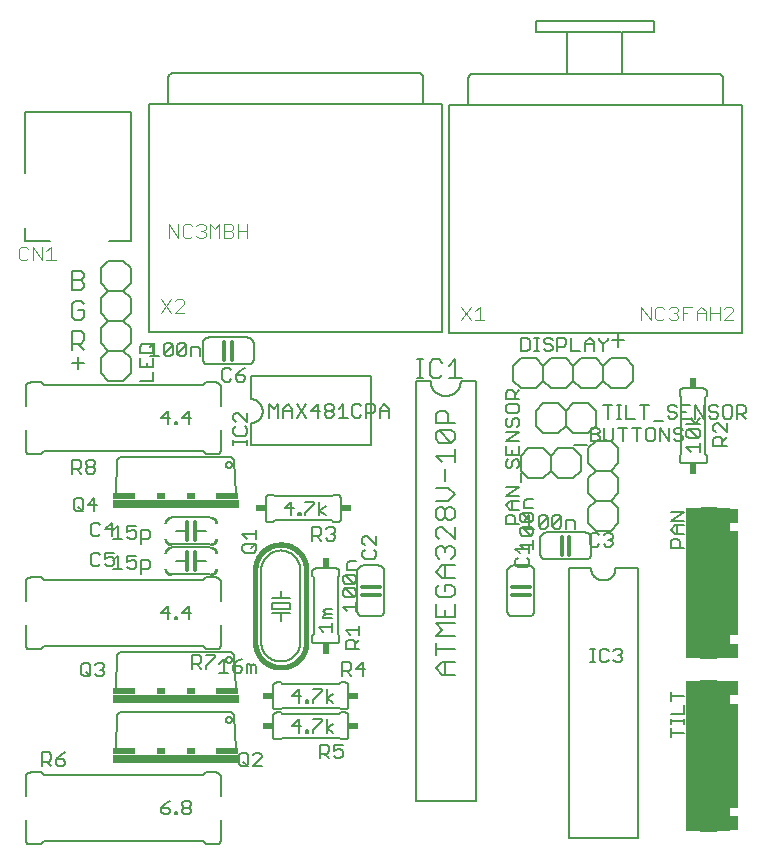
<source format=gto>
G75*
%MOIN*%
%OFA0B0*%
%FSLAX25Y25*%
%IPPOS*%
%LPD*%
%AMOC8*
5,1,8,0,0,1.08239X$1,22.5*
%
%ADD10C,0.00600*%
%ADD11R,0.15000X0.50000*%
%ADD12R,0.02500X0.05000*%
%ADD13R,0.02500X0.27500*%
%ADD14R,0.02500X0.07500*%
%ADD15R,0.02500X0.35000*%
%ADD16C,0.00500*%
%ADD17C,0.01200*%
%ADD18C,0.00060*%
%ADD19C,0.00800*%
%ADD20C,0.00400*%
%ADD21C,0.00700*%
%ADD22C,0.01600*%
%ADD23R,0.42000X0.03000*%
%ADD24R,0.07500X0.02000*%
%ADD25R,0.03000X0.02000*%
%ADD26R,0.02400X0.03400*%
%ADD27R,0.03400X0.02400*%
D10*
X0014300Y0003800D02*
X0014300Y0010300D01*
X0014300Y0003800D02*
X0014302Y0003724D01*
X0014308Y0003648D01*
X0014317Y0003573D01*
X0014331Y0003498D01*
X0014348Y0003424D01*
X0014369Y0003351D01*
X0014393Y0003279D01*
X0014422Y0003208D01*
X0014453Y0003139D01*
X0014488Y0003072D01*
X0014527Y0003007D01*
X0014569Y0002943D01*
X0014614Y0002882D01*
X0014662Y0002823D01*
X0014713Y0002767D01*
X0014767Y0002713D01*
X0014823Y0002662D01*
X0014882Y0002614D01*
X0014943Y0002569D01*
X0015007Y0002527D01*
X0015072Y0002488D01*
X0015139Y0002453D01*
X0015208Y0002422D01*
X0015279Y0002393D01*
X0015351Y0002369D01*
X0015424Y0002348D01*
X0015498Y0002331D01*
X0015573Y0002317D01*
X0015648Y0002308D01*
X0015724Y0002302D01*
X0015800Y0002300D01*
X0019300Y0002300D01*
X0020300Y0003300D01*
X0073300Y0003300D01*
X0074300Y0002300D01*
X0077800Y0002300D01*
X0077876Y0002302D01*
X0077952Y0002308D01*
X0078027Y0002317D01*
X0078102Y0002331D01*
X0078176Y0002348D01*
X0078249Y0002369D01*
X0078321Y0002393D01*
X0078392Y0002422D01*
X0078461Y0002453D01*
X0078528Y0002488D01*
X0078593Y0002527D01*
X0078657Y0002569D01*
X0078718Y0002614D01*
X0078777Y0002662D01*
X0078833Y0002713D01*
X0078887Y0002767D01*
X0078938Y0002823D01*
X0078986Y0002882D01*
X0079031Y0002943D01*
X0079073Y0003007D01*
X0079112Y0003072D01*
X0079147Y0003139D01*
X0079178Y0003208D01*
X0079207Y0003279D01*
X0079231Y0003351D01*
X0079252Y0003424D01*
X0079269Y0003498D01*
X0079283Y0003573D01*
X0079292Y0003648D01*
X0079298Y0003724D01*
X0079300Y0003800D01*
X0079300Y0010300D01*
X0079300Y0018300D02*
X0079300Y0024800D01*
X0079298Y0024876D01*
X0079292Y0024952D01*
X0079283Y0025027D01*
X0079269Y0025102D01*
X0079252Y0025176D01*
X0079231Y0025249D01*
X0079207Y0025321D01*
X0079178Y0025392D01*
X0079147Y0025461D01*
X0079112Y0025528D01*
X0079073Y0025593D01*
X0079031Y0025657D01*
X0078986Y0025718D01*
X0078938Y0025777D01*
X0078887Y0025833D01*
X0078833Y0025887D01*
X0078777Y0025938D01*
X0078718Y0025986D01*
X0078657Y0026031D01*
X0078593Y0026073D01*
X0078528Y0026112D01*
X0078461Y0026147D01*
X0078392Y0026178D01*
X0078321Y0026207D01*
X0078249Y0026231D01*
X0078176Y0026252D01*
X0078102Y0026269D01*
X0078027Y0026283D01*
X0077952Y0026292D01*
X0077876Y0026298D01*
X0077800Y0026300D01*
X0074300Y0026300D01*
X0073300Y0025300D01*
X0020300Y0025300D01*
X0019300Y0026300D01*
X0015800Y0026300D01*
X0015724Y0026298D01*
X0015648Y0026292D01*
X0015573Y0026283D01*
X0015498Y0026269D01*
X0015424Y0026252D01*
X0015351Y0026231D01*
X0015279Y0026207D01*
X0015208Y0026178D01*
X0015139Y0026147D01*
X0015072Y0026112D01*
X0015007Y0026073D01*
X0014943Y0026031D01*
X0014882Y0025986D01*
X0014823Y0025938D01*
X0014767Y0025887D01*
X0014713Y0025833D01*
X0014662Y0025777D01*
X0014614Y0025718D01*
X0014569Y0025657D01*
X0014527Y0025593D01*
X0014488Y0025528D01*
X0014453Y0025461D01*
X0014422Y0025392D01*
X0014393Y0025321D01*
X0014369Y0025249D01*
X0014348Y0025176D01*
X0014331Y0025102D01*
X0014317Y0025027D01*
X0014308Y0024952D01*
X0014302Y0024876D01*
X0014300Y0024800D01*
X0014300Y0018300D01*
X0015800Y0067300D02*
X0019300Y0067300D01*
X0020300Y0068300D01*
X0073300Y0068300D01*
X0074300Y0067300D01*
X0077800Y0067300D01*
X0077876Y0067302D01*
X0077952Y0067308D01*
X0078027Y0067317D01*
X0078102Y0067331D01*
X0078176Y0067348D01*
X0078249Y0067369D01*
X0078321Y0067393D01*
X0078392Y0067422D01*
X0078461Y0067453D01*
X0078528Y0067488D01*
X0078593Y0067527D01*
X0078657Y0067569D01*
X0078718Y0067614D01*
X0078777Y0067662D01*
X0078833Y0067713D01*
X0078887Y0067767D01*
X0078938Y0067823D01*
X0078986Y0067882D01*
X0079031Y0067943D01*
X0079073Y0068007D01*
X0079112Y0068072D01*
X0079147Y0068139D01*
X0079178Y0068208D01*
X0079207Y0068279D01*
X0079231Y0068351D01*
X0079252Y0068424D01*
X0079269Y0068498D01*
X0079283Y0068573D01*
X0079292Y0068648D01*
X0079298Y0068724D01*
X0079300Y0068800D01*
X0079300Y0075300D01*
X0079300Y0083300D02*
X0079300Y0089800D01*
X0079298Y0089876D01*
X0079292Y0089952D01*
X0079283Y0090027D01*
X0079269Y0090102D01*
X0079252Y0090176D01*
X0079231Y0090249D01*
X0079207Y0090321D01*
X0079178Y0090392D01*
X0079147Y0090461D01*
X0079112Y0090528D01*
X0079073Y0090593D01*
X0079031Y0090657D01*
X0078986Y0090718D01*
X0078938Y0090777D01*
X0078887Y0090833D01*
X0078833Y0090887D01*
X0078777Y0090938D01*
X0078718Y0090986D01*
X0078657Y0091031D01*
X0078593Y0091073D01*
X0078528Y0091112D01*
X0078461Y0091147D01*
X0078392Y0091178D01*
X0078321Y0091207D01*
X0078249Y0091231D01*
X0078176Y0091252D01*
X0078102Y0091269D01*
X0078027Y0091283D01*
X0077952Y0091292D01*
X0077876Y0091298D01*
X0077800Y0091300D01*
X0074300Y0091300D01*
X0073300Y0090300D01*
X0020300Y0090300D01*
X0019300Y0091300D01*
X0015800Y0091300D01*
X0015724Y0091298D01*
X0015648Y0091292D01*
X0015573Y0091283D01*
X0015498Y0091269D01*
X0015424Y0091252D01*
X0015351Y0091231D01*
X0015279Y0091207D01*
X0015208Y0091178D01*
X0015139Y0091147D01*
X0015072Y0091112D01*
X0015007Y0091073D01*
X0014943Y0091031D01*
X0014882Y0090986D01*
X0014823Y0090938D01*
X0014767Y0090887D01*
X0014713Y0090833D01*
X0014662Y0090777D01*
X0014614Y0090718D01*
X0014569Y0090657D01*
X0014527Y0090593D01*
X0014488Y0090528D01*
X0014453Y0090461D01*
X0014422Y0090392D01*
X0014393Y0090321D01*
X0014369Y0090249D01*
X0014348Y0090176D01*
X0014331Y0090102D01*
X0014317Y0090027D01*
X0014308Y0089952D01*
X0014302Y0089876D01*
X0014300Y0089800D01*
X0014300Y0083300D01*
X0014300Y0075300D02*
X0014300Y0068800D01*
X0014302Y0068724D01*
X0014308Y0068648D01*
X0014317Y0068573D01*
X0014331Y0068498D01*
X0014348Y0068424D01*
X0014369Y0068351D01*
X0014393Y0068279D01*
X0014422Y0068208D01*
X0014453Y0068139D01*
X0014488Y0068072D01*
X0014527Y0068007D01*
X0014569Y0067943D01*
X0014614Y0067882D01*
X0014662Y0067823D01*
X0014713Y0067767D01*
X0014767Y0067713D01*
X0014823Y0067662D01*
X0014882Y0067614D01*
X0014943Y0067569D01*
X0015007Y0067527D01*
X0015072Y0067488D01*
X0015139Y0067453D01*
X0015208Y0067422D01*
X0015279Y0067393D01*
X0015351Y0067369D01*
X0015424Y0067348D01*
X0015498Y0067331D01*
X0015573Y0067317D01*
X0015648Y0067308D01*
X0015724Y0067302D01*
X0015800Y0067300D01*
X0062800Y0092300D02*
X0075800Y0092300D01*
X0074300Y0096800D02*
X0070600Y0096800D01*
X0068100Y0096800D02*
X0064300Y0096800D01*
X0062800Y0101300D02*
X0075800Y0101300D01*
X0075800Y0102300D02*
X0062800Y0102300D01*
X0064300Y0106800D02*
X0068100Y0106800D01*
X0070600Y0106800D02*
X0074300Y0106800D01*
X0075800Y0111300D02*
X0062800Y0111300D01*
X0074300Y0132300D02*
X0073300Y0133300D01*
X0020300Y0133300D01*
X0019300Y0132300D01*
X0015800Y0132300D01*
X0015724Y0132302D01*
X0015648Y0132308D01*
X0015573Y0132317D01*
X0015498Y0132331D01*
X0015424Y0132348D01*
X0015351Y0132369D01*
X0015279Y0132393D01*
X0015208Y0132422D01*
X0015139Y0132453D01*
X0015072Y0132488D01*
X0015007Y0132527D01*
X0014943Y0132569D01*
X0014882Y0132614D01*
X0014823Y0132662D01*
X0014767Y0132713D01*
X0014713Y0132767D01*
X0014662Y0132823D01*
X0014614Y0132882D01*
X0014569Y0132943D01*
X0014527Y0133007D01*
X0014488Y0133072D01*
X0014453Y0133139D01*
X0014422Y0133208D01*
X0014393Y0133279D01*
X0014369Y0133351D01*
X0014348Y0133424D01*
X0014331Y0133498D01*
X0014317Y0133573D01*
X0014308Y0133648D01*
X0014302Y0133724D01*
X0014300Y0133800D01*
X0014300Y0140300D01*
X0014300Y0148300D02*
X0014300Y0154800D01*
X0014302Y0154876D01*
X0014308Y0154952D01*
X0014317Y0155027D01*
X0014331Y0155102D01*
X0014348Y0155176D01*
X0014369Y0155249D01*
X0014393Y0155321D01*
X0014422Y0155392D01*
X0014453Y0155461D01*
X0014488Y0155528D01*
X0014527Y0155593D01*
X0014569Y0155657D01*
X0014614Y0155718D01*
X0014662Y0155777D01*
X0014713Y0155833D01*
X0014767Y0155887D01*
X0014823Y0155938D01*
X0014882Y0155986D01*
X0014943Y0156031D01*
X0015007Y0156073D01*
X0015072Y0156112D01*
X0015139Y0156147D01*
X0015208Y0156178D01*
X0015279Y0156207D01*
X0015351Y0156231D01*
X0015424Y0156252D01*
X0015498Y0156269D01*
X0015573Y0156283D01*
X0015648Y0156292D01*
X0015724Y0156298D01*
X0015800Y0156300D01*
X0019300Y0156300D01*
X0020300Y0155300D01*
X0073300Y0155300D01*
X0074300Y0156300D01*
X0077800Y0156300D01*
X0077876Y0156298D01*
X0077952Y0156292D01*
X0078027Y0156283D01*
X0078102Y0156269D01*
X0078176Y0156252D01*
X0078249Y0156231D01*
X0078321Y0156207D01*
X0078392Y0156178D01*
X0078461Y0156147D01*
X0078528Y0156112D01*
X0078593Y0156073D01*
X0078657Y0156031D01*
X0078718Y0155986D01*
X0078777Y0155938D01*
X0078833Y0155887D01*
X0078887Y0155833D01*
X0078938Y0155777D01*
X0078986Y0155718D01*
X0079031Y0155657D01*
X0079073Y0155593D01*
X0079112Y0155528D01*
X0079147Y0155461D01*
X0079178Y0155392D01*
X0079207Y0155321D01*
X0079231Y0155249D01*
X0079252Y0155176D01*
X0079269Y0155102D01*
X0079283Y0155027D01*
X0079292Y0154952D01*
X0079298Y0154876D01*
X0079300Y0154800D01*
X0079300Y0148300D01*
X0079300Y0140300D02*
X0079300Y0133800D01*
X0079298Y0133724D01*
X0079292Y0133648D01*
X0079283Y0133573D01*
X0079269Y0133498D01*
X0079252Y0133424D01*
X0079231Y0133351D01*
X0079207Y0133279D01*
X0079178Y0133208D01*
X0079147Y0133139D01*
X0079112Y0133072D01*
X0079073Y0133007D01*
X0079031Y0132943D01*
X0078986Y0132882D01*
X0078938Y0132823D01*
X0078887Y0132767D01*
X0078833Y0132713D01*
X0078777Y0132662D01*
X0078718Y0132614D01*
X0078657Y0132569D01*
X0078593Y0132527D01*
X0078528Y0132488D01*
X0078461Y0132453D01*
X0078392Y0132422D01*
X0078321Y0132393D01*
X0078249Y0132369D01*
X0078176Y0132348D01*
X0078102Y0132331D01*
X0078027Y0132317D01*
X0077952Y0132308D01*
X0077876Y0132302D01*
X0077800Y0132300D01*
X0074300Y0132300D01*
X0089300Y0135300D02*
X0089300Y0142800D01*
X0089426Y0142802D01*
X0089551Y0142808D01*
X0089676Y0142818D01*
X0089801Y0142832D01*
X0089926Y0142849D01*
X0090050Y0142871D01*
X0090173Y0142896D01*
X0090295Y0142926D01*
X0090416Y0142959D01*
X0090536Y0142996D01*
X0090655Y0143036D01*
X0090772Y0143081D01*
X0090889Y0143129D01*
X0091003Y0143181D01*
X0091116Y0143236D01*
X0091227Y0143295D01*
X0091336Y0143357D01*
X0091443Y0143423D01*
X0091548Y0143492D01*
X0091651Y0143564D01*
X0091752Y0143639D01*
X0091850Y0143718D01*
X0091945Y0143800D01*
X0092038Y0143884D01*
X0092128Y0143972D01*
X0092216Y0144062D01*
X0092300Y0144155D01*
X0092382Y0144250D01*
X0092461Y0144348D01*
X0092536Y0144449D01*
X0092608Y0144552D01*
X0092677Y0144657D01*
X0092743Y0144764D01*
X0092805Y0144873D01*
X0092864Y0144984D01*
X0092919Y0145097D01*
X0092971Y0145211D01*
X0093019Y0145328D01*
X0093064Y0145445D01*
X0093104Y0145564D01*
X0093141Y0145684D01*
X0093174Y0145805D01*
X0093204Y0145927D01*
X0093229Y0146050D01*
X0093251Y0146174D01*
X0093268Y0146299D01*
X0093282Y0146424D01*
X0093292Y0146549D01*
X0093298Y0146674D01*
X0093300Y0146800D01*
X0093298Y0146926D01*
X0093292Y0147051D01*
X0093282Y0147176D01*
X0093268Y0147301D01*
X0093251Y0147426D01*
X0093229Y0147550D01*
X0093204Y0147673D01*
X0093174Y0147795D01*
X0093141Y0147916D01*
X0093104Y0148036D01*
X0093064Y0148155D01*
X0093019Y0148272D01*
X0092971Y0148389D01*
X0092919Y0148503D01*
X0092864Y0148616D01*
X0092805Y0148727D01*
X0092743Y0148836D01*
X0092677Y0148943D01*
X0092608Y0149048D01*
X0092536Y0149151D01*
X0092461Y0149252D01*
X0092382Y0149350D01*
X0092300Y0149445D01*
X0092216Y0149538D01*
X0092128Y0149628D01*
X0092038Y0149716D01*
X0091945Y0149800D01*
X0091850Y0149882D01*
X0091752Y0149961D01*
X0091651Y0150036D01*
X0091548Y0150108D01*
X0091443Y0150177D01*
X0091336Y0150243D01*
X0091227Y0150305D01*
X0091116Y0150364D01*
X0091003Y0150419D01*
X0090889Y0150471D01*
X0090772Y0150519D01*
X0090655Y0150564D01*
X0090536Y0150604D01*
X0090416Y0150641D01*
X0090295Y0150674D01*
X0090173Y0150704D01*
X0090050Y0150729D01*
X0089926Y0150751D01*
X0089801Y0150768D01*
X0089676Y0150782D01*
X0089551Y0150792D01*
X0089426Y0150798D01*
X0089300Y0150800D01*
X0089300Y0158300D01*
X0129300Y0158300D01*
X0129300Y0135300D01*
X0089300Y0135300D01*
X0095300Y0118800D02*
X0096800Y0118800D01*
X0097300Y0118300D01*
X0116300Y0118300D01*
X0116800Y0118800D01*
X0118300Y0118800D01*
X0118360Y0118798D01*
X0118421Y0118793D01*
X0118480Y0118784D01*
X0118539Y0118771D01*
X0118598Y0118755D01*
X0118655Y0118735D01*
X0118710Y0118712D01*
X0118765Y0118685D01*
X0118817Y0118656D01*
X0118868Y0118623D01*
X0118917Y0118587D01*
X0118963Y0118549D01*
X0119007Y0118507D01*
X0119049Y0118463D01*
X0119087Y0118417D01*
X0119123Y0118368D01*
X0119156Y0118317D01*
X0119185Y0118265D01*
X0119212Y0118210D01*
X0119235Y0118155D01*
X0119255Y0118098D01*
X0119271Y0118039D01*
X0119284Y0117980D01*
X0119293Y0117921D01*
X0119298Y0117860D01*
X0119300Y0117800D01*
X0119300Y0110800D01*
X0119298Y0110740D01*
X0119293Y0110679D01*
X0119284Y0110620D01*
X0119271Y0110561D01*
X0119255Y0110502D01*
X0119235Y0110445D01*
X0119212Y0110390D01*
X0119185Y0110335D01*
X0119156Y0110283D01*
X0119123Y0110232D01*
X0119087Y0110183D01*
X0119049Y0110137D01*
X0119007Y0110093D01*
X0118963Y0110051D01*
X0118917Y0110013D01*
X0118868Y0109977D01*
X0118817Y0109944D01*
X0118765Y0109915D01*
X0118710Y0109888D01*
X0118655Y0109865D01*
X0118598Y0109845D01*
X0118539Y0109829D01*
X0118480Y0109816D01*
X0118421Y0109807D01*
X0118360Y0109802D01*
X0118300Y0109800D01*
X0116800Y0109800D01*
X0116300Y0110300D01*
X0097300Y0110300D01*
X0096800Y0109800D01*
X0095300Y0109800D01*
X0095240Y0109802D01*
X0095179Y0109807D01*
X0095120Y0109816D01*
X0095061Y0109829D01*
X0095002Y0109845D01*
X0094945Y0109865D01*
X0094890Y0109888D01*
X0094835Y0109915D01*
X0094783Y0109944D01*
X0094732Y0109977D01*
X0094683Y0110013D01*
X0094637Y0110051D01*
X0094593Y0110093D01*
X0094551Y0110137D01*
X0094513Y0110183D01*
X0094477Y0110232D01*
X0094444Y0110283D01*
X0094415Y0110335D01*
X0094388Y0110390D01*
X0094365Y0110445D01*
X0094345Y0110502D01*
X0094329Y0110561D01*
X0094316Y0110620D01*
X0094307Y0110679D01*
X0094302Y0110740D01*
X0094300Y0110800D01*
X0094300Y0117800D01*
X0094302Y0117860D01*
X0094307Y0117921D01*
X0094316Y0117980D01*
X0094329Y0118039D01*
X0094345Y0118098D01*
X0094365Y0118155D01*
X0094388Y0118210D01*
X0094415Y0118265D01*
X0094444Y0118317D01*
X0094477Y0118368D01*
X0094513Y0118417D01*
X0094551Y0118463D01*
X0094593Y0118507D01*
X0094637Y0118549D01*
X0094683Y0118587D01*
X0094732Y0118623D01*
X0094783Y0118656D01*
X0094835Y0118685D01*
X0094890Y0118712D01*
X0094945Y0118735D01*
X0095002Y0118755D01*
X0095061Y0118771D01*
X0095120Y0118784D01*
X0095179Y0118793D01*
X0095240Y0118798D01*
X0095300Y0118800D01*
X0092800Y0093800D02*
X0092800Y0069800D01*
X0092802Y0069640D01*
X0092808Y0069481D01*
X0092818Y0069322D01*
X0092831Y0069163D01*
X0092849Y0069004D01*
X0092870Y0068846D01*
X0092896Y0068689D01*
X0092925Y0068532D01*
X0092958Y0068376D01*
X0092995Y0068221D01*
X0093035Y0068066D01*
X0093080Y0067913D01*
X0093128Y0067761D01*
X0093180Y0067610D01*
X0093236Y0067461D01*
X0093295Y0067313D01*
X0093358Y0067166D01*
X0093424Y0067021D01*
X0093494Y0066878D01*
X0093568Y0066736D01*
X0093644Y0066596D01*
X0093725Y0066458D01*
X0093808Y0066323D01*
X0093895Y0066189D01*
X0093986Y0066057D01*
X0094079Y0065928D01*
X0094176Y0065801D01*
X0094275Y0065676D01*
X0094378Y0065554D01*
X0094484Y0065435D01*
X0094592Y0065318D01*
X0094704Y0065204D01*
X0094818Y0065092D01*
X0094935Y0064984D01*
X0095054Y0064878D01*
X0095176Y0064775D01*
X0095301Y0064676D01*
X0095428Y0064579D01*
X0095557Y0064486D01*
X0095689Y0064395D01*
X0095823Y0064308D01*
X0095958Y0064225D01*
X0096096Y0064144D01*
X0096236Y0064068D01*
X0096378Y0063994D01*
X0096521Y0063924D01*
X0096666Y0063858D01*
X0096813Y0063795D01*
X0096961Y0063736D01*
X0097110Y0063680D01*
X0097261Y0063628D01*
X0097413Y0063580D01*
X0097566Y0063535D01*
X0097721Y0063495D01*
X0097876Y0063458D01*
X0098032Y0063425D01*
X0098189Y0063396D01*
X0098346Y0063370D01*
X0098504Y0063349D01*
X0098663Y0063331D01*
X0098822Y0063318D01*
X0098981Y0063308D01*
X0099140Y0063302D01*
X0099300Y0063300D01*
X0099460Y0063302D01*
X0099619Y0063308D01*
X0099778Y0063318D01*
X0099937Y0063331D01*
X0100096Y0063349D01*
X0100254Y0063370D01*
X0100411Y0063396D01*
X0100568Y0063425D01*
X0100724Y0063458D01*
X0100879Y0063495D01*
X0101034Y0063535D01*
X0101187Y0063580D01*
X0101339Y0063628D01*
X0101490Y0063680D01*
X0101639Y0063736D01*
X0101787Y0063795D01*
X0101934Y0063858D01*
X0102079Y0063924D01*
X0102222Y0063994D01*
X0102364Y0064068D01*
X0102504Y0064144D01*
X0102642Y0064225D01*
X0102777Y0064308D01*
X0102911Y0064395D01*
X0103043Y0064486D01*
X0103172Y0064579D01*
X0103299Y0064676D01*
X0103424Y0064775D01*
X0103546Y0064878D01*
X0103665Y0064984D01*
X0103782Y0065092D01*
X0103896Y0065204D01*
X0104008Y0065318D01*
X0104116Y0065435D01*
X0104222Y0065554D01*
X0104325Y0065676D01*
X0104424Y0065801D01*
X0104521Y0065928D01*
X0104614Y0066057D01*
X0104705Y0066189D01*
X0104792Y0066323D01*
X0104875Y0066458D01*
X0104956Y0066596D01*
X0105032Y0066736D01*
X0105106Y0066878D01*
X0105176Y0067021D01*
X0105242Y0067166D01*
X0105305Y0067313D01*
X0105364Y0067461D01*
X0105420Y0067610D01*
X0105472Y0067761D01*
X0105520Y0067913D01*
X0105565Y0068066D01*
X0105605Y0068221D01*
X0105642Y0068376D01*
X0105675Y0068532D01*
X0105704Y0068689D01*
X0105730Y0068846D01*
X0105751Y0069004D01*
X0105769Y0069163D01*
X0105782Y0069322D01*
X0105792Y0069481D01*
X0105798Y0069640D01*
X0105800Y0069800D01*
X0105800Y0093800D01*
X0109800Y0093300D02*
X0109800Y0091800D01*
X0110300Y0091300D01*
X0110300Y0072300D01*
X0109800Y0071800D01*
X0109800Y0070300D01*
X0109802Y0070240D01*
X0109807Y0070179D01*
X0109816Y0070120D01*
X0109829Y0070061D01*
X0109845Y0070002D01*
X0109865Y0069945D01*
X0109888Y0069890D01*
X0109915Y0069835D01*
X0109944Y0069783D01*
X0109977Y0069732D01*
X0110013Y0069683D01*
X0110051Y0069637D01*
X0110093Y0069593D01*
X0110137Y0069551D01*
X0110183Y0069513D01*
X0110232Y0069477D01*
X0110283Y0069444D01*
X0110335Y0069415D01*
X0110390Y0069388D01*
X0110445Y0069365D01*
X0110502Y0069345D01*
X0110561Y0069329D01*
X0110620Y0069316D01*
X0110679Y0069307D01*
X0110740Y0069302D01*
X0110800Y0069300D01*
X0117800Y0069300D01*
X0117860Y0069302D01*
X0117921Y0069307D01*
X0117980Y0069316D01*
X0118039Y0069329D01*
X0118098Y0069345D01*
X0118155Y0069365D01*
X0118210Y0069388D01*
X0118265Y0069415D01*
X0118317Y0069444D01*
X0118368Y0069477D01*
X0118417Y0069513D01*
X0118463Y0069551D01*
X0118507Y0069593D01*
X0118549Y0069637D01*
X0118587Y0069683D01*
X0118623Y0069732D01*
X0118656Y0069783D01*
X0118685Y0069835D01*
X0118712Y0069890D01*
X0118735Y0069945D01*
X0118755Y0070002D01*
X0118771Y0070061D01*
X0118784Y0070120D01*
X0118793Y0070179D01*
X0118798Y0070240D01*
X0118800Y0070300D01*
X0118800Y0071800D01*
X0118300Y0072300D01*
X0118300Y0091300D01*
X0118800Y0091800D01*
X0118800Y0093300D01*
X0118798Y0093360D01*
X0118793Y0093421D01*
X0118784Y0093480D01*
X0118771Y0093539D01*
X0118755Y0093598D01*
X0118735Y0093655D01*
X0118712Y0093710D01*
X0118685Y0093765D01*
X0118656Y0093817D01*
X0118623Y0093868D01*
X0118587Y0093917D01*
X0118549Y0093963D01*
X0118507Y0094007D01*
X0118463Y0094049D01*
X0118417Y0094087D01*
X0118368Y0094123D01*
X0118317Y0094156D01*
X0118265Y0094185D01*
X0118210Y0094212D01*
X0118155Y0094235D01*
X0118098Y0094255D01*
X0118039Y0094271D01*
X0117980Y0094284D01*
X0117921Y0094293D01*
X0117860Y0094298D01*
X0117800Y0094300D01*
X0110800Y0094300D01*
X0110740Y0094298D01*
X0110679Y0094293D01*
X0110620Y0094284D01*
X0110561Y0094271D01*
X0110502Y0094255D01*
X0110445Y0094235D01*
X0110390Y0094212D01*
X0110335Y0094185D01*
X0110283Y0094156D01*
X0110232Y0094123D01*
X0110183Y0094087D01*
X0110137Y0094049D01*
X0110093Y0094007D01*
X0110051Y0093963D01*
X0110013Y0093917D01*
X0109977Y0093868D01*
X0109944Y0093817D01*
X0109915Y0093765D01*
X0109888Y0093710D01*
X0109865Y0093655D01*
X0109845Y0093598D01*
X0109829Y0093539D01*
X0109816Y0093480D01*
X0109807Y0093421D01*
X0109802Y0093360D01*
X0109800Y0093300D01*
X0102300Y0084300D02*
X0099300Y0084300D01*
X0099300Y0086800D01*
X0099300Y0084300D02*
X0096300Y0084300D01*
X0096300Y0082800D02*
X0102300Y0082800D01*
X0102300Y0080800D01*
X0096300Y0080800D01*
X0096300Y0082800D01*
X0096300Y0079300D02*
X0099300Y0079300D01*
X0099300Y0076800D01*
X0099300Y0079300D02*
X0102300Y0079300D01*
X0105800Y0093800D02*
X0105798Y0093960D01*
X0105792Y0094119D01*
X0105782Y0094278D01*
X0105769Y0094437D01*
X0105751Y0094596D01*
X0105730Y0094754D01*
X0105704Y0094911D01*
X0105675Y0095068D01*
X0105642Y0095224D01*
X0105605Y0095379D01*
X0105565Y0095534D01*
X0105520Y0095687D01*
X0105472Y0095839D01*
X0105420Y0095990D01*
X0105364Y0096139D01*
X0105305Y0096287D01*
X0105242Y0096434D01*
X0105176Y0096579D01*
X0105106Y0096722D01*
X0105032Y0096864D01*
X0104956Y0097004D01*
X0104875Y0097142D01*
X0104792Y0097277D01*
X0104705Y0097411D01*
X0104614Y0097543D01*
X0104521Y0097672D01*
X0104424Y0097799D01*
X0104325Y0097924D01*
X0104222Y0098046D01*
X0104116Y0098165D01*
X0104008Y0098282D01*
X0103896Y0098396D01*
X0103782Y0098508D01*
X0103665Y0098616D01*
X0103546Y0098722D01*
X0103424Y0098825D01*
X0103299Y0098924D01*
X0103172Y0099021D01*
X0103043Y0099114D01*
X0102911Y0099205D01*
X0102777Y0099292D01*
X0102642Y0099375D01*
X0102504Y0099456D01*
X0102364Y0099532D01*
X0102222Y0099606D01*
X0102079Y0099676D01*
X0101934Y0099742D01*
X0101787Y0099805D01*
X0101639Y0099864D01*
X0101490Y0099920D01*
X0101339Y0099972D01*
X0101187Y0100020D01*
X0101034Y0100065D01*
X0100879Y0100105D01*
X0100724Y0100142D01*
X0100568Y0100175D01*
X0100411Y0100204D01*
X0100254Y0100230D01*
X0100096Y0100251D01*
X0099937Y0100269D01*
X0099778Y0100282D01*
X0099619Y0100292D01*
X0099460Y0100298D01*
X0099300Y0100300D01*
X0099140Y0100298D01*
X0098981Y0100292D01*
X0098822Y0100282D01*
X0098663Y0100269D01*
X0098504Y0100251D01*
X0098346Y0100230D01*
X0098189Y0100204D01*
X0098032Y0100175D01*
X0097876Y0100142D01*
X0097721Y0100105D01*
X0097566Y0100065D01*
X0097413Y0100020D01*
X0097261Y0099972D01*
X0097110Y0099920D01*
X0096961Y0099864D01*
X0096813Y0099805D01*
X0096666Y0099742D01*
X0096521Y0099676D01*
X0096378Y0099606D01*
X0096236Y0099532D01*
X0096096Y0099456D01*
X0095958Y0099375D01*
X0095823Y0099292D01*
X0095689Y0099205D01*
X0095557Y0099114D01*
X0095428Y0099021D01*
X0095301Y0098924D01*
X0095176Y0098825D01*
X0095054Y0098722D01*
X0094935Y0098616D01*
X0094818Y0098508D01*
X0094704Y0098396D01*
X0094592Y0098282D01*
X0094484Y0098165D01*
X0094378Y0098046D01*
X0094275Y0097924D01*
X0094176Y0097799D01*
X0094079Y0097672D01*
X0093986Y0097543D01*
X0093895Y0097411D01*
X0093808Y0097277D01*
X0093725Y0097142D01*
X0093644Y0097004D01*
X0093568Y0096864D01*
X0093494Y0096722D01*
X0093424Y0096579D01*
X0093358Y0096434D01*
X0093295Y0096287D01*
X0093236Y0096139D01*
X0093180Y0095990D01*
X0093128Y0095839D01*
X0093080Y0095687D01*
X0093035Y0095534D01*
X0092995Y0095379D01*
X0092958Y0095224D01*
X0092925Y0095068D01*
X0092896Y0094911D01*
X0092870Y0094754D01*
X0092849Y0094596D01*
X0092831Y0094437D01*
X0092818Y0094278D01*
X0092808Y0094119D01*
X0092802Y0093960D01*
X0092800Y0093800D01*
X0124800Y0093300D02*
X0124800Y0080300D01*
X0124802Y0080213D01*
X0124808Y0080126D01*
X0124817Y0080039D01*
X0124830Y0079953D01*
X0124847Y0079867D01*
X0124868Y0079782D01*
X0124893Y0079699D01*
X0124921Y0079616D01*
X0124952Y0079535D01*
X0124987Y0079455D01*
X0125026Y0079377D01*
X0125068Y0079300D01*
X0125113Y0079225D01*
X0125162Y0079153D01*
X0125213Y0079082D01*
X0125268Y0079014D01*
X0125325Y0078949D01*
X0125386Y0078886D01*
X0125449Y0078825D01*
X0125514Y0078768D01*
X0125582Y0078713D01*
X0125653Y0078662D01*
X0125725Y0078613D01*
X0125800Y0078568D01*
X0125877Y0078526D01*
X0125955Y0078487D01*
X0126035Y0078452D01*
X0126116Y0078421D01*
X0126199Y0078393D01*
X0126282Y0078368D01*
X0126367Y0078347D01*
X0126453Y0078330D01*
X0126539Y0078317D01*
X0126626Y0078308D01*
X0126713Y0078302D01*
X0126800Y0078300D01*
X0131800Y0078300D01*
X0131887Y0078302D01*
X0131974Y0078308D01*
X0132061Y0078317D01*
X0132147Y0078330D01*
X0132233Y0078347D01*
X0132318Y0078368D01*
X0132401Y0078393D01*
X0132484Y0078421D01*
X0132565Y0078452D01*
X0132645Y0078487D01*
X0132723Y0078526D01*
X0132800Y0078568D01*
X0132875Y0078613D01*
X0132947Y0078662D01*
X0133018Y0078713D01*
X0133086Y0078768D01*
X0133151Y0078825D01*
X0133214Y0078886D01*
X0133275Y0078949D01*
X0133332Y0079014D01*
X0133387Y0079082D01*
X0133438Y0079153D01*
X0133487Y0079225D01*
X0133532Y0079300D01*
X0133574Y0079377D01*
X0133613Y0079455D01*
X0133648Y0079535D01*
X0133679Y0079616D01*
X0133707Y0079699D01*
X0133732Y0079782D01*
X0133753Y0079867D01*
X0133770Y0079953D01*
X0133783Y0080039D01*
X0133792Y0080126D01*
X0133798Y0080213D01*
X0133800Y0080300D01*
X0133800Y0093300D01*
X0133798Y0093387D01*
X0133792Y0093474D01*
X0133783Y0093561D01*
X0133770Y0093647D01*
X0133753Y0093733D01*
X0133732Y0093818D01*
X0133707Y0093901D01*
X0133679Y0093984D01*
X0133648Y0094065D01*
X0133613Y0094145D01*
X0133574Y0094223D01*
X0133532Y0094300D01*
X0133487Y0094375D01*
X0133438Y0094447D01*
X0133387Y0094518D01*
X0133332Y0094586D01*
X0133275Y0094651D01*
X0133214Y0094714D01*
X0133151Y0094775D01*
X0133086Y0094832D01*
X0133018Y0094887D01*
X0132947Y0094938D01*
X0132875Y0094987D01*
X0132800Y0095032D01*
X0132723Y0095074D01*
X0132645Y0095113D01*
X0132565Y0095148D01*
X0132484Y0095179D01*
X0132401Y0095207D01*
X0132318Y0095232D01*
X0132233Y0095253D01*
X0132147Y0095270D01*
X0132061Y0095283D01*
X0131974Y0095292D01*
X0131887Y0095298D01*
X0131800Y0095300D01*
X0126800Y0095300D01*
X0126713Y0095298D01*
X0126626Y0095292D01*
X0126539Y0095283D01*
X0126453Y0095270D01*
X0126367Y0095253D01*
X0126282Y0095232D01*
X0126199Y0095207D01*
X0126116Y0095179D01*
X0126035Y0095148D01*
X0125955Y0095113D01*
X0125877Y0095074D01*
X0125800Y0095032D01*
X0125725Y0094987D01*
X0125653Y0094938D01*
X0125582Y0094887D01*
X0125514Y0094832D01*
X0125449Y0094775D01*
X0125386Y0094714D01*
X0125325Y0094651D01*
X0125268Y0094586D01*
X0125213Y0094518D01*
X0125162Y0094447D01*
X0125113Y0094375D01*
X0125068Y0094300D01*
X0125026Y0094223D01*
X0124987Y0094145D01*
X0124952Y0094065D01*
X0124921Y0093984D01*
X0124893Y0093901D01*
X0124868Y0093818D01*
X0124847Y0093733D01*
X0124830Y0093647D01*
X0124817Y0093561D01*
X0124808Y0093474D01*
X0124802Y0093387D01*
X0124800Y0093300D01*
X0120800Y0056300D02*
X0119300Y0056300D01*
X0118800Y0055800D01*
X0099800Y0055800D01*
X0099300Y0056300D01*
X0097800Y0056300D01*
X0097740Y0056298D01*
X0097679Y0056293D01*
X0097620Y0056284D01*
X0097561Y0056271D01*
X0097502Y0056255D01*
X0097445Y0056235D01*
X0097390Y0056212D01*
X0097335Y0056185D01*
X0097283Y0056156D01*
X0097232Y0056123D01*
X0097183Y0056087D01*
X0097137Y0056049D01*
X0097093Y0056007D01*
X0097051Y0055963D01*
X0097013Y0055917D01*
X0096977Y0055868D01*
X0096944Y0055817D01*
X0096915Y0055765D01*
X0096888Y0055710D01*
X0096865Y0055655D01*
X0096845Y0055598D01*
X0096829Y0055539D01*
X0096816Y0055480D01*
X0096807Y0055421D01*
X0096802Y0055360D01*
X0096800Y0055300D01*
X0096800Y0048300D01*
X0096802Y0048240D01*
X0096807Y0048179D01*
X0096816Y0048120D01*
X0096829Y0048061D01*
X0096845Y0048002D01*
X0096865Y0047945D01*
X0096888Y0047890D01*
X0096915Y0047835D01*
X0096944Y0047783D01*
X0096977Y0047732D01*
X0097013Y0047683D01*
X0097051Y0047637D01*
X0097093Y0047593D01*
X0097137Y0047551D01*
X0097183Y0047513D01*
X0097232Y0047477D01*
X0097283Y0047444D01*
X0097335Y0047415D01*
X0097390Y0047388D01*
X0097445Y0047365D01*
X0097502Y0047345D01*
X0097561Y0047329D01*
X0097620Y0047316D01*
X0097679Y0047307D01*
X0097740Y0047302D01*
X0097800Y0047300D01*
X0099300Y0047300D01*
X0099800Y0047800D01*
X0118800Y0047800D01*
X0119300Y0047300D01*
X0120800Y0047300D01*
X0120860Y0047302D01*
X0120921Y0047307D01*
X0120980Y0047316D01*
X0121039Y0047329D01*
X0121098Y0047345D01*
X0121155Y0047365D01*
X0121210Y0047388D01*
X0121265Y0047415D01*
X0121317Y0047444D01*
X0121368Y0047477D01*
X0121417Y0047513D01*
X0121463Y0047551D01*
X0121507Y0047593D01*
X0121549Y0047637D01*
X0121587Y0047683D01*
X0121623Y0047732D01*
X0121656Y0047783D01*
X0121685Y0047835D01*
X0121712Y0047890D01*
X0121735Y0047945D01*
X0121755Y0048002D01*
X0121771Y0048061D01*
X0121784Y0048120D01*
X0121793Y0048179D01*
X0121798Y0048240D01*
X0121800Y0048300D01*
X0121800Y0055300D01*
X0121798Y0055360D01*
X0121793Y0055421D01*
X0121784Y0055480D01*
X0121771Y0055539D01*
X0121755Y0055598D01*
X0121735Y0055655D01*
X0121712Y0055710D01*
X0121685Y0055765D01*
X0121656Y0055817D01*
X0121623Y0055868D01*
X0121587Y0055917D01*
X0121549Y0055963D01*
X0121507Y0056007D01*
X0121463Y0056049D01*
X0121417Y0056087D01*
X0121368Y0056123D01*
X0121317Y0056156D01*
X0121265Y0056185D01*
X0121210Y0056212D01*
X0121155Y0056235D01*
X0121098Y0056255D01*
X0121039Y0056271D01*
X0120980Y0056284D01*
X0120921Y0056293D01*
X0120860Y0056298D01*
X0120800Y0056300D01*
X0120800Y0046300D02*
X0119300Y0046300D01*
X0118800Y0045800D01*
X0099800Y0045800D01*
X0099300Y0046300D01*
X0097800Y0046300D01*
X0097740Y0046298D01*
X0097679Y0046293D01*
X0097620Y0046284D01*
X0097561Y0046271D01*
X0097502Y0046255D01*
X0097445Y0046235D01*
X0097390Y0046212D01*
X0097335Y0046185D01*
X0097283Y0046156D01*
X0097232Y0046123D01*
X0097183Y0046087D01*
X0097137Y0046049D01*
X0097093Y0046007D01*
X0097051Y0045963D01*
X0097013Y0045917D01*
X0096977Y0045868D01*
X0096944Y0045817D01*
X0096915Y0045765D01*
X0096888Y0045710D01*
X0096865Y0045655D01*
X0096845Y0045598D01*
X0096829Y0045539D01*
X0096816Y0045480D01*
X0096807Y0045421D01*
X0096802Y0045360D01*
X0096800Y0045300D01*
X0096800Y0038300D01*
X0096802Y0038240D01*
X0096807Y0038179D01*
X0096816Y0038120D01*
X0096829Y0038061D01*
X0096845Y0038002D01*
X0096865Y0037945D01*
X0096888Y0037890D01*
X0096915Y0037835D01*
X0096944Y0037783D01*
X0096977Y0037732D01*
X0097013Y0037683D01*
X0097051Y0037637D01*
X0097093Y0037593D01*
X0097137Y0037551D01*
X0097183Y0037513D01*
X0097232Y0037477D01*
X0097283Y0037444D01*
X0097335Y0037415D01*
X0097390Y0037388D01*
X0097445Y0037365D01*
X0097502Y0037345D01*
X0097561Y0037329D01*
X0097620Y0037316D01*
X0097679Y0037307D01*
X0097740Y0037302D01*
X0097800Y0037300D01*
X0099300Y0037300D01*
X0099800Y0037800D01*
X0118800Y0037800D01*
X0119300Y0037300D01*
X0120800Y0037300D01*
X0120860Y0037302D01*
X0120921Y0037307D01*
X0120980Y0037316D01*
X0121039Y0037329D01*
X0121098Y0037345D01*
X0121155Y0037365D01*
X0121210Y0037388D01*
X0121265Y0037415D01*
X0121317Y0037444D01*
X0121368Y0037477D01*
X0121417Y0037513D01*
X0121463Y0037551D01*
X0121507Y0037593D01*
X0121549Y0037637D01*
X0121587Y0037683D01*
X0121623Y0037732D01*
X0121656Y0037783D01*
X0121685Y0037835D01*
X0121712Y0037890D01*
X0121735Y0037945D01*
X0121755Y0038002D01*
X0121771Y0038061D01*
X0121784Y0038120D01*
X0121793Y0038179D01*
X0121798Y0038240D01*
X0121800Y0038300D01*
X0121800Y0045300D01*
X0121798Y0045360D01*
X0121793Y0045421D01*
X0121784Y0045480D01*
X0121771Y0045539D01*
X0121755Y0045598D01*
X0121735Y0045655D01*
X0121712Y0045710D01*
X0121685Y0045765D01*
X0121656Y0045817D01*
X0121623Y0045868D01*
X0121587Y0045917D01*
X0121549Y0045963D01*
X0121507Y0046007D01*
X0121463Y0046049D01*
X0121417Y0046087D01*
X0121368Y0046123D01*
X0121317Y0046156D01*
X0121265Y0046185D01*
X0121210Y0046212D01*
X0121155Y0046235D01*
X0121098Y0046255D01*
X0121039Y0046271D01*
X0120980Y0046284D01*
X0120921Y0046293D01*
X0120860Y0046298D01*
X0120800Y0046300D01*
X0144300Y0016800D02*
X0144300Y0156300D01*
X0144300Y0156800D02*
X0149300Y0156800D01*
X0149302Y0156660D01*
X0149308Y0156520D01*
X0149318Y0156380D01*
X0149331Y0156240D01*
X0149349Y0156101D01*
X0149371Y0155962D01*
X0149396Y0155825D01*
X0149425Y0155687D01*
X0149458Y0155551D01*
X0149495Y0155416D01*
X0149536Y0155282D01*
X0149581Y0155149D01*
X0149629Y0155017D01*
X0149681Y0154887D01*
X0149736Y0154758D01*
X0149795Y0154631D01*
X0149858Y0154505D01*
X0149924Y0154381D01*
X0149993Y0154260D01*
X0150066Y0154140D01*
X0150143Y0154022D01*
X0150222Y0153907D01*
X0150305Y0153793D01*
X0150391Y0153683D01*
X0150480Y0153574D01*
X0150572Y0153468D01*
X0150667Y0153365D01*
X0150764Y0153264D01*
X0150865Y0153167D01*
X0150968Y0153072D01*
X0151074Y0152980D01*
X0151183Y0152891D01*
X0151293Y0152805D01*
X0151407Y0152722D01*
X0151522Y0152643D01*
X0151640Y0152566D01*
X0151760Y0152493D01*
X0151881Y0152424D01*
X0152005Y0152358D01*
X0152131Y0152295D01*
X0152258Y0152236D01*
X0152387Y0152181D01*
X0152517Y0152129D01*
X0152649Y0152081D01*
X0152782Y0152036D01*
X0152916Y0151995D01*
X0153051Y0151958D01*
X0153187Y0151925D01*
X0153325Y0151896D01*
X0153462Y0151871D01*
X0153601Y0151849D01*
X0153740Y0151831D01*
X0153880Y0151818D01*
X0154020Y0151808D01*
X0154160Y0151802D01*
X0154300Y0151800D01*
X0154440Y0151802D01*
X0154580Y0151808D01*
X0154720Y0151818D01*
X0154860Y0151831D01*
X0154999Y0151849D01*
X0155138Y0151871D01*
X0155275Y0151896D01*
X0155413Y0151925D01*
X0155549Y0151958D01*
X0155684Y0151995D01*
X0155818Y0152036D01*
X0155951Y0152081D01*
X0156083Y0152129D01*
X0156213Y0152181D01*
X0156342Y0152236D01*
X0156469Y0152295D01*
X0156595Y0152358D01*
X0156719Y0152424D01*
X0156840Y0152493D01*
X0156960Y0152566D01*
X0157078Y0152643D01*
X0157193Y0152722D01*
X0157307Y0152805D01*
X0157417Y0152891D01*
X0157526Y0152980D01*
X0157632Y0153072D01*
X0157735Y0153167D01*
X0157836Y0153264D01*
X0157933Y0153365D01*
X0158028Y0153468D01*
X0158120Y0153574D01*
X0158209Y0153683D01*
X0158295Y0153793D01*
X0158378Y0153907D01*
X0158457Y0154022D01*
X0158534Y0154140D01*
X0158607Y0154260D01*
X0158676Y0154381D01*
X0158742Y0154505D01*
X0158805Y0154631D01*
X0158864Y0154758D01*
X0158919Y0154887D01*
X0158971Y0155017D01*
X0159019Y0155149D01*
X0159064Y0155282D01*
X0159105Y0155416D01*
X0159142Y0155551D01*
X0159175Y0155687D01*
X0159204Y0155825D01*
X0159229Y0155962D01*
X0159251Y0156101D01*
X0159269Y0156240D01*
X0159282Y0156380D01*
X0159292Y0156520D01*
X0159298Y0156660D01*
X0159300Y0156800D01*
X0164300Y0156800D01*
X0164300Y0016800D01*
X0144300Y0016800D01*
X0195300Y0004300D02*
X0218300Y0004300D01*
X0218300Y0094300D01*
X0210800Y0094300D01*
X0210798Y0094174D01*
X0210792Y0094049D01*
X0210782Y0093924D01*
X0210768Y0093799D01*
X0210751Y0093674D01*
X0210729Y0093550D01*
X0210704Y0093427D01*
X0210674Y0093305D01*
X0210641Y0093184D01*
X0210604Y0093064D01*
X0210564Y0092945D01*
X0210519Y0092828D01*
X0210471Y0092711D01*
X0210419Y0092597D01*
X0210364Y0092484D01*
X0210305Y0092373D01*
X0210243Y0092264D01*
X0210177Y0092157D01*
X0210108Y0092052D01*
X0210036Y0091949D01*
X0209961Y0091848D01*
X0209882Y0091750D01*
X0209800Y0091655D01*
X0209716Y0091562D01*
X0209628Y0091472D01*
X0209538Y0091384D01*
X0209445Y0091300D01*
X0209350Y0091218D01*
X0209252Y0091139D01*
X0209151Y0091064D01*
X0209048Y0090992D01*
X0208943Y0090923D01*
X0208836Y0090857D01*
X0208727Y0090795D01*
X0208616Y0090736D01*
X0208503Y0090681D01*
X0208389Y0090629D01*
X0208272Y0090581D01*
X0208155Y0090536D01*
X0208036Y0090496D01*
X0207916Y0090459D01*
X0207795Y0090426D01*
X0207673Y0090396D01*
X0207550Y0090371D01*
X0207426Y0090349D01*
X0207301Y0090332D01*
X0207176Y0090318D01*
X0207051Y0090308D01*
X0206926Y0090302D01*
X0206800Y0090300D01*
X0206674Y0090302D01*
X0206549Y0090308D01*
X0206424Y0090318D01*
X0206299Y0090332D01*
X0206174Y0090349D01*
X0206050Y0090371D01*
X0205927Y0090396D01*
X0205805Y0090426D01*
X0205684Y0090459D01*
X0205564Y0090496D01*
X0205445Y0090536D01*
X0205328Y0090581D01*
X0205211Y0090629D01*
X0205097Y0090681D01*
X0204984Y0090736D01*
X0204873Y0090795D01*
X0204764Y0090857D01*
X0204657Y0090923D01*
X0204552Y0090992D01*
X0204449Y0091064D01*
X0204348Y0091139D01*
X0204250Y0091218D01*
X0204155Y0091300D01*
X0204062Y0091384D01*
X0203972Y0091472D01*
X0203884Y0091562D01*
X0203800Y0091655D01*
X0203718Y0091750D01*
X0203639Y0091848D01*
X0203564Y0091949D01*
X0203492Y0092052D01*
X0203423Y0092157D01*
X0203357Y0092264D01*
X0203295Y0092373D01*
X0203236Y0092484D01*
X0203181Y0092597D01*
X0203129Y0092711D01*
X0203081Y0092828D01*
X0203036Y0092945D01*
X0202996Y0093064D01*
X0202959Y0093184D01*
X0202926Y0093305D01*
X0202896Y0093427D01*
X0202871Y0093550D01*
X0202849Y0093674D01*
X0202832Y0093799D01*
X0202818Y0093924D01*
X0202808Y0094049D01*
X0202802Y0094174D01*
X0202800Y0094300D01*
X0195300Y0094300D01*
X0195300Y0004300D01*
X0236800Y0009300D02*
X0236800Y0014300D01*
X0239300Y0016800D01*
X0236800Y0019300D01*
X0236800Y0024300D01*
X0239300Y0026800D01*
X0236800Y0029300D01*
X0236800Y0034300D01*
X0239300Y0036800D01*
X0236800Y0039300D01*
X0236800Y0044300D01*
X0239300Y0046800D01*
X0236800Y0049300D01*
X0236800Y0054300D01*
X0239300Y0056800D01*
X0244300Y0056800D01*
X0246800Y0054300D01*
X0246800Y0049300D01*
X0244300Y0046800D01*
X0246800Y0044300D01*
X0246800Y0039300D01*
X0244300Y0036800D01*
X0239300Y0036800D01*
X0244300Y0036800D02*
X0246800Y0034300D01*
X0246800Y0029300D01*
X0244300Y0026800D01*
X0246800Y0024300D01*
X0246800Y0019300D01*
X0244300Y0016800D01*
X0246800Y0014300D01*
X0246800Y0009300D01*
X0244300Y0006800D01*
X0239300Y0006800D01*
X0236800Y0009300D01*
X0239300Y0016800D02*
X0244300Y0016800D01*
X0244300Y0026800D02*
X0239300Y0026800D01*
X0239300Y0046800D02*
X0244300Y0046800D01*
X0244300Y0064300D02*
X0239300Y0064300D01*
X0236800Y0066800D01*
X0236800Y0071800D01*
X0239300Y0074300D01*
X0236800Y0076800D01*
X0236800Y0081800D01*
X0239300Y0084300D01*
X0236800Y0086800D01*
X0236800Y0091800D01*
X0239300Y0094300D01*
X0236800Y0096800D01*
X0236800Y0101800D01*
X0239300Y0104300D01*
X0236800Y0106800D01*
X0236800Y0111800D01*
X0239300Y0114300D01*
X0244300Y0114300D01*
X0246800Y0111800D01*
X0246800Y0106800D01*
X0244300Y0104300D01*
X0246800Y0101800D01*
X0246800Y0096800D01*
X0244300Y0094300D01*
X0239300Y0094300D01*
X0244300Y0094300D02*
X0246800Y0091800D01*
X0246800Y0086800D01*
X0244300Y0084300D01*
X0246800Y0081800D01*
X0246800Y0076800D01*
X0244300Y0074300D01*
X0246800Y0071800D01*
X0246800Y0066800D01*
X0244300Y0064300D01*
X0244300Y0074300D02*
X0239300Y0074300D01*
X0239300Y0084300D02*
X0244300Y0084300D01*
X0244300Y0104300D02*
X0239300Y0104300D01*
X0240300Y0129300D02*
X0233300Y0129300D01*
X0233240Y0129302D01*
X0233179Y0129307D01*
X0233120Y0129316D01*
X0233061Y0129329D01*
X0233002Y0129345D01*
X0232945Y0129365D01*
X0232890Y0129388D01*
X0232835Y0129415D01*
X0232783Y0129444D01*
X0232732Y0129477D01*
X0232683Y0129513D01*
X0232637Y0129551D01*
X0232593Y0129593D01*
X0232551Y0129637D01*
X0232513Y0129683D01*
X0232477Y0129732D01*
X0232444Y0129783D01*
X0232415Y0129835D01*
X0232388Y0129890D01*
X0232365Y0129945D01*
X0232345Y0130002D01*
X0232329Y0130061D01*
X0232316Y0130120D01*
X0232307Y0130179D01*
X0232302Y0130240D01*
X0232300Y0130300D01*
X0232300Y0131800D01*
X0232800Y0132300D01*
X0232800Y0151300D01*
X0232300Y0151800D01*
X0232300Y0153300D01*
X0232302Y0153360D01*
X0232307Y0153421D01*
X0232316Y0153480D01*
X0232329Y0153539D01*
X0232345Y0153598D01*
X0232365Y0153655D01*
X0232388Y0153710D01*
X0232415Y0153765D01*
X0232444Y0153817D01*
X0232477Y0153868D01*
X0232513Y0153917D01*
X0232551Y0153963D01*
X0232593Y0154007D01*
X0232637Y0154049D01*
X0232683Y0154087D01*
X0232732Y0154123D01*
X0232783Y0154156D01*
X0232835Y0154185D01*
X0232890Y0154212D01*
X0232945Y0154235D01*
X0233002Y0154255D01*
X0233061Y0154271D01*
X0233120Y0154284D01*
X0233179Y0154293D01*
X0233240Y0154298D01*
X0233300Y0154300D01*
X0240300Y0154300D01*
X0240360Y0154298D01*
X0240421Y0154293D01*
X0240480Y0154284D01*
X0240539Y0154271D01*
X0240598Y0154255D01*
X0240655Y0154235D01*
X0240710Y0154212D01*
X0240765Y0154185D01*
X0240817Y0154156D01*
X0240868Y0154123D01*
X0240917Y0154087D01*
X0240963Y0154049D01*
X0241007Y0154007D01*
X0241049Y0153963D01*
X0241087Y0153917D01*
X0241123Y0153868D01*
X0241156Y0153817D01*
X0241185Y0153765D01*
X0241212Y0153710D01*
X0241235Y0153655D01*
X0241255Y0153598D01*
X0241271Y0153539D01*
X0241284Y0153480D01*
X0241293Y0153421D01*
X0241298Y0153360D01*
X0241300Y0153300D01*
X0241300Y0151800D01*
X0240800Y0151300D01*
X0240800Y0132300D01*
X0241300Y0131800D01*
X0241300Y0130300D01*
X0241298Y0130240D01*
X0241293Y0130179D01*
X0241284Y0130120D01*
X0241271Y0130061D01*
X0241255Y0130002D01*
X0241235Y0129945D01*
X0241212Y0129890D01*
X0241185Y0129835D01*
X0241156Y0129783D01*
X0241123Y0129732D01*
X0241087Y0129683D01*
X0241049Y0129637D01*
X0241007Y0129593D01*
X0240963Y0129551D01*
X0240917Y0129513D01*
X0240868Y0129477D01*
X0240817Y0129444D01*
X0240765Y0129415D01*
X0240710Y0129388D01*
X0240655Y0129365D01*
X0240598Y0129345D01*
X0240539Y0129329D01*
X0240480Y0129316D01*
X0240421Y0129307D01*
X0240360Y0129302D01*
X0240300Y0129300D01*
X0214300Y0154300D02*
X0216800Y0156800D01*
X0216800Y0161800D01*
X0214300Y0164300D01*
X0209300Y0164300D01*
X0206800Y0161800D01*
X0206800Y0156800D01*
X0209300Y0154300D01*
X0214300Y0154300D01*
X0206800Y0156800D02*
X0204300Y0154300D01*
X0199300Y0154300D01*
X0196800Y0156800D01*
X0194300Y0154300D01*
X0189300Y0154300D01*
X0186800Y0156800D01*
X0184300Y0154300D01*
X0179300Y0154300D01*
X0176800Y0156800D01*
X0176800Y0161800D01*
X0179300Y0164300D01*
X0184300Y0164300D01*
X0186800Y0161800D01*
X0189300Y0164300D01*
X0194300Y0164300D01*
X0196800Y0161800D01*
X0196800Y0156800D01*
X0196800Y0161800D02*
X0199300Y0164300D01*
X0204300Y0164300D01*
X0206800Y0161800D01*
X0211735Y0168168D02*
X0211735Y0172438D01*
X0209600Y0170303D02*
X0213870Y0170303D01*
X0201800Y0149300D02*
X0196800Y0149300D01*
X0194300Y0146800D01*
X0194300Y0141800D01*
X0196800Y0139300D01*
X0201800Y0139300D01*
X0204300Y0141800D01*
X0204300Y0146800D01*
X0201800Y0149300D01*
X0194300Y0146800D02*
X0191800Y0149300D01*
X0186800Y0149300D01*
X0184300Y0146800D01*
X0184300Y0141800D01*
X0186800Y0139300D01*
X0191800Y0139300D01*
X0194300Y0141800D01*
X0197100Y0135303D02*
X0201370Y0135303D01*
X0201800Y0134300D02*
X0204300Y0136800D01*
X0209300Y0136800D01*
X0211800Y0134300D01*
X0211800Y0129300D01*
X0209300Y0126800D01*
X0211800Y0124300D01*
X0211800Y0119300D01*
X0209300Y0116800D01*
X0211800Y0114300D01*
X0211800Y0109300D01*
X0209300Y0106800D01*
X0204300Y0106800D01*
X0201800Y0109300D01*
X0201800Y0114300D01*
X0204300Y0116800D01*
X0201800Y0119300D01*
X0201800Y0124300D01*
X0204300Y0126800D01*
X0201800Y0129300D01*
X0201800Y0134300D01*
X0199300Y0131800D02*
X0199300Y0126800D01*
X0196800Y0124300D01*
X0191800Y0124300D01*
X0189300Y0126800D01*
X0186800Y0124300D01*
X0181800Y0124300D01*
X0179300Y0126800D01*
X0179300Y0131800D01*
X0181800Y0134300D01*
X0186800Y0134300D01*
X0189300Y0131800D01*
X0191800Y0134300D01*
X0196800Y0134300D01*
X0199300Y0131800D01*
X0204300Y0126800D02*
X0209300Y0126800D01*
X0209300Y0116800D02*
X0204300Y0116800D01*
X0200800Y0106300D02*
X0187800Y0106300D01*
X0187713Y0106298D01*
X0187626Y0106292D01*
X0187539Y0106283D01*
X0187453Y0106270D01*
X0187367Y0106253D01*
X0187282Y0106232D01*
X0187199Y0106207D01*
X0187116Y0106179D01*
X0187035Y0106148D01*
X0186955Y0106113D01*
X0186877Y0106074D01*
X0186800Y0106032D01*
X0186725Y0105987D01*
X0186653Y0105938D01*
X0186582Y0105887D01*
X0186514Y0105832D01*
X0186449Y0105775D01*
X0186386Y0105714D01*
X0186325Y0105651D01*
X0186268Y0105586D01*
X0186213Y0105518D01*
X0186162Y0105447D01*
X0186113Y0105375D01*
X0186068Y0105300D01*
X0186026Y0105223D01*
X0185987Y0105145D01*
X0185952Y0105065D01*
X0185921Y0104984D01*
X0185893Y0104901D01*
X0185868Y0104818D01*
X0185847Y0104733D01*
X0185830Y0104647D01*
X0185817Y0104561D01*
X0185808Y0104474D01*
X0185802Y0104387D01*
X0185800Y0104300D01*
X0185800Y0099300D01*
X0185802Y0099213D01*
X0185808Y0099126D01*
X0185817Y0099039D01*
X0185830Y0098953D01*
X0185847Y0098867D01*
X0185868Y0098782D01*
X0185893Y0098699D01*
X0185921Y0098616D01*
X0185952Y0098535D01*
X0185987Y0098455D01*
X0186026Y0098377D01*
X0186068Y0098300D01*
X0186113Y0098225D01*
X0186162Y0098153D01*
X0186213Y0098082D01*
X0186268Y0098014D01*
X0186325Y0097949D01*
X0186386Y0097886D01*
X0186449Y0097825D01*
X0186514Y0097768D01*
X0186582Y0097713D01*
X0186653Y0097662D01*
X0186725Y0097613D01*
X0186800Y0097568D01*
X0186877Y0097526D01*
X0186955Y0097487D01*
X0187035Y0097452D01*
X0187116Y0097421D01*
X0187199Y0097393D01*
X0187282Y0097368D01*
X0187367Y0097347D01*
X0187453Y0097330D01*
X0187539Y0097317D01*
X0187626Y0097308D01*
X0187713Y0097302D01*
X0187800Y0097300D01*
X0200800Y0097300D01*
X0200887Y0097302D01*
X0200974Y0097308D01*
X0201061Y0097317D01*
X0201147Y0097330D01*
X0201233Y0097347D01*
X0201318Y0097368D01*
X0201401Y0097393D01*
X0201484Y0097421D01*
X0201565Y0097452D01*
X0201645Y0097487D01*
X0201723Y0097526D01*
X0201800Y0097568D01*
X0201875Y0097613D01*
X0201947Y0097662D01*
X0202018Y0097713D01*
X0202086Y0097768D01*
X0202151Y0097825D01*
X0202214Y0097886D01*
X0202275Y0097949D01*
X0202332Y0098014D01*
X0202387Y0098082D01*
X0202438Y0098153D01*
X0202487Y0098225D01*
X0202532Y0098300D01*
X0202574Y0098377D01*
X0202613Y0098455D01*
X0202648Y0098535D01*
X0202679Y0098616D01*
X0202707Y0098699D01*
X0202732Y0098782D01*
X0202753Y0098867D01*
X0202770Y0098953D01*
X0202783Y0099039D01*
X0202792Y0099126D01*
X0202798Y0099213D01*
X0202800Y0099300D01*
X0202800Y0104300D01*
X0202798Y0104387D01*
X0202792Y0104474D01*
X0202783Y0104561D01*
X0202770Y0104647D01*
X0202753Y0104733D01*
X0202732Y0104818D01*
X0202707Y0104901D01*
X0202679Y0104984D01*
X0202648Y0105065D01*
X0202613Y0105145D01*
X0202574Y0105223D01*
X0202532Y0105300D01*
X0202487Y0105375D01*
X0202438Y0105447D01*
X0202387Y0105518D01*
X0202332Y0105586D01*
X0202275Y0105651D01*
X0202214Y0105714D01*
X0202151Y0105775D01*
X0202086Y0105832D01*
X0202018Y0105887D01*
X0201947Y0105938D01*
X0201875Y0105987D01*
X0201800Y0106032D01*
X0201723Y0106074D01*
X0201645Y0106113D01*
X0201565Y0106148D01*
X0201484Y0106179D01*
X0201401Y0106207D01*
X0201318Y0106232D01*
X0201233Y0106253D01*
X0201147Y0106270D01*
X0201061Y0106283D01*
X0200974Y0106292D01*
X0200887Y0106298D01*
X0200800Y0106300D01*
X0183800Y0093300D02*
X0183800Y0080300D01*
X0183798Y0080213D01*
X0183792Y0080126D01*
X0183783Y0080039D01*
X0183770Y0079953D01*
X0183753Y0079867D01*
X0183732Y0079782D01*
X0183707Y0079699D01*
X0183679Y0079616D01*
X0183648Y0079535D01*
X0183613Y0079455D01*
X0183574Y0079377D01*
X0183532Y0079300D01*
X0183487Y0079225D01*
X0183438Y0079153D01*
X0183387Y0079082D01*
X0183332Y0079014D01*
X0183275Y0078949D01*
X0183214Y0078886D01*
X0183151Y0078825D01*
X0183086Y0078768D01*
X0183018Y0078713D01*
X0182947Y0078662D01*
X0182875Y0078613D01*
X0182800Y0078568D01*
X0182723Y0078526D01*
X0182645Y0078487D01*
X0182565Y0078452D01*
X0182484Y0078421D01*
X0182401Y0078393D01*
X0182318Y0078368D01*
X0182233Y0078347D01*
X0182147Y0078330D01*
X0182061Y0078317D01*
X0181974Y0078308D01*
X0181887Y0078302D01*
X0181800Y0078300D01*
X0176800Y0078300D01*
X0176713Y0078302D01*
X0176626Y0078308D01*
X0176539Y0078317D01*
X0176453Y0078330D01*
X0176367Y0078347D01*
X0176282Y0078368D01*
X0176199Y0078393D01*
X0176116Y0078421D01*
X0176035Y0078452D01*
X0175955Y0078487D01*
X0175877Y0078526D01*
X0175800Y0078568D01*
X0175725Y0078613D01*
X0175653Y0078662D01*
X0175582Y0078713D01*
X0175514Y0078768D01*
X0175449Y0078825D01*
X0175386Y0078886D01*
X0175325Y0078949D01*
X0175268Y0079014D01*
X0175213Y0079082D01*
X0175162Y0079153D01*
X0175113Y0079225D01*
X0175068Y0079300D01*
X0175026Y0079377D01*
X0174987Y0079455D01*
X0174952Y0079535D01*
X0174921Y0079616D01*
X0174893Y0079699D01*
X0174868Y0079782D01*
X0174847Y0079867D01*
X0174830Y0079953D01*
X0174817Y0080039D01*
X0174808Y0080126D01*
X0174802Y0080213D01*
X0174800Y0080300D01*
X0174800Y0093300D01*
X0174802Y0093387D01*
X0174808Y0093474D01*
X0174817Y0093561D01*
X0174830Y0093647D01*
X0174847Y0093733D01*
X0174868Y0093818D01*
X0174893Y0093901D01*
X0174921Y0093984D01*
X0174952Y0094065D01*
X0174987Y0094145D01*
X0175026Y0094223D01*
X0175068Y0094300D01*
X0175113Y0094375D01*
X0175162Y0094447D01*
X0175213Y0094518D01*
X0175268Y0094586D01*
X0175325Y0094651D01*
X0175386Y0094714D01*
X0175449Y0094775D01*
X0175514Y0094832D01*
X0175582Y0094887D01*
X0175653Y0094938D01*
X0175725Y0094987D01*
X0175800Y0095032D01*
X0175877Y0095074D01*
X0175955Y0095113D01*
X0176035Y0095148D01*
X0176116Y0095179D01*
X0176199Y0095207D01*
X0176282Y0095232D01*
X0176367Y0095253D01*
X0176453Y0095270D01*
X0176539Y0095283D01*
X0176626Y0095292D01*
X0176713Y0095298D01*
X0176800Y0095300D01*
X0181800Y0095300D01*
X0181887Y0095298D01*
X0181974Y0095292D01*
X0182061Y0095283D01*
X0182147Y0095270D01*
X0182233Y0095253D01*
X0182318Y0095232D01*
X0182401Y0095207D01*
X0182484Y0095179D01*
X0182565Y0095148D01*
X0182645Y0095113D01*
X0182723Y0095074D01*
X0182800Y0095032D01*
X0182875Y0094987D01*
X0182947Y0094938D01*
X0183018Y0094887D01*
X0183086Y0094832D01*
X0183151Y0094775D01*
X0183214Y0094714D01*
X0183275Y0094651D01*
X0183332Y0094586D01*
X0183387Y0094518D01*
X0183438Y0094447D01*
X0183487Y0094375D01*
X0183532Y0094300D01*
X0183574Y0094223D01*
X0183613Y0094145D01*
X0183648Y0094065D01*
X0183679Y0093984D01*
X0183707Y0093901D01*
X0183732Y0093818D01*
X0183753Y0093733D01*
X0183770Y0093647D01*
X0183783Y0093561D01*
X0183792Y0093474D01*
X0183798Y0093387D01*
X0183800Y0093300D01*
X0189300Y0126800D02*
X0189300Y0131800D01*
X0186800Y0156800D02*
X0186800Y0161800D01*
X0090300Y0164300D02*
X0090300Y0169300D01*
X0090298Y0169387D01*
X0090292Y0169474D01*
X0090283Y0169561D01*
X0090270Y0169647D01*
X0090253Y0169733D01*
X0090232Y0169818D01*
X0090207Y0169901D01*
X0090179Y0169984D01*
X0090148Y0170065D01*
X0090113Y0170145D01*
X0090074Y0170223D01*
X0090032Y0170300D01*
X0089987Y0170375D01*
X0089938Y0170447D01*
X0089887Y0170518D01*
X0089832Y0170586D01*
X0089775Y0170651D01*
X0089714Y0170714D01*
X0089651Y0170775D01*
X0089586Y0170832D01*
X0089518Y0170887D01*
X0089447Y0170938D01*
X0089375Y0170987D01*
X0089300Y0171032D01*
X0089223Y0171074D01*
X0089145Y0171113D01*
X0089065Y0171148D01*
X0088984Y0171179D01*
X0088901Y0171207D01*
X0088818Y0171232D01*
X0088733Y0171253D01*
X0088647Y0171270D01*
X0088561Y0171283D01*
X0088474Y0171292D01*
X0088387Y0171298D01*
X0088300Y0171300D01*
X0075300Y0171300D01*
X0075213Y0171298D01*
X0075126Y0171292D01*
X0075039Y0171283D01*
X0074953Y0171270D01*
X0074867Y0171253D01*
X0074782Y0171232D01*
X0074699Y0171207D01*
X0074616Y0171179D01*
X0074535Y0171148D01*
X0074455Y0171113D01*
X0074377Y0171074D01*
X0074300Y0171032D01*
X0074225Y0170987D01*
X0074153Y0170938D01*
X0074082Y0170887D01*
X0074014Y0170832D01*
X0073949Y0170775D01*
X0073886Y0170714D01*
X0073825Y0170651D01*
X0073768Y0170586D01*
X0073713Y0170518D01*
X0073662Y0170447D01*
X0073613Y0170375D01*
X0073568Y0170300D01*
X0073526Y0170223D01*
X0073487Y0170145D01*
X0073452Y0170065D01*
X0073421Y0169984D01*
X0073393Y0169901D01*
X0073368Y0169818D01*
X0073347Y0169733D01*
X0073330Y0169647D01*
X0073317Y0169561D01*
X0073308Y0169474D01*
X0073302Y0169387D01*
X0073300Y0169300D01*
X0073300Y0164300D01*
X0073302Y0164213D01*
X0073308Y0164126D01*
X0073317Y0164039D01*
X0073330Y0163953D01*
X0073347Y0163867D01*
X0073368Y0163782D01*
X0073393Y0163699D01*
X0073421Y0163616D01*
X0073452Y0163535D01*
X0073487Y0163455D01*
X0073526Y0163377D01*
X0073568Y0163300D01*
X0073613Y0163225D01*
X0073662Y0163153D01*
X0073713Y0163082D01*
X0073768Y0163014D01*
X0073825Y0162949D01*
X0073886Y0162886D01*
X0073949Y0162825D01*
X0074014Y0162768D01*
X0074082Y0162713D01*
X0074153Y0162662D01*
X0074225Y0162613D01*
X0074300Y0162568D01*
X0074377Y0162526D01*
X0074455Y0162487D01*
X0074535Y0162452D01*
X0074616Y0162421D01*
X0074699Y0162393D01*
X0074782Y0162368D01*
X0074867Y0162347D01*
X0074953Y0162330D01*
X0075039Y0162317D01*
X0075126Y0162308D01*
X0075213Y0162302D01*
X0075300Y0162300D01*
X0088300Y0162300D01*
X0088387Y0162302D01*
X0088474Y0162308D01*
X0088561Y0162317D01*
X0088647Y0162330D01*
X0088733Y0162347D01*
X0088818Y0162368D01*
X0088901Y0162393D01*
X0088984Y0162421D01*
X0089065Y0162452D01*
X0089145Y0162487D01*
X0089223Y0162526D01*
X0089300Y0162568D01*
X0089375Y0162613D01*
X0089447Y0162662D01*
X0089518Y0162713D01*
X0089586Y0162768D01*
X0089651Y0162825D01*
X0089714Y0162886D01*
X0089775Y0162949D01*
X0089832Y0163014D01*
X0089887Y0163082D01*
X0089938Y0163153D01*
X0089987Y0163225D01*
X0090032Y0163300D01*
X0090074Y0163377D01*
X0090113Y0163455D01*
X0090148Y0163535D01*
X0090179Y0163616D01*
X0090207Y0163699D01*
X0090232Y0163782D01*
X0090253Y0163867D01*
X0090270Y0163953D01*
X0090283Y0164039D01*
X0090292Y0164126D01*
X0090298Y0164213D01*
X0090300Y0164300D01*
X0049300Y0164300D02*
X0049300Y0159300D01*
X0046800Y0156800D01*
X0041800Y0156800D01*
X0039300Y0159300D01*
X0039300Y0164300D01*
X0041800Y0166800D01*
X0039300Y0169300D01*
X0039300Y0174300D01*
X0041800Y0176800D01*
X0046800Y0176800D01*
X0049300Y0174300D01*
X0049300Y0169300D01*
X0046800Y0166800D01*
X0049300Y0164300D01*
X0046800Y0166800D02*
X0041800Y0166800D01*
X0033870Y0167100D02*
X0031735Y0169235D01*
X0032803Y0169235D02*
X0029600Y0169235D01*
X0029600Y0167100D02*
X0029600Y0173505D01*
X0032803Y0173505D01*
X0033870Y0172438D01*
X0033870Y0170303D01*
X0032803Y0169235D01*
X0031735Y0164938D02*
X0031735Y0160668D01*
X0029600Y0162803D02*
X0033870Y0162803D01*
X0032803Y0177100D02*
X0030668Y0177100D01*
X0029600Y0178168D01*
X0029600Y0182438D01*
X0030668Y0183505D01*
X0032803Y0183505D01*
X0033870Y0182438D01*
X0033870Y0180303D02*
X0031735Y0180303D01*
X0033870Y0180303D02*
X0033870Y0178168D01*
X0032803Y0177100D01*
X0039300Y0179300D02*
X0039300Y0184300D01*
X0041800Y0186800D01*
X0039300Y0189300D01*
X0039300Y0194300D01*
X0041800Y0196800D01*
X0046800Y0196800D01*
X0049300Y0194300D01*
X0049300Y0189300D01*
X0046800Y0186800D01*
X0049300Y0184300D01*
X0049300Y0179300D01*
X0046800Y0176800D01*
X0041800Y0176800D02*
X0039300Y0179300D01*
X0041800Y0186800D02*
X0046800Y0186800D01*
X0033870Y0188168D02*
X0032803Y0187100D01*
X0029600Y0187100D01*
X0029600Y0193505D01*
X0032803Y0193505D01*
X0033870Y0192438D01*
X0033870Y0191370D01*
X0032803Y0190303D01*
X0029600Y0190303D01*
X0032803Y0190303D02*
X0033870Y0189235D01*
X0033870Y0188168D01*
D11*
X0241800Y0089300D03*
X0241800Y0031800D03*
D12*
X0250550Y0009300D03*
X0250550Y0054300D03*
X0250550Y0066800D03*
X0250550Y0111800D03*
D13*
X0250550Y0028050D03*
D14*
X0250550Y0045550D03*
D15*
X0250550Y0089300D03*
D16*
X0233750Y0101038D02*
X0229246Y0101038D01*
X0229246Y0103290D01*
X0229997Y0104041D01*
X0231498Y0104041D01*
X0232249Y0103290D01*
X0232249Y0101038D01*
X0231498Y0105642D02*
X0231498Y0108645D01*
X0230747Y0108645D02*
X0233750Y0108645D01*
X0233750Y0110246D02*
X0229246Y0110246D01*
X0233750Y0113249D01*
X0229246Y0113249D01*
X0230747Y0108645D02*
X0229246Y0107143D01*
X0230747Y0105642D01*
X0233750Y0105642D01*
X0209949Y0105303D02*
X0209949Y0104553D01*
X0209198Y0103802D01*
X0209949Y0103051D01*
X0209949Y0102301D01*
X0209198Y0101550D01*
X0207697Y0101550D01*
X0206946Y0102301D01*
X0205345Y0102301D02*
X0204594Y0101550D01*
X0203093Y0101550D01*
X0202342Y0102301D01*
X0202342Y0105303D01*
X0203093Y0106054D01*
X0204594Y0106054D01*
X0205345Y0105303D01*
X0206946Y0105303D02*
X0207697Y0106054D01*
X0209198Y0106054D01*
X0209949Y0105303D01*
X0209198Y0103802D02*
X0208447Y0103802D01*
X0197449Y0107550D02*
X0197449Y0109802D01*
X0196698Y0110553D01*
X0194446Y0110553D01*
X0194446Y0107550D01*
X0192845Y0108301D02*
X0192094Y0107550D01*
X0190593Y0107550D01*
X0189842Y0108301D01*
X0192845Y0111303D01*
X0192845Y0108301D01*
X0189842Y0108301D02*
X0189842Y0111303D01*
X0190593Y0112054D01*
X0192094Y0112054D01*
X0192845Y0111303D01*
X0188241Y0111303D02*
X0188241Y0108301D01*
X0187490Y0107550D01*
X0185989Y0107550D01*
X0185238Y0108301D01*
X0188241Y0111303D01*
X0187490Y0112054D01*
X0185989Y0112054D01*
X0185238Y0111303D01*
X0185238Y0108301D01*
X0183637Y0107550D02*
X0180634Y0107550D01*
X0179797Y0108241D02*
X0182799Y0105238D01*
X0183550Y0105989D01*
X0183550Y0107490D01*
X0182799Y0108241D01*
X0179797Y0108241D01*
X0179046Y0107490D01*
X0179046Y0105989D01*
X0179797Y0105238D01*
X0182799Y0105238D01*
X0183550Y0103637D02*
X0183550Y0100634D01*
X0183550Y0102136D02*
X0179046Y0102136D01*
X0180547Y0100634D01*
X0182050Y0100947D02*
X0177546Y0100947D01*
X0179047Y0099446D01*
X0178297Y0097845D02*
X0177546Y0097094D01*
X0177546Y0095593D01*
X0178297Y0094842D01*
X0181299Y0094842D01*
X0182050Y0095593D01*
X0182050Y0097094D01*
X0181299Y0097845D01*
X0182050Y0099446D02*
X0182050Y0102449D01*
X0182136Y0107550D02*
X0182136Y0112054D01*
X0180634Y0110553D01*
X0179797Y0109842D02*
X0179046Y0110593D01*
X0179046Y0112094D01*
X0179797Y0112845D01*
X0182799Y0109842D01*
X0183550Y0110593D01*
X0183550Y0112094D01*
X0182799Y0112845D01*
X0179797Y0112845D01*
X0178750Y0113854D02*
X0175747Y0113854D01*
X0174246Y0115355D01*
X0175747Y0116856D01*
X0178750Y0116856D01*
X0178750Y0118458D02*
X0174246Y0118458D01*
X0178750Y0121460D01*
X0174246Y0121460D01*
X0176498Y0116856D02*
X0176498Y0113854D01*
X0176498Y0112253D02*
X0177249Y0111502D01*
X0177249Y0109250D01*
X0178750Y0109250D02*
X0174246Y0109250D01*
X0174246Y0111502D01*
X0174997Y0112253D01*
X0176498Y0112253D01*
X0179797Y0109842D02*
X0182799Y0109842D01*
X0183550Y0114446D02*
X0180547Y0114446D01*
X0180547Y0116698D01*
X0181298Y0117449D01*
X0183550Y0117449D01*
X0179501Y0123062D02*
X0179501Y0126064D01*
X0177999Y0127666D02*
X0178750Y0128416D01*
X0178750Y0129918D01*
X0177999Y0130668D01*
X0177249Y0130668D01*
X0176498Y0129918D01*
X0176498Y0128416D01*
X0175747Y0127666D01*
X0174997Y0127666D01*
X0174246Y0128416D01*
X0174246Y0129918D01*
X0174997Y0130668D01*
X0174246Y0132270D02*
X0178750Y0132270D01*
X0178750Y0135272D01*
X0178750Y0136874D02*
X0174246Y0136874D01*
X0178750Y0139876D01*
X0174246Y0139876D01*
X0174997Y0141477D02*
X0175747Y0141477D01*
X0176498Y0142228D01*
X0176498Y0143729D01*
X0177249Y0144480D01*
X0177999Y0144480D01*
X0178750Y0143729D01*
X0178750Y0142228D01*
X0177999Y0141477D01*
X0174997Y0141477D02*
X0174246Y0142228D01*
X0174246Y0143729D01*
X0174997Y0144480D01*
X0174997Y0146081D02*
X0177999Y0146081D01*
X0178750Y0146832D01*
X0178750Y0148333D01*
X0177999Y0149084D01*
X0174997Y0149084D01*
X0174246Y0148333D01*
X0174246Y0146832D01*
X0174997Y0146081D01*
X0174246Y0150685D02*
X0174246Y0152937D01*
X0174997Y0153688D01*
X0176498Y0153688D01*
X0177249Y0152937D01*
X0177249Y0150685D01*
X0178750Y0150685D02*
X0174246Y0150685D01*
X0177249Y0152187D02*
X0178750Y0153688D01*
X0179250Y0166750D02*
X0181502Y0166750D01*
X0182253Y0167501D01*
X0182253Y0170503D01*
X0181502Y0171254D01*
X0179250Y0171254D01*
X0179250Y0166750D01*
X0183854Y0166750D02*
X0185355Y0166750D01*
X0184605Y0166750D02*
X0184605Y0171254D01*
X0185355Y0171254D02*
X0183854Y0171254D01*
X0186923Y0170503D02*
X0186923Y0169753D01*
X0187674Y0169002D01*
X0189175Y0169002D01*
X0189926Y0168251D01*
X0189926Y0167501D01*
X0189175Y0166750D01*
X0187674Y0166750D01*
X0186923Y0167501D01*
X0186923Y0170503D02*
X0187674Y0171254D01*
X0189175Y0171254D01*
X0189926Y0170503D01*
X0191527Y0171254D02*
X0193779Y0171254D01*
X0194530Y0170503D01*
X0194530Y0169002D01*
X0193779Y0168251D01*
X0191527Y0168251D01*
X0191527Y0166750D02*
X0191527Y0171254D01*
X0196131Y0171254D02*
X0196131Y0166750D01*
X0199134Y0166750D01*
X0200735Y0166750D02*
X0200735Y0169753D01*
X0202236Y0171254D01*
X0203738Y0169753D01*
X0203738Y0166750D01*
X0203738Y0169002D02*
X0200735Y0169002D01*
X0205339Y0170503D02*
X0206840Y0169002D01*
X0206840Y0166750D01*
X0206840Y0169002D02*
X0208341Y0170503D01*
X0208341Y0171254D01*
X0205339Y0171254D02*
X0205339Y0170503D01*
X0206750Y0148754D02*
X0209753Y0148754D01*
X0208251Y0148754D02*
X0208251Y0144250D01*
X0211354Y0144250D02*
X0212855Y0144250D01*
X0212105Y0144250D02*
X0212105Y0148754D01*
X0212855Y0148754D02*
X0211354Y0148754D01*
X0214423Y0148754D02*
X0214423Y0144250D01*
X0217426Y0144250D01*
X0217936Y0141254D02*
X0217936Y0136750D01*
X0221038Y0137501D02*
X0221038Y0140503D01*
X0221789Y0141254D01*
X0223290Y0141254D01*
X0224041Y0140503D01*
X0224041Y0137501D01*
X0223290Y0136750D01*
X0221789Y0136750D01*
X0221038Y0137501D01*
X0219437Y0141254D02*
X0216434Y0141254D01*
X0214833Y0141254D02*
X0211830Y0141254D01*
X0213332Y0141254D02*
X0213332Y0136750D01*
X0210229Y0137501D02*
X0210229Y0141254D01*
X0207226Y0141254D02*
X0207226Y0137501D01*
X0207977Y0136750D01*
X0209478Y0136750D01*
X0210229Y0137501D01*
X0205625Y0137501D02*
X0204874Y0136750D01*
X0202622Y0136750D01*
X0202622Y0141254D01*
X0204874Y0141254D01*
X0205625Y0140503D01*
X0205625Y0139753D01*
X0204874Y0139002D01*
X0202622Y0139002D01*
X0204874Y0139002D02*
X0205625Y0138251D01*
X0205625Y0137501D01*
X0219027Y0148754D02*
X0222030Y0148754D01*
X0220528Y0148754D02*
X0220528Y0144250D01*
X0223631Y0143499D02*
X0226634Y0143499D01*
X0228235Y0145001D02*
X0228986Y0144250D01*
X0230487Y0144250D01*
X0231238Y0145001D01*
X0231238Y0145751D01*
X0230487Y0146502D01*
X0228986Y0146502D01*
X0228235Y0147253D01*
X0228235Y0148003D01*
X0228986Y0148754D01*
X0230487Y0148754D01*
X0231238Y0148003D01*
X0232839Y0148754D02*
X0232839Y0144250D01*
X0235841Y0144250D01*
X0236047Y0144610D02*
X0237549Y0142358D01*
X0239050Y0144610D01*
X0240445Y0144250D02*
X0240445Y0148754D01*
X0242047Y0148003D02*
X0242047Y0147253D01*
X0242797Y0146502D01*
X0244299Y0146502D01*
X0245049Y0145751D01*
X0245049Y0145001D01*
X0244299Y0144250D01*
X0242797Y0144250D01*
X0242047Y0145001D01*
X0240445Y0144250D02*
X0237443Y0148754D01*
X0237443Y0144250D01*
X0239050Y0142358D02*
X0234546Y0142358D01*
X0235297Y0140756D02*
X0238299Y0137754D01*
X0239050Y0138505D01*
X0239050Y0140006D01*
X0238299Y0140756D01*
X0235297Y0140756D01*
X0234546Y0140006D01*
X0234546Y0138505D01*
X0235297Y0137754D01*
X0238299Y0137754D01*
X0239050Y0136153D02*
X0239050Y0133150D01*
X0239050Y0134651D02*
X0234546Y0134651D01*
X0236047Y0133150D01*
X0232498Y0136750D02*
X0230997Y0136750D01*
X0230246Y0137501D01*
X0230997Y0139002D02*
X0230246Y0139753D01*
X0230246Y0140503D01*
X0230997Y0141254D01*
X0232498Y0141254D01*
X0233249Y0140503D01*
X0232498Y0139002D02*
X0233249Y0138251D01*
X0233249Y0137501D01*
X0232498Y0136750D01*
X0232498Y0139002D02*
X0230997Y0139002D01*
X0228645Y0136750D02*
X0228645Y0141254D01*
X0225642Y0141254D02*
X0225642Y0136750D01*
X0228645Y0136750D02*
X0225642Y0141254D01*
X0232839Y0146502D02*
X0234340Y0146502D01*
X0235841Y0148754D02*
X0232839Y0148754D01*
X0242047Y0148003D02*
X0242797Y0148754D01*
X0244299Y0148754D01*
X0245049Y0148003D01*
X0246651Y0148003D02*
X0246651Y0145001D01*
X0247401Y0144250D01*
X0248903Y0144250D01*
X0249653Y0145001D01*
X0249653Y0148003D01*
X0248903Y0148754D01*
X0247401Y0148754D01*
X0246651Y0148003D01*
X0251255Y0148754D02*
X0251255Y0144250D01*
X0251255Y0145751D02*
X0253507Y0145751D01*
X0254257Y0146502D01*
X0254257Y0148003D01*
X0253507Y0148754D01*
X0251255Y0148754D01*
X0252756Y0145751D02*
X0254257Y0144250D01*
X0248050Y0142656D02*
X0248050Y0139654D01*
X0245047Y0142656D01*
X0244297Y0142656D01*
X0243546Y0141906D01*
X0243546Y0140405D01*
X0244297Y0139654D01*
X0244297Y0138053D02*
X0245798Y0138053D01*
X0246549Y0137302D01*
X0246549Y0135050D01*
X0248050Y0135050D02*
X0243546Y0135050D01*
X0243546Y0137302D01*
X0244297Y0138053D01*
X0246549Y0136551D02*
X0248050Y0138053D01*
X0212475Y0067554D02*
X0210974Y0067554D01*
X0210223Y0066803D01*
X0208622Y0066803D02*
X0207871Y0067554D01*
X0206370Y0067554D01*
X0205619Y0066803D01*
X0205619Y0063801D01*
X0206370Y0063050D01*
X0207871Y0063050D01*
X0208622Y0063801D01*
X0210223Y0063801D02*
X0210974Y0063050D01*
X0212475Y0063050D01*
X0213226Y0063801D01*
X0213226Y0064551D01*
X0212475Y0065302D01*
X0211724Y0065302D01*
X0212475Y0065302D02*
X0213226Y0066053D01*
X0213226Y0066803D01*
X0212475Y0067554D01*
X0204051Y0067554D02*
X0202550Y0067554D01*
X0203301Y0067554D02*
X0203301Y0063050D01*
X0204051Y0063050D02*
X0202550Y0063050D01*
X0229246Y0053249D02*
X0229246Y0050246D01*
X0229246Y0051747D02*
X0233750Y0051747D01*
X0233750Y0048645D02*
X0233750Y0045642D01*
X0229246Y0045642D01*
X0229246Y0044074D02*
X0229246Y0042573D01*
X0229246Y0043323D02*
X0233750Y0043323D01*
X0233750Y0042573D02*
X0233750Y0044074D01*
X0233750Y0039470D02*
X0229246Y0039470D01*
X0229246Y0037969D02*
X0229246Y0040971D01*
X0176498Y0132270D02*
X0176498Y0133771D01*
X0174246Y0135272D02*
X0174246Y0132270D01*
X0135384Y0144550D02*
X0135384Y0147553D01*
X0133883Y0149054D01*
X0132381Y0147553D01*
X0132381Y0144550D01*
X0132381Y0146802D02*
X0135384Y0146802D01*
X0130780Y0146802D02*
X0130029Y0146051D01*
X0127777Y0146051D01*
X0127777Y0144550D02*
X0127777Y0149054D01*
X0130029Y0149054D01*
X0130780Y0148303D01*
X0130780Y0146802D01*
X0126176Y0148303D02*
X0125425Y0149054D01*
X0123924Y0149054D01*
X0123174Y0148303D01*
X0123174Y0145301D01*
X0123924Y0144550D01*
X0125425Y0144550D01*
X0126176Y0145301D01*
X0121572Y0144550D02*
X0118570Y0144550D01*
X0120071Y0144550D02*
X0120071Y0149054D01*
X0118570Y0147553D01*
X0116968Y0147553D02*
X0116218Y0146802D01*
X0114716Y0146802D01*
X0113966Y0147553D01*
X0113966Y0148303D01*
X0114716Y0149054D01*
X0116218Y0149054D01*
X0116968Y0148303D01*
X0116968Y0147553D01*
X0116218Y0146802D02*
X0116968Y0146051D01*
X0116968Y0145301D01*
X0116218Y0144550D01*
X0114716Y0144550D01*
X0113966Y0145301D01*
X0113966Y0146051D01*
X0114716Y0146802D01*
X0112364Y0146802D02*
X0109362Y0146802D01*
X0111614Y0149054D01*
X0111614Y0144550D01*
X0107760Y0144550D02*
X0104758Y0149054D01*
X0103156Y0147553D02*
X0103156Y0144550D01*
X0104758Y0144550D02*
X0107760Y0149054D01*
X0103156Y0147553D02*
X0101655Y0149054D01*
X0100154Y0147553D01*
X0100154Y0144550D01*
X0098553Y0144550D02*
X0098553Y0149054D01*
X0097051Y0147553D01*
X0095550Y0149054D01*
X0095550Y0144550D01*
X0100154Y0146802D02*
X0103156Y0146802D01*
X0088050Y0146226D02*
X0088050Y0143223D01*
X0085047Y0146226D01*
X0084297Y0146226D01*
X0083546Y0145475D01*
X0083546Y0143974D01*
X0084297Y0143223D01*
X0084297Y0141622D02*
X0083546Y0140871D01*
X0083546Y0139370D01*
X0084297Y0138619D01*
X0087299Y0138619D01*
X0088050Y0139370D01*
X0088050Y0140871D01*
X0087299Y0141622D01*
X0088050Y0137051D02*
X0088050Y0135550D01*
X0088050Y0136301D02*
X0083546Y0136301D01*
X0083546Y0137051D02*
X0083546Y0135550D01*
X0082800Y0131300D02*
X0083800Y0130300D01*
X0084300Y0118800D01*
X0081000Y0128900D02*
X0081002Y0128963D01*
X0081008Y0129025D01*
X0081018Y0129087D01*
X0081031Y0129149D01*
X0081049Y0129209D01*
X0081070Y0129268D01*
X0081095Y0129326D01*
X0081124Y0129382D01*
X0081156Y0129436D01*
X0081191Y0129488D01*
X0081229Y0129537D01*
X0081271Y0129585D01*
X0081315Y0129629D01*
X0081363Y0129671D01*
X0081412Y0129709D01*
X0081464Y0129744D01*
X0081518Y0129776D01*
X0081574Y0129805D01*
X0081632Y0129830D01*
X0081691Y0129851D01*
X0081751Y0129869D01*
X0081813Y0129882D01*
X0081875Y0129892D01*
X0081937Y0129898D01*
X0082000Y0129900D01*
X0082063Y0129898D01*
X0082125Y0129892D01*
X0082187Y0129882D01*
X0082249Y0129869D01*
X0082309Y0129851D01*
X0082368Y0129830D01*
X0082426Y0129805D01*
X0082482Y0129776D01*
X0082536Y0129744D01*
X0082588Y0129709D01*
X0082637Y0129671D01*
X0082685Y0129629D01*
X0082729Y0129585D01*
X0082771Y0129537D01*
X0082809Y0129488D01*
X0082844Y0129436D01*
X0082876Y0129382D01*
X0082905Y0129326D01*
X0082930Y0129268D01*
X0082951Y0129209D01*
X0082969Y0129149D01*
X0082982Y0129087D01*
X0082992Y0129025D01*
X0082998Y0128963D01*
X0083000Y0128900D01*
X0082998Y0128837D01*
X0082992Y0128775D01*
X0082982Y0128713D01*
X0082969Y0128651D01*
X0082951Y0128591D01*
X0082930Y0128532D01*
X0082905Y0128474D01*
X0082876Y0128418D01*
X0082844Y0128364D01*
X0082809Y0128312D01*
X0082771Y0128263D01*
X0082729Y0128215D01*
X0082685Y0128171D01*
X0082637Y0128129D01*
X0082588Y0128091D01*
X0082536Y0128056D01*
X0082482Y0128024D01*
X0082426Y0127995D01*
X0082368Y0127970D01*
X0082309Y0127949D01*
X0082249Y0127931D01*
X0082187Y0127918D01*
X0082125Y0127908D01*
X0082063Y0127902D01*
X0082000Y0127900D01*
X0081937Y0127902D01*
X0081875Y0127908D01*
X0081813Y0127918D01*
X0081751Y0127931D01*
X0081691Y0127949D01*
X0081632Y0127970D01*
X0081574Y0127995D01*
X0081518Y0128024D01*
X0081464Y0128056D01*
X0081412Y0128091D01*
X0081363Y0128129D01*
X0081315Y0128171D01*
X0081271Y0128215D01*
X0081229Y0128263D01*
X0081191Y0128312D01*
X0081156Y0128364D01*
X0081124Y0128418D01*
X0081095Y0128474D01*
X0081070Y0128532D01*
X0081049Y0128591D01*
X0081031Y0128651D01*
X0081018Y0128713D01*
X0081008Y0128775D01*
X0081002Y0128837D01*
X0081000Y0128900D01*
X0082800Y0131300D02*
X0045800Y0131300D01*
X0044800Y0130300D01*
X0044300Y0118800D01*
X0037949Y0115602D02*
X0034946Y0115602D01*
X0037198Y0117854D01*
X0037198Y0113350D01*
X0036801Y0109554D02*
X0036050Y0108803D01*
X0036050Y0105801D01*
X0036801Y0105050D01*
X0038302Y0105050D01*
X0039053Y0105801D01*
X0040654Y0107302D02*
X0043656Y0107302D01*
X0043550Y0107053D02*
X0045051Y0108554D01*
X0045051Y0104050D01*
X0043550Y0104050D02*
X0046553Y0104050D01*
X0048154Y0104801D02*
X0048905Y0104050D01*
X0050406Y0104050D01*
X0051156Y0104801D01*
X0051156Y0106302D01*
X0050406Y0107053D01*
X0049655Y0107053D01*
X0048154Y0106302D01*
X0048154Y0108554D01*
X0051156Y0108554D01*
X0052758Y0107053D02*
X0055010Y0107053D01*
X0055760Y0106302D01*
X0055760Y0104801D01*
X0055010Y0104050D01*
X0052758Y0104050D01*
X0052758Y0102549D02*
X0052758Y0107053D01*
X0051156Y0098554D02*
X0048154Y0098554D01*
X0048154Y0096302D01*
X0049655Y0097053D01*
X0050406Y0097053D01*
X0051156Y0096302D01*
X0051156Y0094801D01*
X0050406Y0094050D01*
X0048905Y0094050D01*
X0048154Y0094801D01*
X0046553Y0094050D02*
X0043550Y0094050D01*
X0042906Y0095050D02*
X0041405Y0095050D01*
X0040654Y0095801D01*
X0040654Y0097302D02*
X0042155Y0098053D01*
X0042906Y0098053D01*
X0043656Y0097302D01*
X0043656Y0095801D01*
X0042906Y0095050D01*
X0043550Y0097053D02*
X0045051Y0098554D01*
X0045051Y0094050D01*
X0040654Y0097302D02*
X0040654Y0099554D01*
X0043656Y0099554D01*
X0039053Y0098803D02*
X0038302Y0099554D01*
X0036801Y0099554D01*
X0036050Y0098803D01*
X0036050Y0095801D01*
X0036801Y0095050D01*
X0038302Y0095050D01*
X0039053Y0095801D01*
X0042906Y0105050D02*
X0042906Y0109554D01*
X0040654Y0107302D01*
X0039053Y0108803D02*
X0038302Y0109554D01*
X0036801Y0109554D01*
X0033345Y0113350D02*
X0031843Y0114851D01*
X0030342Y0114101D02*
X0030342Y0117103D01*
X0031093Y0117854D01*
X0032594Y0117854D01*
X0033345Y0117103D01*
X0033345Y0114101D01*
X0032594Y0113350D01*
X0031093Y0113350D01*
X0030342Y0114101D01*
X0029842Y0125950D02*
X0029842Y0130454D01*
X0032094Y0130454D01*
X0032845Y0129703D01*
X0032845Y0128202D01*
X0032094Y0127451D01*
X0029842Y0127451D01*
X0031343Y0127451D02*
X0032845Y0125950D01*
X0034446Y0126701D02*
X0034446Y0127451D01*
X0035197Y0128202D01*
X0036698Y0128202D01*
X0037449Y0127451D01*
X0037449Y0126701D01*
X0036698Y0125950D01*
X0035197Y0125950D01*
X0034446Y0126701D01*
X0035197Y0128202D02*
X0034446Y0128953D01*
X0034446Y0129703D01*
X0035197Y0130454D01*
X0036698Y0130454D01*
X0037449Y0129703D01*
X0037449Y0128953D01*
X0036698Y0128202D01*
X0059540Y0144602D02*
X0062543Y0144602D01*
X0064144Y0143101D02*
X0064895Y0143101D01*
X0064895Y0142350D01*
X0064144Y0142350D01*
X0064144Y0143101D01*
X0061792Y0142350D02*
X0061792Y0146854D01*
X0059540Y0144602D01*
X0066446Y0144602D02*
X0069449Y0144602D01*
X0068698Y0142350D02*
X0068698Y0146854D01*
X0066446Y0144602D01*
X0056850Y0156750D02*
X0052346Y0156750D01*
X0056850Y0156750D02*
X0056850Y0159753D01*
X0056850Y0161354D02*
X0052346Y0161354D01*
X0052346Y0164356D01*
X0052346Y0165958D02*
X0052346Y0168210D01*
X0053097Y0168960D01*
X0056099Y0168960D01*
X0056850Y0168210D01*
X0056850Y0165958D01*
X0052346Y0165958D01*
X0055634Y0165050D02*
X0058637Y0165050D01*
X0057136Y0165050D02*
X0057136Y0169554D01*
X0055634Y0168053D01*
X0056850Y0164356D02*
X0056850Y0161354D01*
X0054598Y0161354D02*
X0054598Y0162855D01*
X0060238Y0165801D02*
X0060238Y0168803D01*
X0060989Y0169554D01*
X0062490Y0169554D01*
X0063241Y0168803D01*
X0060238Y0165801D01*
X0060989Y0165050D01*
X0062490Y0165050D01*
X0063241Y0165801D01*
X0063241Y0168803D01*
X0064842Y0168803D02*
X0064842Y0165801D01*
X0067845Y0168803D01*
X0067845Y0165801D01*
X0067094Y0165050D01*
X0065593Y0165050D01*
X0064842Y0165801D01*
X0064842Y0168803D02*
X0065593Y0169554D01*
X0067094Y0169554D01*
X0067845Y0168803D01*
X0069446Y0168053D02*
X0071698Y0168053D01*
X0072449Y0167302D01*
X0072449Y0165050D01*
X0069446Y0165050D02*
X0069446Y0168053D01*
X0079842Y0160303D02*
X0079842Y0157301D01*
X0080593Y0156550D01*
X0082094Y0156550D01*
X0082845Y0157301D01*
X0084446Y0157301D02*
X0084446Y0158802D01*
X0086698Y0158802D01*
X0087449Y0158051D01*
X0087449Y0157301D01*
X0086698Y0156550D01*
X0085197Y0156550D01*
X0084446Y0157301D01*
X0084446Y0158802D02*
X0085947Y0160303D01*
X0087449Y0161054D01*
X0082845Y0160303D02*
X0082094Y0161054D01*
X0080593Y0161054D01*
X0079842Y0160303D01*
X0102855Y0116554D02*
X0100604Y0114302D01*
X0103606Y0114302D01*
X0105207Y0112801D02*
X0105958Y0112801D01*
X0105958Y0112050D01*
X0105207Y0112050D01*
X0105207Y0112801D01*
X0107509Y0112801D02*
X0107509Y0112050D01*
X0107509Y0112801D02*
X0110512Y0115803D01*
X0110512Y0116554D01*
X0107509Y0116554D01*
X0112113Y0116554D02*
X0112113Y0112050D01*
X0112113Y0113551D02*
X0114365Y0115053D01*
X0112113Y0113551D02*
X0114365Y0112050D01*
X0115197Y0108054D02*
X0116698Y0108054D01*
X0117449Y0107303D01*
X0117449Y0106553D01*
X0116698Y0105802D01*
X0117449Y0105051D01*
X0117449Y0104301D01*
X0116698Y0103550D01*
X0115197Y0103550D01*
X0114446Y0104301D01*
X0112845Y0103550D02*
X0111343Y0105051D01*
X0112094Y0105051D02*
X0109842Y0105051D01*
X0109842Y0103550D02*
X0109842Y0108054D01*
X0112094Y0108054D01*
X0112845Y0107303D01*
X0112845Y0105802D01*
X0112094Y0105051D01*
X0114446Y0107303D02*
X0115197Y0108054D01*
X0115947Y0105802D02*
X0116698Y0105802D01*
X0126546Y0104406D02*
X0126546Y0102905D01*
X0127297Y0102154D01*
X0127297Y0100553D02*
X0126546Y0099802D01*
X0126546Y0098301D01*
X0127297Y0097550D01*
X0130299Y0097550D01*
X0131050Y0098301D01*
X0131050Y0099802D01*
X0130299Y0100553D01*
X0131050Y0102154D02*
X0128047Y0105156D01*
X0127297Y0105156D01*
X0126546Y0104406D01*
X0131050Y0105156D02*
X0131050Y0102154D01*
X0124550Y0096864D02*
X0122298Y0096864D01*
X0121547Y0096114D01*
X0121547Y0093862D01*
X0124550Y0093862D01*
X0123799Y0092260D02*
X0124550Y0091510D01*
X0124550Y0090008D01*
X0123799Y0089258D01*
X0120797Y0092260D01*
X0123799Y0092260D01*
X0123799Y0089258D02*
X0120797Y0089258D01*
X0120046Y0090008D01*
X0120046Y0091510D01*
X0120797Y0092260D01*
X0120797Y0087656D02*
X0123799Y0084654D01*
X0124550Y0085405D01*
X0124550Y0086906D01*
X0123799Y0087656D01*
X0120797Y0087656D01*
X0120046Y0086906D01*
X0120046Y0085405D01*
X0120797Y0084654D01*
X0123799Y0084654D01*
X0124550Y0083053D02*
X0124550Y0080050D01*
X0124550Y0081551D02*
X0120046Y0081551D01*
X0121547Y0080050D01*
X0116550Y0080756D02*
X0114298Y0080756D01*
X0113547Y0080006D01*
X0114298Y0079255D01*
X0116550Y0079255D01*
X0116550Y0077754D02*
X0113547Y0077754D01*
X0113547Y0078505D01*
X0114298Y0079255D01*
X0116550Y0076153D02*
X0116550Y0073150D01*
X0116550Y0074651D02*
X0112046Y0074651D01*
X0113547Y0073150D01*
X0121046Y0073655D02*
X0125550Y0073655D01*
X0125550Y0072154D02*
X0125550Y0075156D01*
X0122547Y0072154D02*
X0121046Y0073655D01*
X0121797Y0070553D02*
X0121046Y0069802D01*
X0121046Y0067550D01*
X0125550Y0067550D01*
X0124049Y0067550D02*
X0124049Y0069802D01*
X0123298Y0070553D01*
X0121797Y0070553D01*
X0124049Y0069051D02*
X0125550Y0070553D01*
X0126698Y0063054D02*
X0124446Y0060802D01*
X0127449Y0060802D01*
X0126698Y0058550D02*
X0126698Y0063054D01*
X0122845Y0062303D02*
X0122845Y0060802D01*
X0122094Y0060051D01*
X0119842Y0060051D01*
X0119842Y0058550D02*
X0119842Y0063054D01*
X0122094Y0063054D01*
X0122845Y0062303D01*
X0121343Y0060051D02*
X0122845Y0058550D01*
X0116865Y0052553D02*
X0114613Y0051051D01*
X0116865Y0049550D01*
X0114613Y0049550D02*
X0114613Y0054054D01*
X0113012Y0054054D02*
X0113012Y0053303D01*
X0110009Y0050301D01*
X0110009Y0049550D01*
X0108458Y0049550D02*
X0108458Y0050301D01*
X0107707Y0050301D01*
X0107707Y0049550D01*
X0108458Y0049550D01*
X0105355Y0049550D02*
X0105355Y0054054D01*
X0103104Y0051802D01*
X0106106Y0051802D01*
X0110009Y0054054D02*
X0113012Y0054054D01*
X0113012Y0044054D02*
X0110009Y0044054D01*
X0113012Y0044054D02*
X0113012Y0043303D01*
X0110009Y0040301D01*
X0110009Y0039550D01*
X0108458Y0039550D02*
X0107707Y0039550D01*
X0107707Y0040301D01*
X0108458Y0040301D01*
X0108458Y0039550D01*
X0105355Y0039550D02*
X0105355Y0044054D01*
X0103104Y0041802D01*
X0106106Y0041802D01*
X0112342Y0035554D02*
X0114594Y0035554D01*
X0115345Y0034803D01*
X0115345Y0033302D01*
X0114594Y0032551D01*
X0112342Y0032551D01*
X0112342Y0031050D02*
X0112342Y0035554D01*
X0113843Y0032551D02*
X0115345Y0031050D01*
X0116946Y0031801D02*
X0117697Y0031050D01*
X0119198Y0031050D01*
X0119949Y0031801D01*
X0119949Y0033302D01*
X0119198Y0034053D01*
X0118447Y0034053D01*
X0116946Y0033302D01*
X0116946Y0035554D01*
X0119949Y0035554D01*
X0116865Y0039550D02*
X0114613Y0041051D01*
X0116865Y0042553D01*
X0114613Y0044054D02*
X0114613Y0039550D01*
X0092949Y0032103D02*
X0092198Y0032854D01*
X0090697Y0032854D01*
X0089946Y0032103D01*
X0088345Y0032103D02*
X0088345Y0029101D01*
X0087594Y0028350D01*
X0086093Y0028350D01*
X0085342Y0029101D01*
X0085342Y0032103D01*
X0086093Y0032854D01*
X0087594Y0032854D01*
X0088345Y0032103D01*
X0086843Y0029851D02*
X0088345Y0028350D01*
X0089946Y0028350D02*
X0092949Y0031353D01*
X0092949Y0032103D01*
X0092949Y0028350D02*
X0089946Y0028350D01*
X0084300Y0033800D02*
X0083800Y0045300D01*
X0082800Y0046300D01*
X0045800Y0046300D01*
X0044800Y0045300D01*
X0044300Y0033800D01*
X0027449Y0032954D02*
X0025947Y0032203D01*
X0024446Y0030702D01*
X0026698Y0030702D01*
X0027449Y0029951D01*
X0027449Y0029201D01*
X0026698Y0028450D01*
X0025197Y0028450D01*
X0024446Y0029201D01*
X0024446Y0030702D01*
X0022845Y0030702D02*
X0022094Y0029951D01*
X0019842Y0029951D01*
X0019842Y0028450D02*
X0019842Y0032954D01*
X0022094Y0032954D01*
X0022845Y0032203D01*
X0022845Y0030702D01*
X0021343Y0029951D02*
X0022845Y0028450D01*
X0044300Y0053800D02*
X0044800Y0065300D01*
X0045800Y0066300D01*
X0082800Y0066300D01*
X0083800Y0065300D01*
X0084300Y0053800D01*
X0084093Y0059550D02*
X0085594Y0059550D01*
X0086345Y0060301D01*
X0086345Y0061051D01*
X0085594Y0061802D01*
X0083342Y0061802D01*
X0083342Y0060301D01*
X0084093Y0059550D01*
X0081741Y0059550D02*
X0078738Y0059550D01*
X0080239Y0059550D02*
X0080239Y0064054D01*
X0078738Y0062553D01*
X0077449Y0064703D02*
X0074446Y0061701D01*
X0074446Y0060950D01*
X0072845Y0060950D02*
X0071343Y0062451D01*
X0072094Y0062451D02*
X0069842Y0062451D01*
X0069842Y0060950D02*
X0069842Y0065454D01*
X0072094Y0065454D01*
X0072845Y0064703D01*
X0072845Y0063202D01*
X0072094Y0062451D01*
X0074446Y0065454D02*
X0077449Y0065454D01*
X0077449Y0064703D01*
X0081000Y0063900D02*
X0081002Y0063963D01*
X0081008Y0064025D01*
X0081018Y0064087D01*
X0081031Y0064149D01*
X0081049Y0064209D01*
X0081070Y0064268D01*
X0081095Y0064326D01*
X0081124Y0064382D01*
X0081156Y0064436D01*
X0081191Y0064488D01*
X0081229Y0064537D01*
X0081271Y0064585D01*
X0081315Y0064629D01*
X0081363Y0064671D01*
X0081412Y0064709D01*
X0081464Y0064744D01*
X0081518Y0064776D01*
X0081574Y0064805D01*
X0081632Y0064830D01*
X0081691Y0064851D01*
X0081751Y0064869D01*
X0081813Y0064882D01*
X0081875Y0064892D01*
X0081937Y0064898D01*
X0082000Y0064900D01*
X0082063Y0064898D01*
X0082125Y0064892D01*
X0082187Y0064882D01*
X0082249Y0064869D01*
X0082309Y0064851D01*
X0082368Y0064830D01*
X0082426Y0064805D01*
X0082482Y0064776D01*
X0082536Y0064744D01*
X0082588Y0064709D01*
X0082637Y0064671D01*
X0082685Y0064629D01*
X0082729Y0064585D01*
X0082771Y0064537D01*
X0082809Y0064488D01*
X0082844Y0064436D01*
X0082876Y0064382D01*
X0082905Y0064326D01*
X0082930Y0064268D01*
X0082951Y0064209D01*
X0082969Y0064149D01*
X0082982Y0064087D01*
X0082992Y0064025D01*
X0082998Y0063963D01*
X0083000Y0063900D01*
X0082998Y0063837D01*
X0082992Y0063775D01*
X0082982Y0063713D01*
X0082969Y0063651D01*
X0082951Y0063591D01*
X0082930Y0063532D01*
X0082905Y0063474D01*
X0082876Y0063418D01*
X0082844Y0063364D01*
X0082809Y0063312D01*
X0082771Y0063263D01*
X0082729Y0063215D01*
X0082685Y0063171D01*
X0082637Y0063129D01*
X0082588Y0063091D01*
X0082536Y0063056D01*
X0082482Y0063024D01*
X0082426Y0062995D01*
X0082368Y0062970D01*
X0082309Y0062949D01*
X0082249Y0062931D01*
X0082187Y0062918D01*
X0082125Y0062908D01*
X0082063Y0062902D01*
X0082000Y0062900D01*
X0081937Y0062902D01*
X0081875Y0062908D01*
X0081813Y0062918D01*
X0081751Y0062931D01*
X0081691Y0062949D01*
X0081632Y0062970D01*
X0081574Y0062995D01*
X0081518Y0063024D01*
X0081464Y0063056D01*
X0081412Y0063091D01*
X0081363Y0063129D01*
X0081315Y0063171D01*
X0081271Y0063215D01*
X0081229Y0063263D01*
X0081191Y0063312D01*
X0081156Y0063364D01*
X0081124Y0063418D01*
X0081095Y0063474D01*
X0081070Y0063532D01*
X0081049Y0063591D01*
X0081031Y0063651D01*
X0081018Y0063713D01*
X0081008Y0063775D01*
X0081002Y0063837D01*
X0081000Y0063900D01*
X0083342Y0061802D02*
X0084843Y0063303D01*
X0086345Y0064054D01*
X0087946Y0062553D02*
X0088697Y0062553D01*
X0089447Y0061802D01*
X0090198Y0062553D01*
X0090949Y0061802D01*
X0090949Y0059550D01*
X0089447Y0059550D02*
X0089447Y0061802D01*
X0087946Y0062553D02*
X0087946Y0059550D01*
X0081000Y0043900D02*
X0081002Y0043963D01*
X0081008Y0044025D01*
X0081018Y0044087D01*
X0081031Y0044149D01*
X0081049Y0044209D01*
X0081070Y0044268D01*
X0081095Y0044326D01*
X0081124Y0044382D01*
X0081156Y0044436D01*
X0081191Y0044488D01*
X0081229Y0044537D01*
X0081271Y0044585D01*
X0081315Y0044629D01*
X0081363Y0044671D01*
X0081412Y0044709D01*
X0081464Y0044744D01*
X0081518Y0044776D01*
X0081574Y0044805D01*
X0081632Y0044830D01*
X0081691Y0044851D01*
X0081751Y0044869D01*
X0081813Y0044882D01*
X0081875Y0044892D01*
X0081937Y0044898D01*
X0082000Y0044900D01*
X0082063Y0044898D01*
X0082125Y0044892D01*
X0082187Y0044882D01*
X0082249Y0044869D01*
X0082309Y0044851D01*
X0082368Y0044830D01*
X0082426Y0044805D01*
X0082482Y0044776D01*
X0082536Y0044744D01*
X0082588Y0044709D01*
X0082637Y0044671D01*
X0082685Y0044629D01*
X0082729Y0044585D01*
X0082771Y0044537D01*
X0082809Y0044488D01*
X0082844Y0044436D01*
X0082876Y0044382D01*
X0082905Y0044326D01*
X0082930Y0044268D01*
X0082951Y0044209D01*
X0082969Y0044149D01*
X0082982Y0044087D01*
X0082992Y0044025D01*
X0082998Y0043963D01*
X0083000Y0043900D01*
X0082998Y0043837D01*
X0082992Y0043775D01*
X0082982Y0043713D01*
X0082969Y0043651D01*
X0082951Y0043591D01*
X0082930Y0043532D01*
X0082905Y0043474D01*
X0082876Y0043418D01*
X0082844Y0043364D01*
X0082809Y0043312D01*
X0082771Y0043263D01*
X0082729Y0043215D01*
X0082685Y0043171D01*
X0082637Y0043129D01*
X0082588Y0043091D01*
X0082536Y0043056D01*
X0082482Y0043024D01*
X0082426Y0042995D01*
X0082368Y0042970D01*
X0082309Y0042949D01*
X0082249Y0042931D01*
X0082187Y0042918D01*
X0082125Y0042908D01*
X0082063Y0042902D01*
X0082000Y0042900D01*
X0081937Y0042902D01*
X0081875Y0042908D01*
X0081813Y0042918D01*
X0081751Y0042931D01*
X0081691Y0042949D01*
X0081632Y0042970D01*
X0081574Y0042995D01*
X0081518Y0043024D01*
X0081464Y0043056D01*
X0081412Y0043091D01*
X0081363Y0043129D01*
X0081315Y0043171D01*
X0081271Y0043215D01*
X0081229Y0043263D01*
X0081191Y0043312D01*
X0081156Y0043364D01*
X0081124Y0043418D01*
X0081095Y0043474D01*
X0081070Y0043532D01*
X0081049Y0043591D01*
X0081031Y0043651D01*
X0081018Y0043713D01*
X0081008Y0043775D01*
X0081002Y0043837D01*
X0081000Y0043900D01*
X0068698Y0016854D02*
X0067197Y0016854D01*
X0066446Y0016103D01*
X0066446Y0015353D01*
X0067197Y0014602D01*
X0068698Y0014602D01*
X0069449Y0013851D01*
X0069449Y0013101D01*
X0068698Y0012350D01*
X0067197Y0012350D01*
X0066446Y0013101D01*
X0066446Y0013851D01*
X0067197Y0014602D01*
X0068698Y0014602D02*
X0069449Y0015353D01*
X0069449Y0016103D01*
X0068698Y0016854D01*
X0064895Y0013101D02*
X0064144Y0013101D01*
X0064144Y0012350D01*
X0064895Y0012350D01*
X0064895Y0013101D01*
X0062543Y0013101D02*
X0062543Y0013851D01*
X0061792Y0014602D01*
X0059540Y0014602D01*
X0059540Y0013101D01*
X0060291Y0012350D01*
X0061792Y0012350D01*
X0062543Y0013101D01*
X0061041Y0016103D02*
X0059540Y0014602D01*
X0061041Y0016103D02*
X0062543Y0016854D01*
X0039698Y0058350D02*
X0038197Y0058350D01*
X0037446Y0059101D01*
X0035845Y0059101D02*
X0035094Y0058350D01*
X0033593Y0058350D01*
X0032842Y0059101D01*
X0032842Y0062103D01*
X0033593Y0062854D01*
X0035094Y0062854D01*
X0035845Y0062103D01*
X0035845Y0059101D01*
X0035845Y0058350D02*
X0034343Y0059851D01*
X0037446Y0062103D02*
X0038197Y0062854D01*
X0039698Y0062854D01*
X0040449Y0062103D01*
X0040449Y0061353D01*
X0039698Y0060602D01*
X0040449Y0059851D01*
X0040449Y0059101D01*
X0039698Y0058350D01*
X0039698Y0060602D02*
X0038947Y0060602D01*
X0059540Y0079602D02*
X0062543Y0079602D01*
X0064144Y0078101D02*
X0064895Y0078101D01*
X0064895Y0077350D01*
X0064144Y0077350D01*
X0064144Y0078101D01*
X0061792Y0077350D02*
X0061792Y0081854D01*
X0059540Y0079602D01*
X0066446Y0079602D02*
X0069449Y0079602D01*
X0068698Y0077350D02*
X0068698Y0081854D01*
X0066446Y0079602D01*
X0055010Y0094050D02*
X0052758Y0094050D01*
X0052758Y0092549D02*
X0052758Y0097053D01*
X0055010Y0097053D01*
X0055760Y0096302D01*
X0055760Y0094801D01*
X0055010Y0094050D01*
X0086546Y0100301D02*
X0087297Y0099550D01*
X0090299Y0099550D01*
X0091050Y0100301D01*
X0091050Y0101802D01*
X0090299Y0102553D01*
X0087297Y0102553D01*
X0086546Y0101802D01*
X0086546Y0100301D01*
X0089549Y0101051D02*
X0091050Y0102553D01*
X0091050Y0104154D02*
X0091050Y0107156D01*
X0091050Y0105655D02*
X0086546Y0105655D01*
X0088047Y0104154D01*
X0102855Y0112050D02*
X0102855Y0116554D01*
D17*
X0126300Y0088100D02*
X0132300Y0088100D01*
X0132300Y0085600D02*
X0126300Y0085600D01*
X0176300Y0085500D02*
X0182300Y0085500D01*
X0182300Y0088000D02*
X0176300Y0088000D01*
X0193000Y0098800D02*
X0193000Y0104800D01*
X0195500Y0104800D02*
X0195500Y0098800D01*
X0083000Y0163800D02*
X0083000Y0169800D01*
X0080500Y0169800D02*
X0080500Y0163800D01*
X0070600Y0109800D02*
X0070600Y0106800D01*
X0070600Y0103800D01*
X0068100Y0103800D02*
X0068100Y0106800D01*
X0068100Y0109800D01*
X0068100Y0099800D02*
X0068100Y0096800D01*
X0068100Y0093800D01*
X0070600Y0093800D02*
X0070600Y0096800D01*
X0070600Y0099800D01*
D18*
X0078069Y0099329D02*
X0077529Y0099329D01*
X0077530Y0099330D02*
X0077526Y0099410D01*
X0077519Y0099491D01*
X0077509Y0099570D01*
X0077494Y0099650D01*
X0077476Y0099728D01*
X0077454Y0099806D01*
X0077429Y0099882D01*
X0077400Y0099957D01*
X0077368Y0100031D01*
X0077332Y0100103D01*
X0077293Y0100174D01*
X0077251Y0100242D01*
X0077206Y0100309D01*
X0077157Y0100373D01*
X0077106Y0100435D01*
X0077051Y0100494D01*
X0076994Y0100551D01*
X0076935Y0100606D01*
X0076873Y0100657D01*
X0076809Y0100706D01*
X0076742Y0100751D01*
X0076674Y0100793D01*
X0076603Y0100832D01*
X0076531Y0100868D01*
X0076457Y0100900D01*
X0076382Y0100929D01*
X0076306Y0100954D01*
X0076228Y0100976D01*
X0076150Y0100994D01*
X0076070Y0101009D01*
X0075991Y0101019D01*
X0075910Y0101026D01*
X0075830Y0101030D01*
X0075829Y0101569D01*
X0075830Y0101570D01*
X0075925Y0101567D01*
X0076019Y0101559D01*
X0076113Y0101548D01*
X0076207Y0101533D01*
X0076300Y0101514D01*
X0076392Y0101492D01*
X0076483Y0101465D01*
X0076572Y0101435D01*
X0076661Y0101401D01*
X0076748Y0101363D01*
X0076833Y0101321D01*
X0076916Y0101277D01*
X0076998Y0101228D01*
X0077077Y0101177D01*
X0077154Y0101122D01*
X0077229Y0101064D01*
X0077302Y0101002D01*
X0077371Y0100938D01*
X0077438Y0100871D01*
X0077502Y0100802D01*
X0077564Y0100729D01*
X0077622Y0100654D01*
X0077677Y0100577D01*
X0077728Y0100498D01*
X0077777Y0100416D01*
X0077821Y0100333D01*
X0077863Y0100248D01*
X0077901Y0100161D01*
X0077935Y0100072D01*
X0077965Y0099983D01*
X0077992Y0099892D01*
X0078014Y0099800D01*
X0078033Y0099707D01*
X0078048Y0099613D01*
X0078059Y0099519D01*
X0078067Y0099425D01*
X0078070Y0099330D01*
X0078014Y0099330D01*
X0078011Y0099422D01*
X0078004Y0099514D01*
X0077993Y0099606D01*
X0077978Y0099697D01*
X0077960Y0099788D01*
X0077937Y0099877D01*
X0077911Y0099966D01*
X0077882Y0100054D01*
X0077849Y0100140D01*
X0077812Y0100224D01*
X0077771Y0100308D01*
X0077728Y0100389D01*
X0077681Y0100468D01*
X0077630Y0100546D01*
X0077577Y0100621D01*
X0077520Y0100694D01*
X0077460Y0100765D01*
X0077398Y0100833D01*
X0077333Y0100898D01*
X0077265Y0100960D01*
X0077194Y0101020D01*
X0077121Y0101077D01*
X0077046Y0101130D01*
X0076968Y0101181D01*
X0076889Y0101228D01*
X0076808Y0101271D01*
X0076724Y0101312D01*
X0076640Y0101349D01*
X0076554Y0101382D01*
X0076466Y0101411D01*
X0076377Y0101437D01*
X0076288Y0101460D01*
X0076197Y0101478D01*
X0076106Y0101493D01*
X0076014Y0101504D01*
X0075922Y0101511D01*
X0075830Y0101514D01*
X0075830Y0101458D01*
X0075922Y0101455D01*
X0076015Y0101447D01*
X0076106Y0101436D01*
X0076198Y0101421D01*
X0076288Y0101402D01*
X0076378Y0101379D01*
X0076466Y0101353D01*
X0076554Y0101322D01*
X0076640Y0101288D01*
X0076724Y0101250D01*
X0076807Y0101209D01*
X0076888Y0101164D01*
X0076967Y0101116D01*
X0077043Y0101064D01*
X0077118Y0101009D01*
X0077190Y0100951D01*
X0077259Y0100890D01*
X0077326Y0100826D01*
X0077390Y0100759D01*
X0077451Y0100690D01*
X0077509Y0100618D01*
X0077564Y0100543D01*
X0077616Y0100467D01*
X0077664Y0100388D01*
X0077709Y0100307D01*
X0077750Y0100224D01*
X0077788Y0100140D01*
X0077822Y0100054D01*
X0077853Y0099966D01*
X0077879Y0099878D01*
X0077902Y0099788D01*
X0077921Y0099698D01*
X0077936Y0099606D01*
X0077947Y0099515D01*
X0077955Y0099422D01*
X0077958Y0099330D01*
X0077902Y0099330D01*
X0077899Y0099420D01*
X0077892Y0099510D01*
X0077881Y0099599D01*
X0077866Y0099688D01*
X0077847Y0099776D01*
X0077825Y0099863D01*
X0077799Y0099950D01*
X0077769Y0100035D01*
X0077736Y0100118D01*
X0077699Y0100200D01*
X0077659Y0100281D01*
X0077615Y0100360D01*
X0077568Y0100436D01*
X0077518Y0100511D01*
X0077465Y0100584D01*
X0077408Y0100654D01*
X0077349Y0100721D01*
X0077286Y0100786D01*
X0077221Y0100849D01*
X0077154Y0100908D01*
X0077084Y0100965D01*
X0077011Y0101018D01*
X0076936Y0101068D01*
X0076860Y0101115D01*
X0076781Y0101159D01*
X0076700Y0101199D01*
X0076618Y0101236D01*
X0076535Y0101269D01*
X0076450Y0101299D01*
X0076363Y0101325D01*
X0076276Y0101347D01*
X0076188Y0101366D01*
X0076099Y0101381D01*
X0076010Y0101392D01*
X0075920Y0101399D01*
X0075830Y0101402D01*
X0075830Y0101346D01*
X0075918Y0101343D01*
X0076005Y0101336D01*
X0076092Y0101325D01*
X0076178Y0101311D01*
X0076264Y0101293D01*
X0076349Y0101271D01*
X0076433Y0101246D01*
X0076515Y0101217D01*
X0076597Y0101184D01*
X0076677Y0101149D01*
X0076755Y0101109D01*
X0076832Y0101067D01*
X0076906Y0101021D01*
X0076979Y0100972D01*
X0077049Y0100920D01*
X0077118Y0100865D01*
X0077183Y0100807D01*
X0077247Y0100747D01*
X0077307Y0100683D01*
X0077365Y0100618D01*
X0077420Y0100549D01*
X0077472Y0100479D01*
X0077521Y0100406D01*
X0077567Y0100332D01*
X0077609Y0100255D01*
X0077649Y0100177D01*
X0077684Y0100097D01*
X0077717Y0100015D01*
X0077746Y0099933D01*
X0077771Y0099849D01*
X0077793Y0099764D01*
X0077811Y0099678D01*
X0077825Y0099592D01*
X0077836Y0099505D01*
X0077843Y0099418D01*
X0077846Y0099330D01*
X0077790Y0099330D01*
X0077787Y0099418D01*
X0077779Y0099505D01*
X0077768Y0099592D01*
X0077754Y0099678D01*
X0077735Y0099764D01*
X0077713Y0099848D01*
X0077687Y0099932D01*
X0077657Y0100014D01*
X0077624Y0100095D01*
X0077587Y0100175D01*
X0077547Y0100253D01*
X0077503Y0100329D01*
X0077457Y0100403D01*
X0077406Y0100475D01*
X0077353Y0100544D01*
X0077297Y0100611D01*
X0077238Y0100676D01*
X0077176Y0100738D01*
X0077111Y0100797D01*
X0077044Y0100853D01*
X0076975Y0100906D01*
X0076903Y0100957D01*
X0076829Y0101003D01*
X0076753Y0101047D01*
X0076675Y0101087D01*
X0076595Y0101124D01*
X0076514Y0101157D01*
X0076432Y0101187D01*
X0076348Y0101213D01*
X0076264Y0101235D01*
X0076178Y0101254D01*
X0076092Y0101268D01*
X0076005Y0101279D01*
X0075918Y0101287D01*
X0075830Y0101290D01*
X0075830Y0101234D01*
X0075915Y0101231D01*
X0076000Y0101224D01*
X0076084Y0101213D01*
X0076168Y0101199D01*
X0076251Y0101181D01*
X0076333Y0101159D01*
X0076415Y0101134D01*
X0076495Y0101105D01*
X0076573Y0101073D01*
X0076651Y0101037D01*
X0076726Y0100998D01*
X0076800Y0100955D01*
X0076872Y0100910D01*
X0076942Y0100861D01*
X0077009Y0100809D01*
X0077074Y0100755D01*
X0077137Y0100697D01*
X0077197Y0100637D01*
X0077255Y0100574D01*
X0077309Y0100509D01*
X0077361Y0100442D01*
X0077410Y0100372D01*
X0077455Y0100300D01*
X0077498Y0100226D01*
X0077537Y0100151D01*
X0077573Y0100073D01*
X0077605Y0099995D01*
X0077634Y0099915D01*
X0077659Y0099833D01*
X0077681Y0099751D01*
X0077699Y0099668D01*
X0077713Y0099584D01*
X0077724Y0099500D01*
X0077731Y0099415D01*
X0077734Y0099330D01*
X0077678Y0099330D01*
X0077674Y0099415D01*
X0077667Y0099500D01*
X0077656Y0099584D01*
X0077642Y0099668D01*
X0077623Y0099751D01*
X0077601Y0099833D01*
X0077575Y0099914D01*
X0077545Y0099993D01*
X0077512Y0100071D01*
X0077476Y0100148D01*
X0077435Y0100223D01*
X0077392Y0100296D01*
X0077345Y0100367D01*
X0077295Y0100436D01*
X0077243Y0100502D01*
X0077187Y0100567D01*
X0077128Y0100628D01*
X0077067Y0100687D01*
X0077002Y0100743D01*
X0076936Y0100795D01*
X0076867Y0100845D01*
X0076796Y0100892D01*
X0076723Y0100935D01*
X0076648Y0100976D01*
X0076571Y0101012D01*
X0076493Y0101045D01*
X0076414Y0101075D01*
X0076333Y0101101D01*
X0076251Y0101123D01*
X0076168Y0101142D01*
X0076084Y0101156D01*
X0076000Y0101167D01*
X0075915Y0101174D01*
X0075830Y0101178D01*
X0075830Y0101122D01*
X0075912Y0101119D01*
X0075994Y0101112D01*
X0076076Y0101101D01*
X0076157Y0101087D01*
X0076238Y0101069D01*
X0076317Y0101047D01*
X0076396Y0101022D01*
X0076473Y0100993D01*
X0076549Y0100961D01*
X0076623Y0100925D01*
X0076696Y0100887D01*
X0076767Y0100844D01*
X0076835Y0100799D01*
X0076902Y0100751D01*
X0076967Y0100699D01*
X0077029Y0100645D01*
X0077088Y0100588D01*
X0077145Y0100529D01*
X0077199Y0100467D01*
X0077251Y0100402D01*
X0077299Y0100335D01*
X0077344Y0100267D01*
X0077387Y0100196D01*
X0077425Y0100123D01*
X0077461Y0100049D01*
X0077493Y0099973D01*
X0077522Y0099896D01*
X0077547Y0099817D01*
X0077569Y0099738D01*
X0077587Y0099657D01*
X0077601Y0099576D01*
X0077612Y0099494D01*
X0077619Y0099412D01*
X0077622Y0099330D01*
X0077566Y0099330D01*
X0077562Y0099412D01*
X0077555Y0099494D01*
X0077544Y0099576D01*
X0077530Y0099657D01*
X0077511Y0099737D01*
X0077489Y0099816D01*
X0077463Y0099894D01*
X0077434Y0099971D01*
X0077401Y0100046D01*
X0077364Y0100120D01*
X0077324Y0100192D01*
X0077281Y0100262D01*
X0077235Y0100330D01*
X0077185Y0100395D01*
X0077133Y0100459D01*
X0077077Y0100519D01*
X0077019Y0100577D01*
X0076959Y0100633D01*
X0076895Y0100685D01*
X0076830Y0100735D01*
X0076762Y0100781D01*
X0076692Y0100824D01*
X0076620Y0100864D01*
X0076546Y0100901D01*
X0076471Y0100934D01*
X0076394Y0100963D01*
X0076316Y0100989D01*
X0076237Y0101011D01*
X0076157Y0101030D01*
X0076076Y0101044D01*
X0075994Y0101055D01*
X0075912Y0101062D01*
X0075830Y0101066D01*
X0075829Y0102031D02*
X0075829Y0102571D01*
X0075830Y0102570D02*
X0075910Y0102574D01*
X0075991Y0102581D01*
X0076070Y0102591D01*
X0076150Y0102606D01*
X0076228Y0102624D01*
X0076306Y0102646D01*
X0076382Y0102671D01*
X0076457Y0102700D01*
X0076531Y0102732D01*
X0076603Y0102768D01*
X0076674Y0102807D01*
X0076742Y0102849D01*
X0076809Y0102894D01*
X0076873Y0102943D01*
X0076935Y0102994D01*
X0076994Y0103049D01*
X0077051Y0103106D01*
X0077106Y0103165D01*
X0077157Y0103227D01*
X0077206Y0103291D01*
X0077251Y0103358D01*
X0077293Y0103426D01*
X0077332Y0103497D01*
X0077368Y0103569D01*
X0077400Y0103643D01*
X0077429Y0103718D01*
X0077454Y0103794D01*
X0077476Y0103872D01*
X0077494Y0103950D01*
X0077509Y0104030D01*
X0077519Y0104109D01*
X0077526Y0104190D01*
X0077530Y0104270D01*
X0078069Y0104271D01*
X0078070Y0104270D01*
X0078067Y0104175D01*
X0078059Y0104081D01*
X0078048Y0103987D01*
X0078033Y0103893D01*
X0078014Y0103800D01*
X0077992Y0103708D01*
X0077965Y0103617D01*
X0077935Y0103528D01*
X0077901Y0103439D01*
X0077863Y0103352D01*
X0077821Y0103267D01*
X0077777Y0103184D01*
X0077728Y0103102D01*
X0077677Y0103023D01*
X0077622Y0102946D01*
X0077564Y0102871D01*
X0077502Y0102798D01*
X0077438Y0102729D01*
X0077371Y0102662D01*
X0077302Y0102598D01*
X0077229Y0102536D01*
X0077154Y0102478D01*
X0077077Y0102423D01*
X0076998Y0102372D01*
X0076916Y0102323D01*
X0076833Y0102279D01*
X0076748Y0102237D01*
X0076661Y0102199D01*
X0076572Y0102165D01*
X0076483Y0102135D01*
X0076392Y0102108D01*
X0076300Y0102086D01*
X0076207Y0102067D01*
X0076113Y0102052D01*
X0076019Y0102041D01*
X0075925Y0102033D01*
X0075830Y0102030D01*
X0075830Y0102086D01*
X0075922Y0102089D01*
X0076014Y0102096D01*
X0076106Y0102107D01*
X0076197Y0102122D01*
X0076288Y0102140D01*
X0076377Y0102163D01*
X0076466Y0102189D01*
X0076554Y0102218D01*
X0076640Y0102251D01*
X0076724Y0102288D01*
X0076808Y0102329D01*
X0076889Y0102372D01*
X0076968Y0102419D01*
X0077046Y0102470D01*
X0077121Y0102523D01*
X0077194Y0102580D01*
X0077265Y0102640D01*
X0077333Y0102702D01*
X0077398Y0102767D01*
X0077460Y0102835D01*
X0077520Y0102906D01*
X0077577Y0102979D01*
X0077630Y0103054D01*
X0077681Y0103132D01*
X0077728Y0103211D01*
X0077771Y0103292D01*
X0077812Y0103376D01*
X0077849Y0103460D01*
X0077882Y0103546D01*
X0077911Y0103634D01*
X0077937Y0103723D01*
X0077960Y0103812D01*
X0077978Y0103903D01*
X0077993Y0103994D01*
X0078004Y0104086D01*
X0078011Y0104178D01*
X0078014Y0104270D01*
X0077958Y0104270D01*
X0077955Y0104178D01*
X0077947Y0104085D01*
X0077936Y0103994D01*
X0077921Y0103902D01*
X0077902Y0103812D01*
X0077879Y0103722D01*
X0077853Y0103634D01*
X0077822Y0103546D01*
X0077788Y0103460D01*
X0077750Y0103376D01*
X0077709Y0103293D01*
X0077664Y0103212D01*
X0077616Y0103133D01*
X0077564Y0103057D01*
X0077509Y0102982D01*
X0077451Y0102910D01*
X0077390Y0102841D01*
X0077326Y0102774D01*
X0077259Y0102710D01*
X0077190Y0102649D01*
X0077118Y0102591D01*
X0077043Y0102536D01*
X0076967Y0102484D01*
X0076888Y0102436D01*
X0076807Y0102391D01*
X0076724Y0102350D01*
X0076640Y0102312D01*
X0076554Y0102278D01*
X0076466Y0102247D01*
X0076378Y0102221D01*
X0076288Y0102198D01*
X0076198Y0102179D01*
X0076106Y0102164D01*
X0076015Y0102153D01*
X0075922Y0102145D01*
X0075830Y0102142D01*
X0075830Y0102198D01*
X0075920Y0102201D01*
X0076010Y0102208D01*
X0076099Y0102219D01*
X0076188Y0102234D01*
X0076276Y0102253D01*
X0076363Y0102275D01*
X0076450Y0102301D01*
X0076535Y0102331D01*
X0076618Y0102364D01*
X0076700Y0102401D01*
X0076781Y0102441D01*
X0076860Y0102485D01*
X0076936Y0102532D01*
X0077011Y0102582D01*
X0077084Y0102635D01*
X0077154Y0102692D01*
X0077221Y0102751D01*
X0077286Y0102814D01*
X0077349Y0102879D01*
X0077408Y0102946D01*
X0077465Y0103016D01*
X0077518Y0103089D01*
X0077568Y0103164D01*
X0077615Y0103240D01*
X0077659Y0103319D01*
X0077699Y0103400D01*
X0077736Y0103482D01*
X0077769Y0103565D01*
X0077799Y0103650D01*
X0077825Y0103737D01*
X0077847Y0103824D01*
X0077866Y0103912D01*
X0077881Y0104001D01*
X0077892Y0104090D01*
X0077899Y0104180D01*
X0077902Y0104270D01*
X0077846Y0104270D01*
X0077843Y0104182D01*
X0077836Y0104095D01*
X0077825Y0104008D01*
X0077811Y0103922D01*
X0077793Y0103836D01*
X0077771Y0103751D01*
X0077746Y0103667D01*
X0077717Y0103585D01*
X0077684Y0103503D01*
X0077649Y0103423D01*
X0077609Y0103345D01*
X0077567Y0103268D01*
X0077521Y0103194D01*
X0077472Y0103121D01*
X0077420Y0103051D01*
X0077365Y0102982D01*
X0077307Y0102917D01*
X0077247Y0102853D01*
X0077183Y0102793D01*
X0077118Y0102735D01*
X0077049Y0102680D01*
X0076979Y0102628D01*
X0076906Y0102579D01*
X0076832Y0102533D01*
X0076755Y0102491D01*
X0076677Y0102451D01*
X0076597Y0102416D01*
X0076515Y0102383D01*
X0076433Y0102354D01*
X0076349Y0102329D01*
X0076264Y0102307D01*
X0076178Y0102289D01*
X0076092Y0102275D01*
X0076005Y0102264D01*
X0075918Y0102257D01*
X0075830Y0102254D01*
X0075830Y0102310D01*
X0075918Y0102313D01*
X0076005Y0102321D01*
X0076092Y0102332D01*
X0076178Y0102346D01*
X0076264Y0102365D01*
X0076348Y0102387D01*
X0076432Y0102413D01*
X0076514Y0102443D01*
X0076595Y0102476D01*
X0076675Y0102513D01*
X0076753Y0102553D01*
X0076829Y0102597D01*
X0076903Y0102643D01*
X0076975Y0102694D01*
X0077044Y0102747D01*
X0077111Y0102803D01*
X0077176Y0102862D01*
X0077238Y0102924D01*
X0077297Y0102989D01*
X0077353Y0103056D01*
X0077406Y0103125D01*
X0077457Y0103197D01*
X0077503Y0103271D01*
X0077547Y0103347D01*
X0077587Y0103425D01*
X0077624Y0103505D01*
X0077657Y0103586D01*
X0077687Y0103668D01*
X0077713Y0103752D01*
X0077735Y0103836D01*
X0077754Y0103922D01*
X0077768Y0104008D01*
X0077779Y0104095D01*
X0077787Y0104182D01*
X0077790Y0104270D01*
X0077734Y0104270D01*
X0077731Y0104185D01*
X0077724Y0104100D01*
X0077713Y0104016D01*
X0077699Y0103932D01*
X0077681Y0103849D01*
X0077659Y0103767D01*
X0077634Y0103685D01*
X0077605Y0103605D01*
X0077573Y0103527D01*
X0077537Y0103449D01*
X0077498Y0103374D01*
X0077455Y0103300D01*
X0077410Y0103228D01*
X0077361Y0103158D01*
X0077309Y0103091D01*
X0077255Y0103026D01*
X0077197Y0102963D01*
X0077137Y0102903D01*
X0077074Y0102845D01*
X0077009Y0102791D01*
X0076942Y0102739D01*
X0076872Y0102690D01*
X0076800Y0102645D01*
X0076726Y0102602D01*
X0076651Y0102563D01*
X0076573Y0102527D01*
X0076495Y0102495D01*
X0076415Y0102466D01*
X0076333Y0102441D01*
X0076251Y0102419D01*
X0076168Y0102401D01*
X0076084Y0102387D01*
X0076000Y0102376D01*
X0075915Y0102369D01*
X0075830Y0102366D01*
X0075830Y0102422D01*
X0075915Y0102426D01*
X0076000Y0102433D01*
X0076084Y0102444D01*
X0076168Y0102458D01*
X0076251Y0102477D01*
X0076333Y0102499D01*
X0076414Y0102525D01*
X0076493Y0102555D01*
X0076571Y0102588D01*
X0076648Y0102624D01*
X0076723Y0102665D01*
X0076796Y0102708D01*
X0076867Y0102755D01*
X0076936Y0102805D01*
X0077002Y0102857D01*
X0077067Y0102913D01*
X0077128Y0102972D01*
X0077187Y0103033D01*
X0077243Y0103098D01*
X0077295Y0103164D01*
X0077345Y0103233D01*
X0077392Y0103304D01*
X0077435Y0103377D01*
X0077476Y0103452D01*
X0077512Y0103529D01*
X0077545Y0103607D01*
X0077575Y0103686D01*
X0077601Y0103767D01*
X0077623Y0103849D01*
X0077642Y0103932D01*
X0077656Y0104016D01*
X0077667Y0104100D01*
X0077674Y0104185D01*
X0077678Y0104270D01*
X0077622Y0104270D01*
X0077619Y0104188D01*
X0077612Y0104106D01*
X0077601Y0104024D01*
X0077587Y0103943D01*
X0077569Y0103862D01*
X0077547Y0103783D01*
X0077522Y0103704D01*
X0077493Y0103627D01*
X0077461Y0103551D01*
X0077425Y0103477D01*
X0077387Y0103404D01*
X0077344Y0103333D01*
X0077299Y0103265D01*
X0077251Y0103198D01*
X0077199Y0103133D01*
X0077145Y0103071D01*
X0077088Y0103012D01*
X0077029Y0102955D01*
X0076967Y0102901D01*
X0076902Y0102849D01*
X0076835Y0102801D01*
X0076767Y0102756D01*
X0076696Y0102713D01*
X0076623Y0102675D01*
X0076549Y0102639D01*
X0076473Y0102607D01*
X0076396Y0102578D01*
X0076317Y0102553D01*
X0076238Y0102531D01*
X0076157Y0102513D01*
X0076076Y0102499D01*
X0075994Y0102488D01*
X0075912Y0102481D01*
X0075830Y0102478D01*
X0075830Y0102534D01*
X0075912Y0102538D01*
X0075994Y0102545D01*
X0076076Y0102556D01*
X0076157Y0102570D01*
X0076237Y0102589D01*
X0076316Y0102611D01*
X0076394Y0102637D01*
X0076471Y0102666D01*
X0076546Y0102699D01*
X0076620Y0102736D01*
X0076692Y0102776D01*
X0076762Y0102819D01*
X0076830Y0102865D01*
X0076895Y0102915D01*
X0076959Y0102967D01*
X0077019Y0103023D01*
X0077077Y0103081D01*
X0077133Y0103141D01*
X0077185Y0103205D01*
X0077235Y0103270D01*
X0077281Y0103338D01*
X0077324Y0103408D01*
X0077364Y0103480D01*
X0077401Y0103554D01*
X0077434Y0103629D01*
X0077463Y0103706D01*
X0077489Y0103784D01*
X0077511Y0103863D01*
X0077530Y0103943D01*
X0077544Y0104024D01*
X0077555Y0104106D01*
X0077562Y0104188D01*
X0077566Y0104270D01*
X0078069Y0109329D02*
X0077529Y0109329D01*
X0077530Y0109330D02*
X0077526Y0109410D01*
X0077519Y0109491D01*
X0077509Y0109570D01*
X0077494Y0109650D01*
X0077476Y0109728D01*
X0077454Y0109806D01*
X0077429Y0109882D01*
X0077400Y0109957D01*
X0077368Y0110031D01*
X0077332Y0110103D01*
X0077293Y0110174D01*
X0077251Y0110242D01*
X0077206Y0110309D01*
X0077157Y0110373D01*
X0077106Y0110435D01*
X0077051Y0110494D01*
X0076994Y0110551D01*
X0076935Y0110606D01*
X0076873Y0110657D01*
X0076809Y0110706D01*
X0076742Y0110751D01*
X0076674Y0110793D01*
X0076603Y0110832D01*
X0076531Y0110868D01*
X0076457Y0110900D01*
X0076382Y0110929D01*
X0076306Y0110954D01*
X0076228Y0110976D01*
X0076150Y0110994D01*
X0076070Y0111009D01*
X0075991Y0111019D01*
X0075910Y0111026D01*
X0075830Y0111030D01*
X0075829Y0111569D01*
X0075830Y0111570D01*
X0075925Y0111567D01*
X0076019Y0111559D01*
X0076113Y0111548D01*
X0076207Y0111533D01*
X0076300Y0111514D01*
X0076392Y0111492D01*
X0076483Y0111465D01*
X0076572Y0111435D01*
X0076661Y0111401D01*
X0076748Y0111363D01*
X0076833Y0111321D01*
X0076916Y0111277D01*
X0076998Y0111228D01*
X0077077Y0111177D01*
X0077154Y0111122D01*
X0077229Y0111064D01*
X0077302Y0111002D01*
X0077371Y0110938D01*
X0077438Y0110871D01*
X0077502Y0110802D01*
X0077564Y0110729D01*
X0077622Y0110654D01*
X0077677Y0110577D01*
X0077728Y0110498D01*
X0077777Y0110416D01*
X0077821Y0110333D01*
X0077863Y0110248D01*
X0077901Y0110161D01*
X0077935Y0110072D01*
X0077965Y0109983D01*
X0077992Y0109892D01*
X0078014Y0109800D01*
X0078033Y0109707D01*
X0078048Y0109613D01*
X0078059Y0109519D01*
X0078067Y0109425D01*
X0078070Y0109330D01*
X0078014Y0109330D01*
X0078011Y0109422D01*
X0078004Y0109514D01*
X0077993Y0109606D01*
X0077978Y0109697D01*
X0077960Y0109788D01*
X0077937Y0109877D01*
X0077911Y0109966D01*
X0077882Y0110054D01*
X0077849Y0110140D01*
X0077812Y0110224D01*
X0077771Y0110308D01*
X0077728Y0110389D01*
X0077681Y0110468D01*
X0077630Y0110546D01*
X0077577Y0110621D01*
X0077520Y0110694D01*
X0077460Y0110765D01*
X0077398Y0110833D01*
X0077333Y0110898D01*
X0077265Y0110960D01*
X0077194Y0111020D01*
X0077121Y0111077D01*
X0077046Y0111130D01*
X0076968Y0111181D01*
X0076889Y0111228D01*
X0076808Y0111271D01*
X0076724Y0111312D01*
X0076640Y0111349D01*
X0076554Y0111382D01*
X0076466Y0111411D01*
X0076377Y0111437D01*
X0076288Y0111460D01*
X0076197Y0111478D01*
X0076106Y0111493D01*
X0076014Y0111504D01*
X0075922Y0111511D01*
X0075830Y0111514D01*
X0075830Y0111458D01*
X0075922Y0111455D01*
X0076015Y0111447D01*
X0076106Y0111436D01*
X0076198Y0111421D01*
X0076288Y0111402D01*
X0076378Y0111379D01*
X0076466Y0111353D01*
X0076554Y0111322D01*
X0076640Y0111288D01*
X0076724Y0111250D01*
X0076807Y0111209D01*
X0076888Y0111164D01*
X0076967Y0111116D01*
X0077043Y0111064D01*
X0077118Y0111009D01*
X0077190Y0110951D01*
X0077259Y0110890D01*
X0077326Y0110826D01*
X0077390Y0110759D01*
X0077451Y0110690D01*
X0077509Y0110618D01*
X0077564Y0110543D01*
X0077616Y0110467D01*
X0077664Y0110388D01*
X0077709Y0110307D01*
X0077750Y0110224D01*
X0077788Y0110140D01*
X0077822Y0110054D01*
X0077853Y0109966D01*
X0077879Y0109878D01*
X0077902Y0109788D01*
X0077921Y0109698D01*
X0077936Y0109606D01*
X0077947Y0109515D01*
X0077955Y0109422D01*
X0077958Y0109330D01*
X0077902Y0109330D01*
X0077899Y0109420D01*
X0077892Y0109510D01*
X0077881Y0109599D01*
X0077866Y0109688D01*
X0077847Y0109776D01*
X0077825Y0109863D01*
X0077799Y0109950D01*
X0077769Y0110035D01*
X0077736Y0110118D01*
X0077699Y0110200D01*
X0077659Y0110281D01*
X0077615Y0110360D01*
X0077568Y0110436D01*
X0077518Y0110511D01*
X0077465Y0110584D01*
X0077408Y0110654D01*
X0077349Y0110721D01*
X0077286Y0110786D01*
X0077221Y0110849D01*
X0077154Y0110908D01*
X0077084Y0110965D01*
X0077011Y0111018D01*
X0076936Y0111068D01*
X0076860Y0111115D01*
X0076781Y0111159D01*
X0076700Y0111199D01*
X0076618Y0111236D01*
X0076535Y0111269D01*
X0076450Y0111299D01*
X0076363Y0111325D01*
X0076276Y0111347D01*
X0076188Y0111366D01*
X0076099Y0111381D01*
X0076010Y0111392D01*
X0075920Y0111399D01*
X0075830Y0111402D01*
X0075830Y0111346D01*
X0075918Y0111343D01*
X0076005Y0111336D01*
X0076092Y0111325D01*
X0076178Y0111311D01*
X0076264Y0111293D01*
X0076349Y0111271D01*
X0076433Y0111246D01*
X0076515Y0111217D01*
X0076597Y0111184D01*
X0076677Y0111149D01*
X0076755Y0111109D01*
X0076832Y0111067D01*
X0076906Y0111021D01*
X0076979Y0110972D01*
X0077049Y0110920D01*
X0077118Y0110865D01*
X0077183Y0110807D01*
X0077247Y0110747D01*
X0077307Y0110683D01*
X0077365Y0110618D01*
X0077420Y0110549D01*
X0077472Y0110479D01*
X0077521Y0110406D01*
X0077567Y0110332D01*
X0077609Y0110255D01*
X0077649Y0110177D01*
X0077684Y0110097D01*
X0077717Y0110015D01*
X0077746Y0109933D01*
X0077771Y0109849D01*
X0077793Y0109764D01*
X0077811Y0109678D01*
X0077825Y0109592D01*
X0077836Y0109505D01*
X0077843Y0109418D01*
X0077846Y0109330D01*
X0077790Y0109330D01*
X0077787Y0109418D01*
X0077779Y0109505D01*
X0077768Y0109592D01*
X0077754Y0109678D01*
X0077735Y0109764D01*
X0077713Y0109848D01*
X0077687Y0109932D01*
X0077657Y0110014D01*
X0077624Y0110095D01*
X0077587Y0110175D01*
X0077547Y0110253D01*
X0077503Y0110329D01*
X0077457Y0110403D01*
X0077406Y0110475D01*
X0077353Y0110544D01*
X0077297Y0110611D01*
X0077238Y0110676D01*
X0077176Y0110738D01*
X0077111Y0110797D01*
X0077044Y0110853D01*
X0076975Y0110906D01*
X0076903Y0110957D01*
X0076829Y0111003D01*
X0076753Y0111047D01*
X0076675Y0111087D01*
X0076595Y0111124D01*
X0076514Y0111157D01*
X0076432Y0111187D01*
X0076348Y0111213D01*
X0076264Y0111235D01*
X0076178Y0111254D01*
X0076092Y0111268D01*
X0076005Y0111279D01*
X0075918Y0111287D01*
X0075830Y0111290D01*
X0075830Y0111234D01*
X0075915Y0111231D01*
X0076000Y0111224D01*
X0076084Y0111213D01*
X0076168Y0111199D01*
X0076251Y0111181D01*
X0076333Y0111159D01*
X0076415Y0111134D01*
X0076495Y0111105D01*
X0076573Y0111073D01*
X0076651Y0111037D01*
X0076726Y0110998D01*
X0076800Y0110955D01*
X0076872Y0110910D01*
X0076942Y0110861D01*
X0077009Y0110809D01*
X0077074Y0110755D01*
X0077137Y0110697D01*
X0077197Y0110637D01*
X0077255Y0110574D01*
X0077309Y0110509D01*
X0077361Y0110442D01*
X0077410Y0110372D01*
X0077455Y0110300D01*
X0077498Y0110226D01*
X0077537Y0110151D01*
X0077573Y0110073D01*
X0077605Y0109995D01*
X0077634Y0109915D01*
X0077659Y0109833D01*
X0077681Y0109751D01*
X0077699Y0109668D01*
X0077713Y0109584D01*
X0077724Y0109500D01*
X0077731Y0109415D01*
X0077734Y0109330D01*
X0077678Y0109330D01*
X0077674Y0109415D01*
X0077667Y0109500D01*
X0077656Y0109584D01*
X0077642Y0109668D01*
X0077623Y0109751D01*
X0077601Y0109833D01*
X0077575Y0109914D01*
X0077545Y0109993D01*
X0077512Y0110071D01*
X0077476Y0110148D01*
X0077435Y0110223D01*
X0077392Y0110296D01*
X0077345Y0110367D01*
X0077295Y0110436D01*
X0077243Y0110502D01*
X0077187Y0110567D01*
X0077128Y0110628D01*
X0077067Y0110687D01*
X0077002Y0110743D01*
X0076936Y0110795D01*
X0076867Y0110845D01*
X0076796Y0110892D01*
X0076723Y0110935D01*
X0076648Y0110976D01*
X0076571Y0111012D01*
X0076493Y0111045D01*
X0076414Y0111075D01*
X0076333Y0111101D01*
X0076251Y0111123D01*
X0076168Y0111142D01*
X0076084Y0111156D01*
X0076000Y0111167D01*
X0075915Y0111174D01*
X0075830Y0111178D01*
X0075830Y0111122D01*
X0075912Y0111119D01*
X0075994Y0111112D01*
X0076076Y0111101D01*
X0076157Y0111087D01*
X0076238Y0111069D01*
X0076317Y0111047D01*
X0076396Y0111022D01*
X0076473Y0110993D01*
X0076549Y0110961D01*
X0076623Y0110925D01*
X0076696Y0110887D01*
X0076767Y0110844D01*
X0076835Y0110799D01*
X0076902Y0110751D01*
X0076967Y0110699D01*
X0077029Y0110645D01*
X0077088Y0110588D01*
X0077145Y0110529D01*
X0077199Y0110467D01*
X0077251Y0110402D01*
X0077299Y0110335D01*
X0077344Y0110267D01*
X0077387Y0110196D01*
X0077425Y0110123D01*
X0077461Y0110049D01*
X0077493Y0109973D01*
X0077522Y0109896D01*
X0077547Y0109817D01*
X0077569Y0109738D01*
X0077587Y0109657D01*
X0077601Y0109576D01*
X0077612Y0109494D01*
X0077619Y0109412D01*
X0077622Y0109330D01*
X0077566Y0109330D01*
X0077562Y0109412D01*
X0077555Y0109494D01*
X0077544Y0109576D01*
X0077530Y0109657D01*
X0077511Y0109737D01*
X0077489Y0109816D01*
X0077463Y0109894D01*
X0077434Y0109971D01*
X0077401Y0110046D01*
X0077364Y0110120D01*
X0077324Y0110192D01*
X0077281Y0110262D01*
X0077235Y0110330D01*
X0077185Y0110395D01*
X0077133Y0110459D01*
X0077077Y0110519D01*
X0077019Y0110577D01*
X0076959Y0110633D01*
X0076895Y0110685D01*
X0076830Y0110735D01*
X0076762Y0110781D01*
X0076692Y0110824D01*
X0076620Y0110864D01*
X0076546Y0110901D01*
X0076471Y0110934D01*
X0076394Y0110963D01*
X0076316Y0110989D01*
X0076237Y0111011D01*
X0076157Y0111030D01*
X0076076Y0111044D01*
X0075994Y0111055D01*
X0075912Y0111062D01*
X0075830Y0111066D01*
X0062771Y0111569D02*
X0062771Y0111029D01*
X0062770Y0111030D02*
X0062690Y0111026D01*
X0062609Y0111019D01*
X0062530Y0111009D01*
X0062450Y0110994D01*
X0062372Y0110976D01*
X0062294Y0110954D01*
X0062218Y0110929D01*
X0062143Y0110900D01*
X0062069Y0110868D01*
X0061997Y0110832D01*
X0061926Y0110793D01*
X0061858Y0110751D01*
X0061791Y0110706D01*
X0061727Y0110657D01*
X0061665Y0110606D01*
X0061606Y0110551D01*
X0061549Y0110494D01*
X0061494Y0110435D01*
X0061443Y0110373D01*
X0061394Y0110309D01*
X0061349Y0110242D01*
X0061307Y0110174D01*
X0061268Y0110103D01*
X0061232Y0110031D01*
X0061200Y0109957D01*
X0061171Y0109882D01*
X0061146Y0109806D01*
X0061124Y0109728D01*
X0061106Y0109650D01*
X0061091Y0109570D01*
X0061081Y0109491D01*
X0061074Y0109410D01*
X0061070Y0109330D01*
X0060531Y0109329D01*
X0060530Y0109330D01*
X0060533Y0109425D01*
X0060541Y0109519D01*
X0060552Y0109613D01*
X0060567Y0109707D01*
X0060586Y0109800D01*
X0060608Y0109892D01*
X0060635Y0109983D01*
X0060665Y0110072D01*
X0060699Y0110161D01*
X0060737Y0110248D01*
X0060779Y0110333D01*
X0060823Y0110416D01*
X0060872Y0110498D01*
X0060923Y0110577D01*
X0060978Y0110654D01*
X0061036Y0110729D01*
X0061098Y0110802D01*
X0061162Y0110871D01*
X0061229Y0110938D01*
X0061298Y0111002D01*
X0061371Y0111064D01*
X0061446Y0111122D01*
X0061523Y0111177D01*
X0061602Y0111228D01*
X0061684Y0111277D01*
X0061767Y0111321D01*
X0061852Y0111363D01*
X0061939Y0111401D01*
X0062028Y0111435D01*
X0062117Y0111465D01*
X0062208Y0111492D01*
X0062300Y0111514D01*
X0062393Y0111533D01*
X0062487Y0111548D01*
X0062581Y0111559D01*
X0062675Y0111567D01*
X0062770Y0111570D01*
X0062770Y0111514D01*
X0062678Y0111511D01*
X0062586Y0111504D01*
X0062494Y0111493D01*
X0062403Y0111478D01*
X0062312Y0111460D01*
X0062223Y0111437D01*
X0062134Y0111411D01*
X0062046Y0111382D01*
X0061960Y0111349D01*
X0061876Y0111312D01*
X0061792Y0111271D01*
X0061711Y0111228D01*
X0061632Y0111181D01*
X0061554Y0111130D01*
X0061479Y0111077D01*
X0061406Y0111020D01*
X0061335Y0110960D01*
X0061267Y0110898D01*
X0061202Y0110833D01*
X0061140Y0110765D01*
X0061080Y0110694D01*
X0061023Y0110621D01*
X0060970Y0110546D01*
X0060919Y0110468D01*
X0060872Y0110389D01*
X0060829Y0110308D01*
X0060788Y0110224D01*
X0060751Y0110140D01*
X0060718Y0110054D01*
X0060689Y0109966D01*
X0060663Y0109877D01*
X0060640Y0109788D01*
X0060622Y0109697D01*
X0060607Y0109606D01*
X0060596Y0109514D01*
X0060589Y0109422D01*
X0060586Y0109330D01*
X0060642Y0109330D01*
X0060645Y0109422D01*
X0060653Y0109515D01*
X0060664Y0109606D01*
X0060679Y0109698D01*
X0060698Y0109788D01*
X0060721Y0109878D01*
X0060747Y0109966D01*
X0060778Y0110054D01*
X0060812Y0110140D01*
X0060850Y0110224D01*
X0060891Y0110307D01*
X0060936Y0110388D01*
X0060984Y0110467D01*
X0061036Y0110543D01*
X0061091Y0110618D01*
X0061149Y0110690D01*
X0061210Y0110759D01*
X0061274Y0110826D01*
X0061341Y0110890D01*
X0061410Y0110951D01*
X0061482Y0111009D01*
X0061557Y0111064D01*
X0061633Y0111116D01*
X0061712Y0111164D01*
X0061793Y0111209D01*
X0061876Y0111250D01*
X0061960Y0111288D01*
X0062046Y0111322D01*
X0062134Y0111353D01*
X0062222Y0111379D01*
X0062312Y0111402D01*
X0062402Y0111421D01*
X0062494Y0111436D01*
X0062585Y0111447D01*
X0062678Y0111455D01*
X0062770Y0111458D01*
X0062770Y0111402D01*
X0062680Y0111399D01*
X0062590Y0111392D01*
X0062501Y0111381D01*
X0062412Y0111366D01*
X0062324Y0111347D01*
X0062237Y0111325D01*
X0062150Y0111299D01*
X0062065Y0111269D01*
X0061982Y0111236D01*
X0061900Y0111199D01*
X0061819Y0111159D01*
X0061740Y0111115D01*
X0061664Y0111068D01*
X0061589Y0111018D01*
X0061516Y0110965D01*
X0061446Y0110908D01*
X0061379Y0110849D01*
X0061314Y0110786D01*
X0061251Y0110721D01*
X0061192Y0110654D01*
X0061135Y0110584D01*
X0061082Y0110511D01*
X0061032Y0110436D01*
X0060985Y0110360D01*
X0060941Y0110281D01*
X0060901Y0110200D01*
X0060864Y0110118D01*
X0060831Y0110035D01*
X0060801Y0109950D01*
X0060775Y0109863D01*
X0060753Y0109776D01*
X0060734Y0109688D01*
X0060719Y0109599D01*
X0060708Y0109510D01*
X0060701Y0109420D01*
X0060698Y0109330D01*
X0060754Y0109330D01*
X0060757Y0109418D01*
X0060764Y0109505D01*
X0060775Y0109592D01*
X0060789Y0109678D01*
X0060807Y0109764D01*
X0060829Y0109849D01*
X0060854Y0109933D01*
X0060883Y0110015D01*
X0060916Y0110097D01*
X0060951Y0110177D01*
X0060991Y0110255D01*
X0061033Y0110332D01*
X0061079Y0110406D01*
X0061128Y0110479D01*
X0061180Y0110549D01*
X0061235Y0110618D01*
X0061293Y0110683D01*
X0061353Y0110747D01*
X0061417Y0110807D01*
X0061482Y0110865D01*
X0061551Y0110920D01*
X0061621Y0110972D01*
X0061694Y0111021D01*
X0061768Y0111067D01*
X0061845Y0111109D01*
X0061923Y0111149D01*
X0062003Y0111184D01*
X0062085Y0111217D01*
X0062167Y0111246D01*
X0062251Y0111271D01*
X0062336Y0111293D01*
X0062422Y0111311D01*
X0062508Y0111325D01*
X0062595Y0111336D01*
X0062682Y0111343D01*
X0062770Y0111346D01*
X0062770Y0111290D01*
X0062682Y0111287D01*
X0062595Y0111279D01*
X0062508Y0111268D01*
X0062422Y0111254D01*
X0062336Y0111235D01*
X0062252Y0111213D01*
X0062168Y0111187D01*
X0062086Y0111157D01*
X0062005Y0111124D01*
X0061925Y0111087D01*
X0061847Y0111047D01*
X0061771Y0111003D01*
X0061697Y0110957D01*
X0061625Y0110906D01*
X0061556Y0110853D01*
X0061489Y0110797D01*
X0061424Y0110738D01*
X0061362Y0110676D01*
X0061303Y0110611D01*
X0061247Y0110544D01*
X0061194Y0110475D01*
X0061143Y0110403D01*
X0061097Y0110329D01*
X0061053Y0110253D01*
X0061013Y0110175D01*
X0060976Y0110095D01*
X0060943Y0110014D01*
X0060913Y0109932D01*
X0060887Y0109848D01*
X0060865Y0109764D01*
X0060846Y0109678D01*
X0060832Y0109592D01*
X0060821Y0109505D01*
X0060813Y0109418D01*
X0060810Y0109330D01*
X0060866Y0109330D01*
X0060869Y0109415D01*
X0060876Y0109500D01*
X0060887Y0109584D01*
X0060901Y0109668D01*
X0060919Y0109751D01*
X0060941Y0109833D01*
X0060966Y0109915D01*
X0060995Y0109995D01*
X0061027Y0110073D01*
X0061063Y0110151D01*
X0061102Y0110226D01*
X0061145Y0110300D01*
X0061190Y0110372D01*
X0061239Y0110442D01*
X0061291Y0110509D01*
X0061345Y0110574D01*
X0061403Y0110637D01*
X0061463Y0110697D01*
X0061526Y0110755D01*
X0061591Y0110809D01*
X0061658Y0110861D01*
X0061728Y0110910D01*
X0061800Y0110955D01*
X0061874Y0110998D01*
X0061949Y0111037D01*
X0062027Y0111073D01*
X0062105Y0111105D01*
X0062185Y0111134D01*
X0062267Y0111159D01*
X0062349Y0111181D01*
X0062432Y0111199D01*
X0062516Y0111213D01*
X0062600Y0111224D01*
X0062685Y0111231D01*
X0062770Y0111234D01*
X0062770Y0111178D01*
X0062685Y0111174D01*
X0062600Y0111167D01*
X0062516Y0111156D01*
X0062432Y0111142D01*
X0062349Y0111123D01*
X0062267Y0111101D01*
X0062186Y0111075D01*
X0062107Y0111045D01*
X0062029Y0111012D01*
X0061952Y0110976D01*
X0061877Y0110935D01*
X0061804Y0110892D01*
X0061733Y0110845D01*
X0061664Y0110795D01*
X0061598Y0110743D01*
X0061533Y0110687D01*
X0061472Y0110628D01*
X0061413Y0110567D01*
X0061357Y0110502D01*
X0061305Y0110436D01*
X0061255Y0110367D01*
X0061208Y0110296D01*
X0061165Y0110223D01*
X0061124Y0110148D01*
X0061088Y0110071D01*
X0061055Y0109993D01*
X0061025Y0109914D01*
X0060999Y0109833D01*
X0060977Y0109751D01*
X0060958Y0109668D01*
X0060944Y0109584D01*
X0060933Y0109500D01*
X0060926Y0109415D01*
X0060922Y0109330D01*
X0060978Y0109330D01*
X0060981Y0109412D01*
X0060988Y0109494D01*
X0060999Y0109576D01*
X0061013Y0109657D01*
X0061031Y0109738D01*
X0061053Y0109817D01*
X0061078Y0109896D01*
X0061107Y0109973D01*
X0061139Y0110049D01*
X0061175Y0110123D01*
X0061213Y0110196D01*
X0061256Y0110267D01*
X0061301Y0110335D01*
X0061349Y0110402D01*
X0061401Y0110467D01*
X0061455Y0110529D01*
X0061512Y0110588D01*
X0061571Y0110645D01*
X0061633Y0110699D01*
X0061698Y0110751D01*
X0061765Y0110799D01*
X0061833Y0110844D01*
X0061904Y0110887D01*
X0061977Y0110925D01*
X0062051Y0110961D01*
X0062127Y0110993D01*
X0062204Y0111022D01*
X0062283Y0111047D01*
X0062362Y0111069D01*
X0062443Y0111087D01*
X0062524Y0111101D01*
X0062606Y0111112D01*
X0062688Y0111119D01*
X0062770Y0111122D01*
X0062770Y0111066D01*
X0062688Y0111062D01*
X0062606Y0111055D01*
X0062524Y0111044D01*
X0062443Y0111030D01*
X0062363Y0111011D01*
X0062284Y0110989D01*
X0062206Y0110963D01*
X0062129Y0110934D01*
X0062054Y0110901D01*
X0061980Y0110864D01*
X0061908Y0110824D01*
X0061838Y0110781D01*
X0061770Y0110735D01*
X0061705Y0110685D01*
X0061641Y0110633D01*
X0061581Y0110577D01*
X0061523Y0110519D01*
X0061467Y0110459D01*
X0061415Y0110395D01*
X0061365Y0110330D01*
X0061319Y0110262D01*
X0061276Y0110192D01*
X0061236Y0110120D01*
X0061199Y0110046D01*
X0061166Y0109971D01*
X0061137Y0109894D01*
X0061111Y0109816D01*
X0061089Y0109737D01*
X0061070Y0109657D01*
X0061056Y0109576D01*
X0061045Y0109494D01*
X0061038Y0109412D01*
X0061034Y0109330D01*
X0060531Y0104271D02*
X0061071Y0104271D01*
X0061070Y0104270D02*
X0061074Y0104190D01*
X0061081Y0104109D01*
X0061091Y0104030D01*
X0061106Y0103950D01*
X0061124Y0103872D01*
X0061146Y0103794D01*
X0061171Y0103718D01*
X0061200Y0103643D01*
X0061232Y0103569D01*
X0061268Y0103497D01*
X0061307Y0103426D01*
X0061349Y0103358D01*
X0061394Y0103291D01*
X0061443Y0103227D01*
X0061494Y0103165D01*
X0061549Y0103106D01*
X0061606Y0103049D01*
X0061665Y0102994D01*
X0061727Y0102943D01*
X0061791Y0102894D01*
X0061858Y0102849D01*
X0061926Y0102807D01*
X0061997Y0102768D01*
X0062069Y0102732D01*
X0062143Y0102700D01*
X0062218Y0102671D01*
X0062294Y0102646D01*
X0062372Y0102624D01*
X0062450Y0102606D01*
X0062530Y0102591D01*
X0062609Y0102581D01*
X0062690Y0102574D01*
X0062770Y0102570D01*
X0062771Y0102031D01*
X0062770Y0102030D01*
X0062675Y0102033D01*
X0062581Y0102041D01*
X0062487Y0102052D01*
X0062393Y0102067D01*
X0062300Y0102086D01*
X0062208Y0102108D01*
X0062117Y0102135D01*
X0062028Y0102165D01*
X0061939Y0102199D01*
X0061852Y0102237D01*
X0061767Y0102279D01*
X0061684Y0102323D01*
X0061602Y0102372D01*
X0061523Y0102423D01*
X0061446Y0102478D01*
X0061371Y0102536D01*
X0061298Y0102598D01*
X0061229Y0102662D01*
X0061162Y0102729D01*
X0061098Y0102798D01*
X0061036Y0102871D01*
X0060978Y0102946D01*
X0060923Y0103023D01*
X0060872Y0103102D01*
X0060823Y0103184D01*
X0060779Y0103267D01*
X0060737Y0103352D01*
X0060699Y0103439D01*
X0060665Y0103528D01*
X0060635Y0103617D01*
X0060608Y0103708D01*
X0060586Y0103800D01*
X0060567Y0103893D01*
X0060552Y0103987D01*
X0060541Y0104081D01*
X0060533Y0104175D01*
X0060530Y0104270D01*
X0060586Y0104270D01*
X0060589Y0104178D01*
X0060596Y0104086D01*
X0060607Y0103994D01*
X0060622Y0103903D01*
X0060640Y0103812D01*
X0060663Y0103723D01*
X0060689Y0103634D01*
X0060718Y0103546D01*
X0060751Y0103460D01*
X0060788Y0103376D01*
X0060829Y0103292D01*
X0060872Y0103211D01*
X0060919Y0103132D01*
X0060970Y0103054D01*
X0061023Y0102979D01*
X0061080Y0102906D01*
X0061140Y0102835D01*
X0061202Y0102767D01*
X0061267Y0102702D01*
X0061335Y0102640D01*
X0061406Y0102580D01*
X0061479Y0102523D01*
X0061554Y0102470D01*
X0061632Y0102419D01*
X0061711Y0102372D01*
X0061792Y0102329D01*
X0061876Y0102288D01*
X0061960Y0102251D01*
X0062046Y0102218D01*
X0062134Y0102189D01*
X0062223Y0102163D01*
X0062312Y0102140D01*
X0062403Y0102122D01*
X0062494Y0102107D01*
X0062586Y0102096D01*
X0062678Y0102089D01*
X0062770Y0102086D01*
X0062770Y0102142D01*
X0062678Y0102145D01*
X0062585Y0102153D01*
X0062494Y0102164D01*
X0062402Y0102179D01*
X0062312Y0102198D01*
X0062222Y0102221D01*
X0062134Y0102247D01*
X0062046Y0102278D01*
X0061960Y0102312D01*
X0061876Y0102350D01*
X0061793Y0102391D01*
X0061712Y0102436D01*
X0061633Y0102484D01*
X0061557Y0102536D01*
X0061482Y0102591D01*
X0061410Y0102649D01*
X0061341Y0102710D01*
X0061274Y0102774D01*
X0061210Y0102841D01*
X0061149Y0102910D01*
X0061091Y0102982D01*
X0061036Y0103057D01*
X0060984Y0103133D01*
X0060936Y0103212D01*
X0060891Y0103293D01*
X0060850Y0103376D01*
X0060812Y0103460D01*
X0060778Y0103546D01*
X0060747Y0103634D01*
X0060721Y0103722D01*
X0060698Y0103812D01*
X0060679Y0103902D01*
X0060664Y0103994D01*
X0060653Y0104085D01*
X0060645Y0104178D01*
X0060642Y0104270D01*
X0060698Y0104270D01*
X0060701Y0104180D01*
X0060708Y0104090D01*
X0060719Y0104001D01*
X0060734Y0103912D01*
X0060753Y0103824D01*
X0060775Y0103737D01*
X0060801Y0103650D01*
X0060831Y0103565D01*
X0060864Y0103482D01*
X0060901Y0103400D01*
X0060941Y0103319D01*
X0060985Y0103240D01*
X0061032Y0103164D01*
X0061082Y0103089D01*
X0061135Y0103016D01*
X0061192Y0102946D01*
X0061251Y0102879D01*
X0061314Y0102814D01*
X0061379Y0102751D01*
X0061446Y0102692D01*
X0061516Y0102635D01*
X0061589Y0102582D01*
X0061664Y0102532D01*
X0061740Y0102485D01*
X0061819Y0102441D01*
X0061900Y0102401D01*
X0061982Y0102364D01*
X0062065Y0102331D01*
X0062150Y0102301D01*
X0062237Y0102275D01*
X0062324Y0102253D01*
X0062412Y0102234D01*
X0062501Y0102219D01*
X0062590Y0102208D01*
X0062680Y0102201D01*
X0062770Y0102198D01*
X0062770Y0102254D01*
X0062682Y0102257D01*
X0062595Y0102264D01*
X0062508Y0102275D01*
X0062422Y0102289D01*
X0062336Y0102307D01*
X0062251Y0102329D01*
X0062167Y0102354D01*
X0062085Y0102383D01*
X0062003Y0102416D01*
X0061923Y0102451D01*
X0061845Y0102491D01*
X0061768Y0102533D01*
X0061694Y0102579D01*
X0061621Y0102628D01*
X0061551Y0102680D01*
X0061482Y0102735D01*
X0061417Y0102793D01*
X0061353Y0102853D01*
X0061293Y0102917D01*
X0061235Y0102982D01*
X0061180Y0103051D01*
X0061128Y0103121D01*
X0061079Y0103194D01*
X0061033Y0103268D01*
X0060991Y0103345D01*
X0060951Y0103423D01*
X0060916Y0103503D01*
X0060883Y0103585D01*
X0060854Y0103667D01*
X0060829Y0103751D01*
X0060807Y0103836D01*
X0060789Y0103922D01*
X0060775Y0104008D01*
X0060764Y0104095D01*
X0060757Y0104182D01*
X0060754Y0104270D01*
X0060810Y0104270D01*
X0060813Y0104182D01*
X0060821Y0104095D01*
X0060832Y0104008D01*
X0060846Y0103922D01*
X0060865Y0103836D01*
X0060887Y0103752D01*
X0060913Y0103668D01*
X0060943Y0103586D01*
X0060976Y0103505D01*
X0061013Y0103425D01*
X0061053Y0103347D01*
X0061097Y0103271D01*
X0061143Y0103197D01*
X0061194Y0103125D01*
X0061247Y0103056D01*
X0061303Y0102989D01*
X0061362Y0102924D01*
X0061424Y0102862D01*
X0061489Y0102803D01*
X0061556Y0102747D01*
X0061625Y0102694D01*
X0061697Y0102643D01*
X0061771Y0102597D01*
X0061847Y0102553D01*
X0061925Y0102513D01*
X0062005Y0102476D01*
X0062086Y0102443D01*
X0062168Y0102413D01*
X0062252Y0102387D01*
X0062336Y0102365D01*
X0062422Y0102346D01*
X0062508Y0102332D01*
X0062595Y0102321D01*
X0062682Y0102313D01*
X0062770Y0102310D01*
X0062770Y0102366D01*
X0062685Y0102369D01*
X0062600Y0102376D01*
X0062516Y0102387D01*
X0062432Y0102401D01*
X0062349Y0102419D01*
X0062267Y0102441D01*
X0062185Y0102466D01*
X0062105Y0102495D01*
X0062027Y0102527D01*
X0061949Y0102563D01*
X0061874Y0102602D01*
X0061800Y0102645D01*
X0061728Y0102690D01*
X0061658Y0102739D01*
X0061591Y0102791D01*
X0061526Y0102845D01*
X0061463Y0102903D01*
X0061403Y0102963D01*
X0061345Y0103026D01*
X0061291Y0103091D01*
X0061239Y0103158D01*
X0061190Y0103228D01*
X0061145Y0103300D01*
X0061102Y0103374D01*
X0061063Y0103449D01*
X0061027Y0103527D01*
X0060995Y0103605D01*
X0060966Y0103685D01*
X0060941Y0103767D01*
X0060919Y0103849D01*
X0060901Y0103932D01*
X0060887Y0104016D01*
X0060876Y0104100D01*
X0060869Y0104185D01*
X0060866Y0104270D01*
X0060922Y0104270D01*
X0060926Y0104185D01*
X0060933Y0104100D01*
X0060944Y0104016D01*
X0060958Y0103932D01*
X0060977Y0103849D01*
X0060999Y0103767D01*
X0061025Y0103686D01*
X0061055Y0103607D01*
X0061088Y0103529D01*
X0061124Y0103452D01*
X0061165Y0103377D01*
X0061208Y0103304D01*
X0061255Y0103233D01*
X0061305Y0103164D01*
X0061357Y0103098D01*
X0061413Y0103033D01*
X0061472Y0102972D01*
X0061533Y0102913D01*
X0061598Y0102857D01*
X0061664Y0102805D01*
X0061733Y0102755D01*
X0061804Y0102708D01*
X0061877Y0102665D01*
X0061952Y0102624D01*
X0062029Y0102588D01*
X0062107Y0102555D01*
X0062186Y0102525D01*
X0062267Y0102499D01*
X0062349Y0102477D01*
X0062432Y0102458D01*
X0062516Y0102444D01*
X0062600Y0102433D01*
X0062685Y0102426D01*
X0062770Y0102422D01*
X0062770Y0102478D01*
X0062688Y0102481D01*
X0062606Y0102488D01*
X0062524Y0102499D01*
X0062443Y0102513D01*
X0062362Y0102531D01*
X0062283Y0102553D01*
X0062204Y0102578D01*
X0062127Y0102607D01*
X0062051Y0102639D01*
X0061977Y0102675D01*
X0061904Y0102713D01*
X0061833Y0102756D01*
X0061765Y0102801D01*
X0061698Y0102849D01*
X0061633Y0102901D01*
X0061571Y0102955D01*
X0061512Y0103012D01*
X0061455Y0103071D01*
X0061401Y0103133D01*
X0061349Y0103198D01*
X0061301Y0103265D01*
X0061256Y0103333D01*
X0061213Y0103404D01*
X0061175Y0103477D01*
X0061139Y0103551D01*
X0061107Y0103627D01*
X0061078Y0103704D01*
X0061053Y0103783D01*
X0061031Y0103862D01*
X0061013Y0103943D01*
X0060999Y0104024D01*
X0060988Y0104106D01*
X0060981Y0104188D01*
X0060978Y0104270D01*
X0061034Y0104270D01*
X0061038Y0104188D01*
X0061045Y0104106D01*
X0061056Y0104024D01*
X0061070Y0103943D01*
X0061089Y0103863D01*
X0061111Y0103784D01*
X0061137Y0103706D01*
X0061166Y0103629D01*
X0061199Y0103554D01*
X0061236Y0103480D01*
X0061276Y0103408D01*
X0061319Y0103338D01*
X0061365Y0103270D01*
X0061415Y0103205D01*
X0061467Y0103141D01*
X0061523Y0103081D01*
X0061581Y0103023D01*
X0061641Y0102967D01*
X0061705Y0102915D01*
X0061770Y0102865D01*
X0061838Y0102819D01*
X0061908Y0102776D01*
X0061980Y0102736D01*
X0062054Y0102699D01*
X0062129Y0102666D01*
X0062206Y0102637D01*
X0062284Y0102611D01*
X0062363Y0102589D01*
X0062443Y0102570D01*
X0062524Y0102556D01*
X0062606Y0102545D01*
X0062688Y0102538D01*
X0062770Y0102534D01*
X0062771Y0101569D02*
X0062771Y0101029D01*
X0062770Y0101030D02*
X0062690Y0101026D01*
X0062609Y0101019D01*
X0062530Y0101009D01*
X0062450Y0100994D01*
X0062372Y0100976D01*
X0062294Y0100954D01*
X0062218Y0100929D01*
X0062143Y0100900D01*
X0062069Y0100868D01*
X0061997Y0100832D01*
X0061926Y0100793D01*
X0061858Y0100751D01*
X0061791Y0100706D01*
X0061727Y0100657D01*
X0061665Y0100606D01*
X0061606Y0100551D01*
X0061549Y0100494D01*
X0061494Y0100435D01*
X0061443Y0100373D01*
X0061394Y0100309D01*
X0061349Y0100242D01*
X0061307Y0100174D01*
X0061268Y0100103D01*
X0061232Y0100031D01*
X0061200Y0099957D01*
X0061171Y0099882D01*
X0061146Y0099806D01*
X0061124Y0099728D01*
X0061106Y0099650D01*
X0061091Y0099570D01*
X0061081Y0099491D01*
X0061074Y0099410D01*
X0061070Y0099330D01*
X0060531Y0099329D01*
X0060530Y0099330D01*
X0060533Y0099425D01*
X0060541Y0099519D01*
X0060552Y0099613D01*
X0060567Y0099707D01*
X0060586Y0099800D01*
X0060608Y0099892D01*
X0060635Y0099983D01*
X0060665Y0100072D01*
X0060699Y0100161D01*
X0060737Y0100248D01*
X0060779Y0100333D01*
X0060823Y0100416D01*
X0060872Y0100498D01*
X0060923Y0100577D01*
X0060978Y0100654D01*
X0061036Y0100729D01*
X0061098Y0100802D01*
X0061162Y0100871D01*
X0061229Y0100938D01*
X0061298Y0101002D01*
X0061371Y0101064D01*
X0061446Y0101122D01*
X0061523Y0101177D01*
X0061602Y0101228D01*
X0061684Y0101277D01*
X0061767Y0101321D01*
X0061852Y0101363D01*
X0061939Y0101401D01*
X0062028Y0101435D01*
X0062117Y0101465D01*
X0062208Y0101492D01*
X0062300Y0101514D01*
X0062393Y0101533D01*
X0062487Y0101548D01*
X0062581Y0101559D01*
X0062675Y0101567D01*
X0062770Y0101570D01*
X0062770Y0101514D01*
X0062678Y0101511D01*
X0062586Y0101504D01*
X0062494Y0101493D01*
X0062403Y0101478D01*
X0062312Y0101460D01*
X0062223Y0101437D01*
X0062134Y0101411D01*
X0062046Y0101382D01*
X0061960Y0101349D01*
X0061876Y0101312D01*
X0061792Y0101271D01*
X0061711Y0101228D01*
X0061632Y0101181D01*
X0061554Y0101130D01*
X0061479Y0101077D01*
X0061406Y0101020D01*
X0061335Y0100960D01*
X0061267Y0100898D01*
X0061202Y0100833D01*
X0061140Y0100765D01*
X0061080Y0100694D01*
X0061023Y0100621D01*
X0060970Y0100546D01*
X0060919Y0100468D01*
X0060872Y0100389D01*
X0060829Y0100308D01*
X0060788Y0100224D01*
X0060751Y0100140D01*
X0060718Y0100054D01*
X0060689Y0099966D01*
X0060663Y0099877D01*
X0060640Y0099788D01*
X0060622Y0099697D01*
X0060607Y0099606D01*
X0060596Y0099514D01*
X0060589Y0099422D01*
X0060586Y0099330D01*
X0060642Y0099330D01*
X0060645Y0099422D01*
X0060653Y0099515D01*
X0060664Y0099606D01*
X0060679Y0099698D01*
X0060698Y0099788D01*
X0060721Y0099878D01*
X0060747Y0099966D01*
X0060778Y0100054D01*
X0060812Y0100140D01*
X0060850Y0100224D01*
X0060891Y0100307D01*
X0060936Y0100388D01*
X0060984Y0100467D01*
X0061036Y0100543D01*
X0061091Y0100618D01*
X0061149Y0100690D01*
X0061210Y0100759D01*
X0061274Y0100826D01*
X0061341Y0100890D01*
X0061410Y0100951D01*
X0061482Y0101009D01*
X0061557Y0101064D01*
X0061633Y0101116D01*
X0061712Y0101164D01*
X0061793Y0101209D01*
X0061876Y0101250D01*
X0061960Y0101288D01*
X0062046Y0101322D01*
X0062134Y0101353D01*
X0062222Y0101379D01*
X0062312Y0101402D01*
X0062402Y0101421D01*
X0062494Y0101436D01*
X0062585Y0101447D01*
X0062678Y0101455D01*
X0062770Y0101458D01*
X0062770Y0101402D01*
X0062680Y0101399D01*
X0062590Y0101392D01*
X0062501Y0101381D01*
X0062412Y0101366D01*
X0062324Y0101347D01*
X0062237Y0101325D01*
X0062150Y0101299D01*
X0062065Y0101269D01*
X0061982Y0101236D01*
X0061900Y0101199D01*
X0061819Y0101159D01*
X0061740Y0101115D01*
X0061664Y0101068D01*
X0061589Y0101018D01*
X0061516Y0100965D01*
X0061446Y0100908D01*
X0061379Y0100849D01*
X0061314Y0100786D01*
X0061251Y0100721D01*
X0061192Y0100654D01*
X0061135Y0100584D01*
X0061082Y0100511D01*
X0061032Y0100436D01*
X0060985Y0100360D01*
X0060941Y0100281D01*
X0060901Y0100200D01*
X0060864Y0100118D01*
X0060831Y0100035D01*
X0060801Y0099950D01*
X0060775Y0099863D01*
X0060753Y0099776D01*
X0060734Y0099688D01*
X0060719Y0099599D01*
X0060708Y0099510D01*
X0060701Y0099420D01*
X0060698Y0099330D01*
X0060754Y0099330D01*
X0060757Y0099418D01*
X0060764Y0099505D01*
X0060775Y0099592D01*
X0060789Y0099678D01*
X0060807Y0099764D01*
X0060829Y0099849D01*
X0060854Y0099933D01*
X0060883Y0100015D01*
X0060916Y0100097D01*
X0060951Y0100177D01*
X0060991Y0100255D01*
X0061033Y0100332D01*
X0061079Y0100406D01*
X0061128Y0100479D01*
X0061180Y0100549D01*
X0061235Y0100618D01*
X0061293Y0100683D01*
X0061353Y0100747D01*
X0061417Y0100807D01*
X0061482Y0100865D01*
X0061551Y0100920D01*
X0061621Y0100972D01*
X0061694Y0101021D01*
X0061768Y0101067D01*
X0061845Y0101109D01*
X0061923Y0101149D01*
X0062003Y0101184D01*
X0062085Y0101217D01*
X0062167Y0101246D01*
X0062251Y0101271D01*
X0062336Y0101293D01*
X0062422Y0101311D01*
X0062508Y0101325D01*
X0062595Y0101336D01*
X0062682Y0101343D01*
X0062770Y0101346D01*
X0062770Y0101290D01*
X0062682Y0101287D01*
X0062595Y0101279D01*
X0062508Y0101268D01*
X0062422Y0101254D01*
X0062336Y0101235D01*
X0062252Y0101213D01*
X0062168Y0101187D01*
X0062086Y0101157D01*
X0062005Y0101124D01*
X0061925Y0101087D01*
X0061847Y0101047D01*
X0061771Y0101003D01*
X0061697Y0100957D01*
X0061625Y0100906D01*
X0061556Y0100853D01*
X0061489Y0100797D01*
X0061424Y0100738D01*
X0061362Y0100676D01*
X0061303Y0100611D01*
X0061247Y0100544D01*
X0061194Y0100475D01*
X0061143Y0100403D01*
X0061097Y0100329D01*
X0061053Y0100253D01*
X0061013Y0100175D01*
X0060976Y0100095D01*
X0060943Y0100014D01*
X0060913Y0099932D01*
X0060887Y0099848D01*
X0060865Y0099764D01*
X0060846Y0099678D01*
X0060832Y0099592D01*
X0060821Y0099505D01*
X0060813Y0099418D01*
X0060810Y0099330D01*
X0060866Y0099330D01*
X0060869Y0099415D01*
X0060876Y0099500D01*
X0060887Y0099584D01*
X0060901Y0099668D01*
X0060919Y0099751D01*
X0060941Y0099833D01*
X0060966Y0099915D01*
X0060995Y0099995D01*
X0061027Y0100073D01*
X0061063Y0100151D01*
X0061102Y0100226D01*
X0061145Y0100300D01*
X0061190Y0100372D01*
X0061239Y0100442D01*
X0061291Y0100509D01*
X0061345Y0100574D01*
X0061403Y0100637D01*
X0061463Y0100697D01*
X0061526Y0100755D01*
X0061591Y0100809D01*
X0061658Y0100861D01*
X0061728Y0100910D01*
X0061800Y0100955D01*
X0061874Y0100998D01*
X0061949Y0101037D01*
X0062027Y0101073D01*
X0062105Y0101105D01*
X0062185Y0101134D01*
X0062267Y0101159D01*
X0062349Y0101181D01*
X0062432Y0101199D01*
X0062516Y0101213D01*
X0062600Y0101224D01*
X0062685Y0101231D01*
X0062770Y0101234D01*
X0062770Y0101178D01*
X0062685Y0101174D01*
X0062600Y0101167D01*
X0062516Y0101156D01*
X0062432Y0101142D01*
X0062349Y0101123D01*
X0062267Y0101101D01*
X0062186Y0101075D01*
X0062107Y0101045D01*
X0062029Y0101012D01*
X0061952Y0100976D01*
X0061877Y0100935D01*
X0061804Y0100892D01*
X0061733Y0100845D01*
X0061664Y0100795D01*
X0061598Y0100743D01*
X0061533Y0100687D01*
X0061472Y0100628D01*
X0061413Y0100567D01*
X0061357Y0100502D01*
X0061305Y0100436D01*
X0061255Y0100367D01*
X0061208Y0100296D01*
X0061165Y0100223D01*
X0061124Y0100148D01*
X0061088Y0100071D01*
X0061055Y0099993D01*
X0061025Y0099914D01*
X0060999Y0099833D01*
X0060977Y0099751D01*
X0060958Y0099668D01*
X0060944Y0099584D01*
X0060933Y0099500D01*
X0060926Y0099415D01*
X0060922Y0099330D01*
X0060978Y0099330D01*
X0060981Y0099412D01*
X0060988Y0099494D01*
X0060999Y0099576D01*
X0061013Y0099657D01*
X0061031Y0099738D01*
X0061053Y0099817D01*
X0061078Y0099896D01*
X0061107Y0099973D01*
X0061139Y0100049D01*
X0061175Y0100123D01*
X0061213Y0100196D01*
X0061256Y0100267D01*
X0061301Y0100335D01*
X0061349Y0100402D01*
X0061401Y0100467D01*
X0061455Y0100529D01*
X0061512Y0100588D01*
X0061571Y0100645D01*
X0061633Y0100699D01*
X0061698Y0100751D01*
X0061765Y0100799D01*
X0061833Y0100844D01*
X0061904Y0100887D01*
X0061977Y0100925D01*
X0062051Y0100961D01*
X0062127Y0100993D01*
X0062204Y0101022D01*
X0062283Y0101047D01*
X0062362Y0101069D01*
X0062443Y0101087D01*
X0062524Y0101101D01*
X0062606Y0101112D01*
X0062688Y0101119D01*
X0062770Y0101122D01*
X0062770Y0101066D01*
X0062688Y0101062D01*
X0062606Y0101055D01*
X0062524Y0101044D01*
X0062443Y0101030D01*
X0062363Y0101011D01*
X0062284Y0100989D01*
X0062206Y0100963D01*
X0062129Y0100934D01*
X0062054Y0100901D01*
X0061980Y0100864D01*
X0061908Y0100824D01*
X0061838Y0100781D01*
X0061770Y0100735D01*
X0061705Y0100685D01*
X0061641Y0100633D01*
X0061581Y0100577D01*
X0061523Y0100519D01*
X0061467Y0100459D01*
X0061415Y0100395D01*
X0061365Y0100330D01*
X0061319Y0100262D01*
X0061276Y0100192D01*
X0061236Y0100120D01*
X0061199Y0100046D01*
X0061166Y0099971D01*
X0061137Y0099894D01*
X0061111Y0099816D01*
X0061089Y0099737D01*
X0061070Y0099657D01*
X0061056Y0099576D01*
X0061045Y0099494D01*
X0061038Y0099412D01*
X0061034Y0099330D01*
X0060531Y0094271D02*
X0061071Y0094271D01*
X0061070Y0094270D02*
X0061074Y0094190D01*
X0061081Y0094109D01*
X0061091Y0094030D01*
X0061106Y0093950D01*
X0061124Y0093872D01*
X0061146Y0093794D01*
X0061171Y0093718D01*
X0061200Y0093643D01*
X0061232Y0093569D01*
X0061268Y0093497D01*
X0061307Y0093426D01*
X0061349Y0093358D01*
X0061394Y0093291D01*
X0061443Y0093227D01*
X0061494Y0093165D01*
X0061549Y0093106D01*
X0061606Y0093049D01*
X0061665Y0092994D01*
X0061727Y0092943D01*
X0061791Y0092894D01*
X0061858Y0092849D01*
X0061926Y0092807D01*
X0061997Y0092768D01*
X0062069Y0092732D01*
X0062143Y0092700D01*
X0062218Y0092671D01*
X0062294Y0092646D01*
X0062372Y0092624D01*
X0062450Y0092606D01*
X0062530Y0092591D01*
X0062609Y0092581D01*
X0062690Y0092574D01*
X0062770Y0092570D01*
X0062771Y0092031D01*
X0062770Y0092030D01*
X0062675Y0092033D01*
X0062581Y0092041D01*
X0062487Y0092052D01*
X0062393Y0092067D01*
X0062300Y0092086D01*
X0062208Y0092108D01*
X0062117Y0092135D01*
X0062028Y0092165D01*
X0061939Y0092199D01*
X0061852Y0092237D01*
X0061767Y0092279D01*
X0061684Y0092323D01*
X0061602Y0092372D01*
X0061523Y0092423D01*
X0061446Y0092478D01*
X0061371Y0092536D01*
X0061298Y0092598D01*
X0061229Y0092662D01*
X0061162Y0092729D01*
X0061098Y0092798D01*
X0061036Y0092871D01*
X0060978Y0092946D01*
X0060923Y0093023D01*
X0060872Y0093102D01*
X0060823Y0093184D01*
X0060779Y0093267D01*
X0060737Y0093352D01*
X0060699Y0093439D01*
X0060665Y0093528D01*
X0060635Y0093617D01*
X0060608Y0093708D01*
X0060586Y0093800D01*
X0060567Y0093893D01*
X0060552Y0093987D01*
X0060541Y0094081D01*
X0060533Y0094175D01*
X0060530Y0094270D01*
X0060586Y0094270D01*
X0060589Y0094178D01*
X0060596Y0094086D01*
X0060607Y0093994D01*
X0060622Y0093903D01*
X0060640Y0093812D01*
X0060663Y0093723D01*
X0060689Y0093634D01*
X0060718Y0093546D01*
X0060751Y0093460D01*
X0060788Y0093376D01*
X0060829Y0093292D01*
X0060872Y0093211D01*
X0060919Y0093132D01*
X0060970Y0093054D01*
X0061023Y0092979D01*
X0061080Y0092906D01*
X0061140Y0092835D01*
X0061202Y0092767D01*
X0061267Y0092702D01*
X0061335Y0092640D01*
X0061406Y0092580D01*
X0061479Y0092523D01*
X0061554Y0092470D01*
X0061632Y0092419D01*
X0061711Y0092372D01*
X0061792Y0092329D01*
X0061876Y0092288D01*
X0061960Y0092251D01*
X0062046Y0092218D01*
X0062134Y0092189D01*
X0062223Y0092163D01*
X0062312Y0092140D01*
X0062403Y0092122D01*
X0062494Y0092107D01*
X0062586Y0092096D01*
X0062678Y0092089D01*
X0062770Y0092086D01*
X0062770Y0092142D01*
X0062678Y0092145D01*
X0062585Y0092153D01*
X0062494Y0092164D01*
X0062402Y0092179D01*
X0062312Y0092198D01*
X0062222Y0092221D01*
X0062134Y0092247D01*
X0062046Y0092278D01*
X0061960Y0092312D01*
X0061876Y0092350D01*
X0061793Y0092391D01*
X0061712Y0092436D01*
X0061633Y0092484D01*
X0061557Y0092536D01*
X0061482Y0092591D01*
X0061410Y0092649D01*
X0061341Y0092710D01*
X0061274Y0092774D01*
X0061210Y0092841D01*
X0061149Y0092910D01*
X0061091Y0092982D01*
X0061036Y0093057D01*
X0060984Y0093133D01*
X0060936Y0093212D01*
X0060891Y0093293D01*
X0060850Y0093376D01*
X0060812Y0093460D01*
X0060778Y0093546D01*
X0060747Y0093634D01*
X0060721Y0093722D01*
X0060698Y0093812D01*
X0060679Y0093902D01*
X0060664Y0093994D01*
X0060653Y0094085D01*
X0060645Y0094178D01*
X0060642Y0094270D01*
X0060698Y0094270D01*
X0060701Y0094180D01*
X0060708Y0094090D01*
X0060719Y0094001D01*
X0060734Y0093912D01*
X0060753Y0093824D01*
X0060775Y0093737D01*
X0060801Y0093650D01*
X0060831Y0093565D01*
X0060864Y0093482D01*
X0060901Y0093400D01*
X0060941Y0093319D01*
X0060985Y0093240D01*
X0061032Y0093164D01*
X0061082Y0093089D01*
X0061135Y0093016D01*
X0061192Y0092946D01*
X0061251Y0092879D01*
X0061314Y0092814D01*
X0061379Y0092751D01*
X0061446Y0092692D01*
X0061516Y0092635D01*
X0061589Y0092582D01*
X0061664Y0092532D01*
X0061740Y0092485D01*
X0061819Y0092441D01*
X0061900Y0092401D01*
X0061982Y0092364D01*
X0062065Y0092331D01*
X0062150Y0092301D01*
X0062237Y0092275D01*
X0062324Y0092253D01*
X0062412Y0092234D01*
X0062501Y0092219D01*
X0062590Y0092208D01*
X0062680Y0092201D01*
X0062770Y0092198D01*
X0062770Y0092254D01*
X0062682Y0092257D01*
X0062595Y0092264D01*
X0062508Y0092275D01*
X0062422Y0092289D01*
X0062336Y0092307D01*
X0062251Y0092329D01*
X0062167Y0092354D01*
X0062085Y0092383D01*
X0062003Y0092416D01*
X0061923Y0092451D01*
X0061845Y0092491D01*
X0061768Y0092533D01*
X0061694Y0092579D01*
X0061621Y0092628D01*
X0061551Y0092680D01*
X0061482Y0092735D01*
X0061417Y0092793D01*
X0061353Y0092853D01*
X0061293Y0092917D01*
X0061235Y0092982D01*
X0061180Y0093051D01*
X0061128Y0093121D01*
X0061079Y0093194D01*
X0061033Y0093268D01*
X0060991Y0093345D01*
X0060951Y0093423D01*
X0060916Y0093503D01*
X0060883Y0093585D01*
X0060854Y0093667D01*
X0060829Y0093751D01*
X0060807Y0093836D01*
X0060789Y0093922D01*
X0060775Y0094008D01*
X0060764Y0094095D01*
X0060757Y0094182D01*
X0060754Y0094270D01*
X0060810Y0094270D01*
X0060813Y0094182D01*
X0060821Y0094095D01*
X0060832Y0094008D01*
X0060846Y0093922D01*
X0060865Y0093836D01*
X0060887Y0093752D01*
X0060913Y0093668D01*
X0060943Y0093586D01*
X0060976Y0093505D01*
X0061013Y0093425D01*
X0061053Y0093347D01*
X0061097Y0093271D01*
X0061143Y0093197D01*
X0061194Y0093125D01*
X0061247Y0093056D01*
X0061303Y0092989D01*
X0061362Y0092924D01*
X0061424Y0092862D01*
X0061489Y0092803D01*
X0061556Y0092747D01*
X0061625Y0092694D01*
X0061697Y0092643D01*
X0061771Y0092597D01*
X0061847Y0092553D01*
X0061925Y0092513D01*
X0062005Y0092476D01*
X0062086Y0092443D01*
X0062168Y0092413D01*
X0062252Y0092387D01*
X0062336Y0092365D01*
X0062422Y0092346D01*
X0062508Y0092332D01*
X0062595Y0092321D01*
X0062682Y0092313D01*
X0062770Y0092310D01*
X0062770Y0092366D01*
X0062685Y0092369D01*
X0062600Y0092376D01*
X0062516Y0092387D01*
X0062432Y0092401D01*
X0062349Y0092419D01*
X0062267Y0092441D01*
X0062185Y0092466D01*
X0062105Y0092495D01*
X0062027Y0092527D01*
X0061949Y0092563D01*
X0061874Y0092602D01*
X0061800Y0092645D01*
X0061728Y0092690D01*
X0061658Y0092739D01*
X0061591Y0092791D01*
X0061526Y0092845D01*
X0061463Y0092903D01*
X0061403Y0092963D01*
X0061345Y0093026D01*
X0061291Y0093091D01*
X0061239Y0093158D01*
X0061190Y0093228D01*
X0061145Y0093300D01*
X0061102Y0093374D01*
X0061063Y0093449D01*
X0061027Y0093527D01*
X0060995Y0093605D01*
X0060966Y0093685D01*
X0060941Y0093767D01*
X0060919Y0093849D01*
X0060901Y0093932D01*
X0060887Y0094016D01*
X0060876Y0094100D01*
X0060869Y0094185D01*
X0060866Y0094270D01*
X0060922Y0094270D01*
X0060926Y0094185D01*
X0060933Y0094100D01*
X0060944Y0094016D01*
X0060958Y0093932D01*
X0060977Y0093849D01*
X0060999Y0093767D01*
X0061025Y0093686D01*
X0061055Y0093607D01*
X0061088Y0093529D01*
X0061124Y0093452D01*
X0061165Y0093377D01*
X0061208Y0093304D01*
X0061255Y0093233D01*
X0061305Y0093164D01*
X0061357Y0093098D01*
X0061413Y0093033D01*
X0061472Y0092972D01*
X0061533Y0092913D01*
X0061598Y0092857D01*
X0061664Y0092805D01*
X0061733Y0092755D01*
X0061804Y0092708D01*
X0061877Y0092665D01*
X0061952Y0092624D01*
X0062029Y0092588D01*
X0062107Y0092555D01*
X0062186Y0092525D01*
X0062267Y0092499D01*
X0062349Y0092477D01*
X0062432Y0092458D01*
X0062516Y0092444D01*
X0062600Y0092433D01*
X0062685Y0092426D01*
X0062770Y0092422D01*
X0062770Y0092478D01*
X0062688Y0092481D01*
X0062606Y0092488D01*
X0062524Y0092499D01*
X0062443Y0092513D01*
X0062362Y0092531D01*
X0062283Y0092553D01*
X0062204Y0092578D01*
X0062127Y0092607D01*
X0062051Y0092639D01*
X0061977Y0092675D01*
X0061904Y0092713D01*
X0061833Y0092756D01*
X0061765Y0092801D01*
X0061698Y0092849D01*
X0061633Y0092901D01*
X0061571Y0092955D01*
X0061512Y0093012D01*
X0061455Y0093071D01*
X0061401Y0093133D01*
X0061349Y0093198D01*
X0061301Y0093265D01*
X0061256Y0093333D01*
X0061213Y0093404D01*
X0061175Y0093477D01*
X0061139Y0093551D01*
X0061107Y0093627D01*
X0061078Y0093704D01*
X0061053Y0093783D01*
X0061031Y0093862D01*
X0061013Y0093943D01*
X0060999Y0094024D01*
X0060988Y0094106D01*
X0060981Y0094188D01*
X0060978Y0094270D01*
X0061034Y0094270D01*
X0061038Y0094188D01*
X0061045Y0094106D01*
X0061056Y0094024D01*
X0061070Y0093943D01*
X0061089Y0093863D01*
X0061111Y0093784D01*
X0061137Y0093706D01*
X0061166Y0093629D01*
X0061199Y0093554D01*
X0061236Y0093480D01*
X0061276Y0093408D01*
X0061319Y0093338D01*
X0061365Y0093270D01*
X0061415Y0093205D01*
X0061467Y0093141D01*
X0061523Y0093081D01*
X0061581Y0093023D01*
X0061641Y0092967D01*
X0061705Y0092915D01*
X0061770Y0092865D01*
X0061838Y0092819D01*
X0061908Y0092776D01*
X0061980Y0092736D01*
X0062054Y0092699D01*
X0062129Y0092666D01*
X0062206Y0092637D01*
X0062284Y0092611D01*
X0062363Y0092589D01*
X0062443Y0092570D01*
X0062524Y0092556D01*
X0062606Y0092545D01*
X0062688Y0092538D01*
X0062770Y0092534D01*
X0075829Y0092031D02*
X0075829Y0092571D01*
X0075830Y0092570D02*
X0075910Y0092574D01*
X0075991Y0092581D01*
X0076070Y0092591D01*
X0076150Y0092606D01*
X0076228Y0092624D01*
X0076306Y0092646D01*
X0076382Y0092671D01*
X0076457Y0092700D01*
X0076531Y0092732D01*
X0076603Y0092768D01*
X0076674Y0092807D01*
X0076742Y0092849D01*
X0076809Y0092894D01*
X0076873Y0092943D01*
X0076935Y0092994D01*
X0076994Y0093049D01*
X0077051Y0093106D01*
X0077106Y0093165D01*
X0077157Y0093227D01*
X0077206Y0093291D01*
X0077251Y0093358D01*
X0077293Y0093426D01*
X0077332Y0093497D01*
X0077368Y0093569D01*
X0077400Y0093643D01*
X0077429Y0093718D01*
X0077454Y0093794D01*
X0077476Y0093872D01*
X0077494Y0093950D01*
X0077509Y0094030D01*
X0077519Y0094109D01*
X0077526Y0094190D01*
X0077530Y0094270D01*
X0078069Y0094271D01*
X0078070Y0094270D01*
X0078067Y0094175D01*
X0078059Y0094081D01*
X0078048Y0093987D01*
X0078033Y0093893D01*
X0078014Y0093800D01*
X0077992Y0093708D01*
X0077965Y0093617D01*
X0077935Y0093528D01*
X0077901Y0093439D01*
X0077863Y0093352D01*
X0077821Y0093267D01*
X0077777Y0093184D01*
X0077728Y0093102D01*
X0077677Y0093023D01*
X0077622Y0092946D01*
X0077564Y0092871D01*
X0077502Y0092798D01*
X0077438Y0092729D01*
X0077371Y0092662D01*
X0077302Y0092598D01*
X0077229Y0092536D01*
X0077154Y0092478D01*
X0077077Y0092423D01*
X0076998Y0092372D01*
X0076916Y0092323D01*
X0076833Y0092279D01*
X0076748Y0092237D01*
X0076661Y0092199D01*
X0076572Y0092165D01*
X0076483Y0092135D01*
X0076392Y0092108D01*
X0076300Y0092086D01*
X0076207Y0092067D01*
X0076113Y0092052D01*
X0076019Y0092041D01*
X0075925Y0092033D01*
X0075830Y0092030D01*
X0075830Y0092086D01*
X0075922Y0092089D01*
X0076014Y0092096D01*
X0076106Y0092107D01*
X0076197Y0092122D01*
X0076288Y0092140D01*
X0076377Y0092163D01*
X0076466Y0092189D01*
X0076554Y0092218D01*
X0076640Y0092251D01*
X0076724Y0092288D01*
X0076808Y0092329D01*
X0076889Y0092372D01*
X0076968Y0092419D01*
X0077046Y0092470D01*
X0077121Y0092523D01*
X0077194Y0092580D01*
X0077265Y0092640D01*
X0077333Y0092702D01*
X0077398Y0092767D01*
X0077460Y0092835D01*
X0077520Y0092906D01*
X0077577Y0092979D01*
X0077630Y0093054D01*
X0077681Y0093132D01*
X0077728Y0093211D01*
X0077771Y0093292D01*
X0077812Y0093376D01*
X0077849Y0093460D01*
X0077882Y0093546D01*
X0077911Y0093634D01*
X0077937Y0093723D01*
X0077960Y0093812D01*
X0077978Y0093903D01*
X0077993Y0093994D01*
X0078004Y0094086D01*
X0078011Y0094178D01*
X0078014Y0094270D01*
X0077958Y0094270D01*
X0077955Y0094178D01*
X0077947Y0094085D01*
X0077936Y0093994D01*
X0077921Y0093902D01*
X0077902Y0093812D01*
X0077879Y0093722D01*
X0077853Y0093634D01*
X0077822Y0093546D01*
X0077788Y0093460D01*
X0077750Y0093376D01*
X0077709Y0093293D01*
X0077664Y0093212D01*
X0077616Y0093133D01*
X0077564Y0093057D01*
X0077509Y0092982D01*
X0077451Y0092910D01*
X0077390Y0092841D01*
X0077326Y0092774D01*
X0077259Y0092710D01*
X0077190Y0092649D01*
X0077118Y0092591D01*
X0077043Y0092536D01*
X0076967Y0092484D01*
X0076888Y0092436D01*
X0076807Y0092391D01*
X0076724Y0092350D01*
X0076640Y0092312D01*
X0076554Y0092278D01*
X0076466Y0092247D01*
X0076378Y0092221D01*
X0076288Y0092198D01*
X0076198Y0092179D01*
X0076106Y0092164D01*
X0076015Y0092153D01*
X0075922Y0092145D01*
X0075830Y0092142D01*
X0075830Y0092198D01*
X0075920Y0092201D01*
X0076010Y0092208D01*
X0076099Y0092219D01*
X0076188Y0092234D01*
X0076276Y0092253D01*
X0076363Y0092275D01*
X0076450Y0092301D01*
X0076535Y0092331D01*
X0076618Y0092364D01*
X0076700Y0092401D01*
X0076781Y0092441D01*
X0076860Y0092485D01*
X0076936Y0092532D01*
X0077011Y0092582D01*
X0077084Y0092635D01*
X0077154Y0092692D01*
X0077221Y0092751D01*
X0077286Y0092814D01*
X0077349Y0092879D01*
X0077408Y0092946D01*
X0077465Y0093016D01*
X0077518Y0093089D01*
X0077568Y0093164D01*
X0077615Y0093240D01*
X0077659Y0093319D01*
X0077699Y0093400D01*
X0077736Y0093482D01*
X0077769Y0093565D01*
X0077799Y0093650D01*
X0077825Y0093737D01*
X0077847Y0093824D01*
X0077866Y0093912D01*
X0077881Y0094001D01*
X0077892Y0094090D01*
X0077899Y0094180D01*
X0077902Y0094270D01*
X0077846Y0094270D01*
X0077843Y0094182D01*
X0077836Y0094095D01*
X0077825Y0094008D01*
X0077811Y0093922D01*
X0077793Y0093836D01*
X0077771Y0093751D01*
X0077746Y0093667D01*
X0077717Y0093585D01*
X0077684Y0093503D01*
X0077649Y0093423D01*
X0077609Y0093345D01*
X0077567Y0093268D01*
X0077521Y0093194D01*
X0077472Y0093121D01*
X0077420Y0093051D01*
X0077365Y0092982D01*
X0077307Y0092917D01*
X0077247Y0092853D01*
X0077183Y0092793D01*
X0077118Y0092735D01*
X0077049Y0092680D01*
X0076979Y0092628D01*
X0076906Y0092579D01*
X0076832Y0092533D01*
X0076755Y0092491D01*
X0076677Y0092451D01*
X0076597Y0092416D01*
X0076515Y0092383D01*
X0076433Y0092354D01*
X0076349Y0092329D01*
X0076264Y0092307D01*
X0076178Y0092289D01*
X0076092Y0092275D01*
X0076005Y0092264D01*
X0075918Y0092257D01*
X0075830Y0092254D01*
X0075830Y0092310D01*
X0075918Y0092313D01*
X0076005Y0092321D01*
X0076092Y0092332D01*
X0076178Y0092346D01*
X0076264Y0092365D01*
X0076348Y0092387D01*
X0076432Y0092413D01*
X0076514Y0092443D01*
X0076595Y0092476D01*
X0076675Y0092513D01*
X0076753Y0092553D01*
X0076829Y0092597D01*
X0076903Y0092643D01*
X0076975Y0092694D01*
X0077044Y0092747D01*
X0077111Y0092803D01*
X0077176Y0092862D01*
X0077238Y0092924D01*
X0077297Y0092989D01*
X0077353Y0093056D01*
X0077406Y0093125D01*
X0077457Y0093197D01*
X0077503Y0093271D01*
X0077547Y0093347D01*
X0077587Y0093425D01*
X0077624Y0093505D01*
X0077657Y0093586D01*
X0077687Y0093668D01*
X0077713Y0093752D01*
X0077735Y0093836D01*
X0077754Y0093922D01*
X0077768Y0094008D01*
X0077779Y0094095D01*
X0077787Y0094182D01*
X0077790Y0094270D01*
X0077734Y0094270D01*
X0077731Y0094185D01*
X0077724Y0094100D01*
X0077713Y0094016D01*
X0077699Y0093932D01*
X0077681Y0093849D01*
X0077659Y0093767D01*
X0077634Y0093685D01*
X0077605Y0093605D01*
X0077573Y0093527D01*
X0077537Y0093449D01*
X0077498Y0093374D01*
X0077455Y0093300D01*
X0077410Y0093228D01*
X0077361Y0093158D01*
X0077309Y0093091D01*
X0077255Y0093026D01*
X0077197Y0092963D01*
X0077137Y0092903D01*
X0077074Y0092845D01*
X0077009Y0092791D01*
X0076942Y0092739D01*
X0076872Y0092690D01*
X0076800Y0092645D01*
X0076726Y0092602D01*
X0076651Y0092563D01*
X0076573Y0092527D01*
X0076495Y0092495D01*
X0076415Y0092466D01*
X0076333Y0092441D01*
X0076251Y0092419D01*
X0076168Y0092401D01*
X0076084Y0092387D01*
X0076000Y0092376D01*
X0075915Y0092369D01*
X0075830Y0092366D01*
X0075830Y0092422D01*
X0075915Y0092426D01*
X0076000Y0092433D01*
X0076084Y0092444D01*
X0076168Y0092458D01*
X0076251Y0092477D01*
X0076333Y0092499D01*
X0076414Y0092525D01*
X0076493Y0092555D01*
X0076571Y0092588D01*
X0076648Y0092624D01*
X0076723Y0092665D01*
X0076796Y0092708D01*
X0076867Y0092755D01*
X0076936Y0092805D01*
X0077002Y0092857D01*
X0077067Y0092913D01*
X0077128Y0092972D01*
X0077187Y0093033D01*
X0077243Y0093098D01*
X0077295Y0093164D01*
X0077345Y0093233D01*
X0077392Y0093304D01*
X0077435Y0093377D01*
X0077476Y0093452D01*
X0077512Y0093529D01*
X0077545Y0093607D01*
X0077575Y0093686D01*
X0077601Y0093767D01*
X0077623Y0093849D01*
X0077642Y0093932D01*
X0077656Y0094016D01*
X0077667Y0094100D01*
X0077674Y0094185D01*
X0077678Y0094270D01*
X0077622Y0094270D01*
X0077619Y0094188D01*
X0077612Y0094106D01*
X0077601Y0094024D01*
X0077587Y0093943D01*
X0077569Y0093862D01*
X0077547Y0093783D01*
X0077522Y0093704D01*
X0077493Y0093627D01*
X0077461Y0093551D01*
X0077425Y0093477D01*
X0077387Y0093404D01*
X0077344Y0093333D01*
X0077299Y0093265D01*
X0077251Y0093198D01*
X0077199Y0093133D01*
X0077145Y0093071D01*
X0077088Y0093012D01*
X0077029Y0092955D01*
X0076967Y0092901D01*
X0076902Y0092849D01*
X0076835Y0092801D01*
X0076767Y0092756D01*
X0076696Y0092713D01*
X0076623Y0092675D01*
X0076549Y0092639D01*
X0076473Y0092607D01*
X0076396Y0092578D01*
X0076317Y0092553D01*
X0076238Y0092531D01*
X0076157Y0092513D01*
X0076076Y0092499D01*
X0075994Y0092488D01*
X0075912Y0092481D01*
X0075830Y0092478D01*
X0075830Y0092534D01*
X0075912Y0092538D01*
X0075994Y0092545D01*
X0076076Y0092556D01*
X0076157Y0092570D01*
X0076237Y0092589D01*
X0076316Y0092611D01*
X0076394Y0092637D01*
X0076471Y0092666D01*
X0076546Y0092699D01*
X0076620Y0092736D01*
X0076692Y0092776D01*
X0076762Y0092819D01*
X0076830Y0092865D01*
X0076895Y0092915D01*
X0076959Y0092967D01*
X0077019Y0093023D01*
X0077077Y0093081D01*
X0077133Y0093141D01*
X0077185Y0093205D01*
X0077235Y0093270D01*
X0077281Y0093338D01*
X0077324Y0093408D01*
X0077364Y0093480D01*
X0077401Y0093554D01*
X0077434Y0093629D01*
X0077463Y0093706D01*
X0077489Y0093784D01*
X0077511Y0093863D01*
X0077530Y0093943D01*
X0077544Y0094024D01*
X0077555Y0094106D01*
X0077562Y0094188D01*
X0077566Y0094270D01*
D19*
X0055481Y0173001D02*
X0153119Y0173001D01*
X0153119Y0248985D01*
X0055481Y0248985D01*
X0055481Y0173001D01*
X0049517Y0203394D02*
X0042036Y0203394D01*
X0049517Y0203394D02*
X0049517Y0246308D01*
X0014083Y0246308D01*
X0014083Y0226229D01*
X0014083Y0207725D02*
X0014083Y0203394D01*
X0022351Y0203394D01*
X0061780Y0249379D02*
X0061780Y0257843D01*
X0061782Y0257920D01*
X0061788Y0257997D01*
X0061797Y0258074D01*
X0061810Y0258150D01*
X0061827Y0258226D01*
X0061848Y0258300D01*
X0061872Y0258374D01*
X0061900Y0258446D01*
X0061931Y0258516D01*
X0061966Y0258585D01*
X0062004Y0258653D01*
X0062045Y0258718D01*
X0062090Y0258781D01*
X0062138Y0258842D01*
X0062188Y0258901D01*
X0062241Y0258957D01*
X0062297Y0259010D01*
X0062356Y0259060D01*
X0062417Y0259108D01*
X0062480Y0259153D01*
X0062545Y0259194D01*
X0062613Y0259232D01*
X0062682Y0259267D01*
X0062752Y0259298D01*
X0062824Y0259326D01*
X0062898Y0259350D01*
X0062972Y0259371D01*
X0063048Y0259388D01*
X0063124Y0259401D01*
X0063201Y0259410D01*
X0063278Y0259416D01*
X0063355Y0259418D01*
X0145245Y0259418D01*
X0145322Y0259416D01*
X0145399Y0259410D01*
X0145476Y0259401D01*
X0145552Y0259388D01*
X0145628Y0259371D01*
X0145702Y0259350D01*
X0145776Y0259326D01*
X0145848Y0259298D01*
X0145918Y0259267D01*
X0145987Y0259232D01*
X0146055Y0259194D01*
X0146120Y0259153D01*
X0146183Y0259108D01*
X0146244Y0259060D01*
X0146303Y0259010D01*
X0146359Y0258957D01*
X0146412Y0258901D01*
X0146462Y0258842D01*
X0146510Y0258781D01*
X0146555Y0258718D01*
X0146596Y0258653D01*
X0146634Y0258585D01*
X0146669Y0258516D01*
X0146700Y0258446D01*
X0146728Y0258374D01*
X0146752Y0258300D01*
X0146773Y0258226D01*
X0146790Y0258150D01*
X0146803Y0258074D01*
X0146812Y0257997D01*
X0146818Y0257920D01*
X0146820Y0257843D01*
X0146820Y0249379D01*
X0155481Y0248769D02*
X0253119Y0248769D01*
X0253119Y0172784D01*
X0155481Y0172784D01*
X0155481Y0248769D01*
X0161780Y0249162D02*
X0161780Y0257627D01*
X0161782Y0257704D01*
X0161788Y0257781D01*
X0161797Y0257858D01*
X0161810Y0257934D01*
X0161827Y0258010D01*
X0161848Y0258084D01*
X0161872Y0258158D01*
X0161900Y0258230D01*
X0161931Y0258300D01*
X0161966Y0258369D01*
X0162004Y0258437D01*
X0162045Y0258502D01*
X0162090Y0258565D01*
X0162138Y0258626D01*
X0162188Y0258685D01*
X0162241Y0258741D01*
X0162297Y0258794D01*
X0162356Y0258844D01*
X0162417Y0258892D01*
X0162480Y0258937D01*
X0162545Y0258978D01*
X0162613Y0259016D01*
X0162682Y0259051D01*
X0162752Y0259082D01*
X0162824Y0259110D01*
X0162898Y0259134D01*
X0162972Y0259155D01*
X0163048Y0259172D01*
X0163124Y0259185D01*
X0163201Y0259194D01*
X0163278Y0259200D01*
X0163355Y0259202D01*
X0245245Y0259202D01*
X0245322Y0259200D01*
X0245399Y0259194D01*
X0245476Y0259185D01*
X0245552Y0259172D01*
X0245628Y0259155D01*
X0245702Y0259134D01*
X0245776Y0259110D01*
X0245848Y0259082D01*
X0245918Y0259051D01*
X0245987Y0259016D01*
X0246055Y0258978D01*
X0246120Y0258937D01*
X0246183Y0258892D01*
X0246244Y0258844D01*
X0246303Y0258794D01*
X0246359Y0258741D01*
X0246412Y0258685D01*
X0246462Y0258626D01*
X0246510Y0258565D01*
X0246555Y0258502D01*
X0246596Y0258437D01*
X0246634Y0258369D01*
X0246669Y0258300D01*
X0246700Y0258230D01*
X0246728Y0258158D01*
X0246752Y0258084D01*
X0246773Y0258010D01*
X0246790Y0257934D01*
X0246803Y0257858D01*
X0246812Y0257781D01*
X0246818Y0257704D01*
X0246820Y0257627D01*
X0246820Y0249162D01*
X0223591Y0273178D02*
X0212961Y0273178D01*
X0212961Y0259595D01*
X0212765Y0273178D02*
X0194851Y0273178D01*
X0184418Y0273178D01*
X0184418Y0276721D01*
X0223591Y0276721D01*
X0223591Y0273178D01*
X0194851Y0273178D02*
X0194851Y0259595D01*
D20*
X0219500Y0181604D02*
X0222569Y0177000D01*
X0222569Y0181604D01*
X0224104Y0180837D02*
X0224104Y0177767D01*
X0224871Y0177000D01*
X0226406Y0177000D01*
X0227173Y0177767D01*
X0228708Y0177767D02*
X0229475Y0177000D01*
X0231010Y0177000D01*
X0231777Y0177767D01*
X0231777Y0178535D01*
X0231010Y0179302D01*
X0230242Y0179302D01*
X0231010Y0179302D02*
X0231777Y0180069D01*
X0231777Y0180837D01*
X0231010Y0181604D01*
X0229475Y0181604D01*
X0228708Y0180837D01*
X0227173Y0180837D02*
X0226406Y0181604D01*
X0224871Y0181604D01*
X0224104Y0180837D01*
X0219500Y0181604D02*
X0219500Y0177000D01*
X0233312Y0177000D02*
X0233312Y0181604D01*
X0236381Y0181604D01*
X0237916Y0180069D02*
X0239450Y0181604D01*
X0240985Y0180069D01*
X0240985Y0177000D01*
X0242520Y0177000D02*
X0242520Y0181604D01*
X0242520Y0179302D02*
X0245589Y0179302D01*
X0247124Y0180837D02*
X0247891Y0181604D01*
X0249426Y0181604D01*
X0250193Y0180837D01*
X0250193Y0180069D01*
X0247124Y0177000D01*
X0250193Y0177000D01*
X0245589Y0177000D02*
X0245589Y0181604D01*
X0240985Y0179302D02*
X0237916Y0179302D01*
X0237916Y0180069D02*
X0237916Y0177000D01*
X0234846Y0179302D02*
X0233312Y0179302D01*
X0167173Y0177000D02*
X0164104Y0177000D01*
X0165639Y0177000D02*
X0165639Y0181604D01*
X0164104Y0180069D01*
X0162569Y0181604D02*
X0159500Y0177000D01*
X0162569Y0177000D02*
X0159500Y0181604D01*
X0088089Y0204500D02*
X0088089Y0209104D01*
X0088089Y0206802D02*
X0085020Y0206802D01*
X0083485Y0207569D02*
X0082718Y0206802D01*
X0080416Y0206802D01*
X0082718Y0206802D02*
X0083485Y0206035D01*
X0083485Y0205267D01*
X0082718Y0204500D01*
X0080416Y0204500D01*
X0080416Y0209104D01*
X0082718Y0209104D01*
X0083485Y0208337D01*
X0083485Y0207569D01*
X0085020Y0209104D02*
X0085020Y0204500D01*
X0078881Y0204500D02*
X0078881Y0209104D01*
X0077346Y0207569D01*
X0075812Y0209104D01*
X0075812Y0204500D01*
X0074277Y0205267D02*
X0074277Y0206035D01*
X0073510Y0206802D01*
X0072742Y0206802D01*
X0073510Y0206802D02*
X0074277Y0207569D01*
X0074277Y0208337D01*
X0073510Y0209104D01*
X0071975Y0209104D01*
X0071208Y0208337D01*
X0069673Y0208337D02*
X0068906Y0209104D01*
X0067371Y0209104D01*
X0066604Y0208337D01*
X0066604Y0205267D01*
X0067371Y0204500D01*
X0068906Y0204500D01*
X0069673Y0205267D01*
X0071208Y0205267D02*
X0071975Y0204500D01*
X0073510Y0204500D01*
X0074277Y0205267D01*
X0065069Y0204500D02*
X0065069Y0209104D01*
X0062000Y0209104D02*
X0062000Y0204500D01*
X0065069Y0204500D02*
X0062000Y0209104D01*
X0062569Y0184104D02*
X0059500Y0179500D01*
X0062569Y0179500D02*
X0059500Y0184104D01*
X0064104Y0183337D02*
X0064871Y0184104D01*
X0066406Y0184104D01*
X0067173Y0183337D01*
X0067173Y0182569D01*
X0064104Y0179500D01*
X0067173Y0179500D01*
X0024277Y0197000D02*
X0021208Y0197000D01*
X0022742Y0197000D02*
X0022742Y0201604D01*
X0021208Y0200069D01*
X0019673Y0201604D02*
X0019673Y0197000D01*
X0016604Y0201604D01*
X0016604Y0197000D01*
X0015069Y0197767D02*
X0014302Y0197000D01*
X0012767Y0197000D01*
X0012000Y0197767D01*
X0012000Y0200837D01*
X0012767Y0201604D01*
X0014302Y0201604D01*
X0015069Y0200837D01*
D21*
X0144650Y0163955D02*
X0146752Y0163955D01*
X0145701Y0163955D02*
X0145701Y0157650D01*
X0144650Y0157650D02*
X0146752Y0157650D01*
X0148947Y0158701D02*
X0149998Y0157650D01*
X0152100Y0157650D01*
X0153151Y0158701D01*
X0155392Y0157650D02*
X0159596Y0157650D01*
X0157494Y0157650D02*
X0157494Y0163955D01*
X0155392Y0161854D01*
X0153151Y0162904D02*
X0152100Y0163955D01*
X0149998Y0163955D01*
X0148947Y0162904D01*
X0148947Y0158701D01*
X0151996Y0146908D02*
X0154097Y0146908D01*
X0155148Y0145857D01*
X0155148Y0142704D01*
X0157250Y0142704D02*
X0150945Y0142704D01*
X0150945Y0145857D01*
X0151996Y0146908D01*
X0151996Y0140462D02*
X0156199Y0136259D01*
X0157250Y0137310D01*
X0157250Y0139412D01*
X0156199Y0140462D01*
X0151996Y0140462D01*
X0150945Y0139412D01*
X0150945Y0137310D01*
X0151996Y0136259D01*
X0156199Y0136259D01*
X0157250Y0134017D02*
X0157250Y0129813D01*
X0157250Y0131915D02*
X0150945Y0131915D01*
X0153046Y0129813D01*
X0154097Y0127571D02*
X0154097Y0123368D01*
X0155148Y0121126D02*
X0150945Y0121126D01*
X0155148Y0121126D02*
X0157250Y0119024D01*
X0155148Y0116922D01*
X0150945Y0116922D01*
X0151996Y0114680D02*
X0153046Y0114680D01*
X0154097Y0113630D01*
X0154097Y0111528D01*
X0153046Y0110477D01*
X0151996Y0110477D01*
X0150945Y0111528D01*
X0150945Y0113630D01*
X0151996Y0114680D01*
X0154097Y0113630D02*
X0155148Y0114680D01*
X0156199Y0114680D01*
X0157250Y0113630D01*
X0157250Y0111528D01*
X0156199Y0110477D01*
X0155148Y0110477D01*
X0154097Y0111528D01*
X0153046Y0108235D02*
X0151996Y0108235D01*
X0150945Y0107184D01*
X0150945Y0105082D01*
X0151996Y0104031D01*
X0151996Y0101789D02*
X0153046Y0101789D01*
X0154097Y0100739D01*
X0155148Y0101789D01*
X0156199Y0101789D01*
X0157250Y0100739D01*
X0157250Y0098637D01*
X0156199Y0097586D01*
X0157250Y0095344D02*
X0153046Y0095344D01*
X0150945Y0093242D01*
X0153046Y0091140D01*
X0157250Y0091140D01*
X0156199Y0088898D02*
X0154097Y0088898D01*
X0154097Y0086797D01*
X0151996Y0088898D02*
X0150945Y0087848D01*
X0150945Y0085746D01*
X0151996Y0084695D01*
X0156199Y0084695D01*
X0157250Y0085746D01*
X0157250Y0087848D01*
X0156199Y0088898D01*
X0154097Y0091140D02*
X0154097Y0095344D01*
X0151996Y0097586D02*
X0150945Y0098637D01*
X0150945Y0100739D01*
X0151996Y0101789D01*
X0154097Y0100739D02*
X0154097Y0099688D01*
X0157250Y0104031D02*
X0153046Y0108235D01*
X0157250Y0108235D02*
X0157250Y0104031D01*
X0157250Y0082453D02*
X0157250Y0078249D01*
X0150945Y0078249D01*
X0150945Y0082453D01*
X0154097Y0080351D02*
X0154097Y0078249D01*
X0150945Y0076007D02*
X0157250Y0076007D01*
X0153046Y0073906D02*
X0150945Y0076007D01*
X0153046Y0073906D02*
X0150945Y0071804D01*
X0157250Y0071804D01*
X0157250Y0067460D02*
X0150945Y0067460D01*
X0150945Y0065358D02*
X0150945Y0069562D01*
X0153046Y0063116D02*
X0157250Y0063116D01*
X0154097Y0063116D02*
X0154097Y0058913D01*
X0153046Y0058913D02*
X0150945Y0061015D01*
X0153046Y0063116D01*
X0153046Y0058913D02*
X0157250Y0058913D01*
D22*
X0107800Y0069800D02*
X0107800Y0093800D01*
X0107797Y0094007D01*
X0107790Y0094214D01*
X0107777Y0094420D01*
X0107760Y0094627D01*
X0107737Y0094832D01*
X0107709Y0095038D01*
X0107677Y0095242D01*
X0107639Y0095446D01*
X0107597Y0095648D01*
X0107549Y0095850D01*
X0107497Y0096050D01*
X0107440Y0096249D01*
X0107378Y0096446D01*
X0107311Y0096642D01*
X0107239Y0096836D01*
X0107163Y0097029D01*
X0107082Y0097219D01*
X0106996Y0097408D01*
X0106906Y0097594D01*
X0106812Y0097778D01*
X0106712Y0097960D01*
X0106609Y0098139D01*
X0106501Y0098316D01*
X0106389Y0098490D01*
X0106273Y0098661D01*
X0106152Y0098830D01*
X0106028Y0098995D01*
X0105899Y0099157D01*
X0105767Y0099316D01*
X0105631Y0099472D01*
X0105491Y0099625D01*
X0105347Y0099774D01*
X0105200Y0099919D01*
X0105049Y0100061D01*
X0104895Y0100199D01*
X0104737Y0100334D01*
X0104577Y0100464D01*
X0104413Y0100590D01*
X0104246Y0100713D01*
X0104076Y0100831D01*
X0103903Y0100946D01*
X0103728Y0101056D01*
X0103550Y0101161D01*
X0103369Y0101263D01*
X0103187Y0101359D01*
X0103001Y0101452D01*
X0102814Y0101540D01*
X0102624Y0101623D01*
X0102433Y0101702D01*
X0102240Y0101776D01*
X0102044Y0101845D01*
X0101848Y0101909D01*
X0101650Y0101969D01*
X0101450Y0102024D01*
X0101249Y0102074D01*
X0101047Y0102119D01*
X0100844Y0102159D01*
X0100640Y0102194D01*
X0100435Y0102224D01*
X0100230Y0102249D01*
X0100024Y0102269D01*
X0099817Y0102284D01*
X0099610Y0102294D01*
X0099403Y0102299D01*
X0099197Y0102299D01*
X0098990Y0102294D01*
X0098783Y0102284D01*
X0098576Y0102269D01*
X0098370Y0102249D01*
X0098165Y0102224D01*
X0097960Y0102194D01*
X0097756Y0102159D01*
X0097553Y0102119D01*
X0097351Y0102074D01*
X0097150Y0102024D01*
X0096950Y0101969D01*
X0096752Y0101909D01*
X0096556Y0101845D01*
X0096360Y0101776D01*
X0096167Y0101702D01*
X0095976Y0101623D01*
X0095786Y0101540D01*
X0095599Y0101452D01*
X0095413Y0101359D01*
X0095231Y0101263D01*
X0095050Y0101161D01*
X0094872Y0101056D01*
X0094697Y0100946D01*
X0094524Y0100831D01*
X0094354Y0100713D01*
X0094187Y0100590D01*
X0094023Y0100464D01*
X0093863Y0100334D01*
X0093705Y0100199D01*
X0093551Y0100061D01*
X0093400Y0099919D01*
X0093253Y0099774D01*
X0093109Y0099625D01*
X0092969Y0099472D01*
X0092833Y0099316D01*
X0092701Y0099157D01*
X0092572Y0098995D01*
X0092448Y0098830D01*
X0092327Y0098661D01*
X0092211Y0098490D01*
X0092099Y0098316D01*
X0091991Y0098139D01*
X0091888Y0097960D01*
X0091788Y0097778D01*
X0091694Y0097594D01*
X0091604Y0097408D01*
X0091518Y0097219D01*
X0091437Y0097029D01*
X0091361Y0096836D01*
X0091289Y0096642D01*
X0091222Y0096446D01*
X0091160Y0096249D01*
X0091103Y0096050D01*
X0091051Y0095850D01*
X0091003Y0095648D01*
X0090961Y0095446D01*
X0090923Y0095242D01*
X0090891Y0095038D01*
X0090863Y0094832D01*
X0090840Y0094627D01*
X0090823Y0094420D01*
X0090810Y0094214D01*
X0090803Y0094007D01*
X0090800Y0093800D01*
X0090800Y0069800D01*
X0090803Y0069593D01*
X0090810Y0069386D01*
X0090823Y0069180D01*
X0090840Y0068973D01*
X0090863Y0068768D01*
X0090891Y0068562D01*
X0090923Y0068358D01*
X0090961Y0068154D01*
X0091003Y0067952D01*
X0091051Y0067750D01*
X0091103Y0067550D01*
X0091160Y0067351D01*
X0091222Y0067154D01*
X0091289Y0066958D01*
X0091361Y0066764D01*
X0091437Y0066571D01*
X0091518Y0066381D01*
X0091604Y0066192D01*
X0091694Y0066006D01*
X0091788Y0065822D01*
X0091888Y0065640D01*
X0091991Y0065461D01*
X0092099Y0065284D01*
X0092211Y0065110D01*
X0092327Y0064939D01*
X0092448Y0064770D01*
X0092572Y0064605D01*
X0092701Y0064443D01*
X0092833Y0064284D01*
X0092969Y0064128D01*
X0093109Y0063975D01*
X0093253Y0063826D01*
X0093400Y0063681D01*
X0093551Y0063539D01*
X0093705Y0063401D01*
X0093863Y0063266D01*
X0094023Y0063136D01*
X0094187Y0063010D01*
X0094354Y0062887D01*
X0094524Y0062769D01*
X0094697Y0062654D01*
X0094872Y0062544D01*
X0095050Y0062439D01*
X0095231Y0062337D01*
X0095413Y0062241D01*
X0095599Y0062148D01*
X0095786Y0062060D01*
X0095976Y0061977D01*
X0096167Y0061898D01*
X0096360Y0061824D01*
X0096556Y0061755D01*
X0096752Y0061691D01*
X0096950Y0061631D01*
X0097150Y0061576D01*
X0097351Y0061526D01*
X0097553Y0061481D01*
X0097756Y0061441D01*
X0097960Y0061406D01*
X0098165Y0061376D01*
X0098370Y0061351D01*
X0098576Y0061331D01*
X0098783Y0061316D01*
X0098990Y0061306D01*
X0099197Y0061301D01*
X0099403Y0061301D01*
X0099610Y0061306D01*
X0099817Y0061316D01*
X0100024Y0061331D01*
X0100230Y0061351D01*
X0100435Y0061376D01*
X0100640Y0061406D01*
X0100844Y0061441D01*
X0101047Y0061481D01*
X0101249Y0061526D01*
X0101450Y0061576D01*
X0101650Y0061631D01*
X0101848Y0061691D01*
X0102044Y0061755D01*
X0102240Y0061824D01*
X0102433Y0061898D01*
X0102624Y0061977D01*
X0102814Y0062060D01*
X0103001Y0062148D01*
X0103187Y0062241D01*
X0103369Y0062337D01*
X0103550Y0062439D01*
X0103728Y0062544D01*
X0103903Y0062654D01*
X0104076Y0062769D01*
X0104246Y0062887D01*
X0104413Y0063010D01*
X0104577Y0063136D01*
X0104737Y0063266D01*
X0104895Y0063401D01*
X0105049Y0063539D01*
X0105200Y0063681D01*
X0105347Y0063826D01*
X0105491Y0063975D01*
X0105631Y0064128D01*
X0105767Y0064284D01*
X0105899Y0064443D01*
X0106028Y0064605D01*
X0106152Y0064770D01*
X0106273Y0064939D01*
X0106389Y0065110D01*
X0106501Y0065284D01*
X0106609Y0065461D01*
X0106712Y0065640D01*
X0106812Y0065822D01*
X0106906Y0066006D01*
X0106996Y0066192D01*
X0107082Y0066381D01*
X0107163Y0066571D01*
X0107239Y0066764D01*
X0107311Y0066958D01*
X0107378Y0067154D01*
X0107440Y0067351D01*
X0107497Y0067550D01*
X0107549Y0067750D01*
X0107597Y0067952D01*
X0107639Y0068154D01*
X0107677Y0068358D01*
X0107709Y0068562D01*
X0107737Y0068768D01*
X0107760Y0068973D01*
X0107777Y0069180D01*
X0107790Y0069386D01*
X0107797Y0069593D01*
X0107800Y0069800D01*
D23*
X0064300Y0050800D03*
X0064300Y0030800D03*
X0064300Y0115800D03*
D24*
X0047050Y0118300D03*
X0081550Y0118300D03*
X0081550Y0053300D03*
X0081550Y0033300D03*
X0047050Y0033300D03*
X0047050Y0053300D03*
D25*
X0059300Y0053300D03*
X0069300Y0053300D03*
X0069300Y0033300D03*
X0059300Y0033300D03*
X0059300Y0118300D03*
X0069300Y0118300D03*
D26*
X0114300Y0096000D03*
X0114300Y0067600D03*
X0236800Y0127600D03*
X0236800Y0156000D03*
D27*
X0123500Y0051800D03*
X0123500Y0041800D03*
X0095100Y0041800D03*
X0095100Y0051800D03*
X0092600Y0114300D03*
X0121000Y0114300D03*
M02*

</source>
